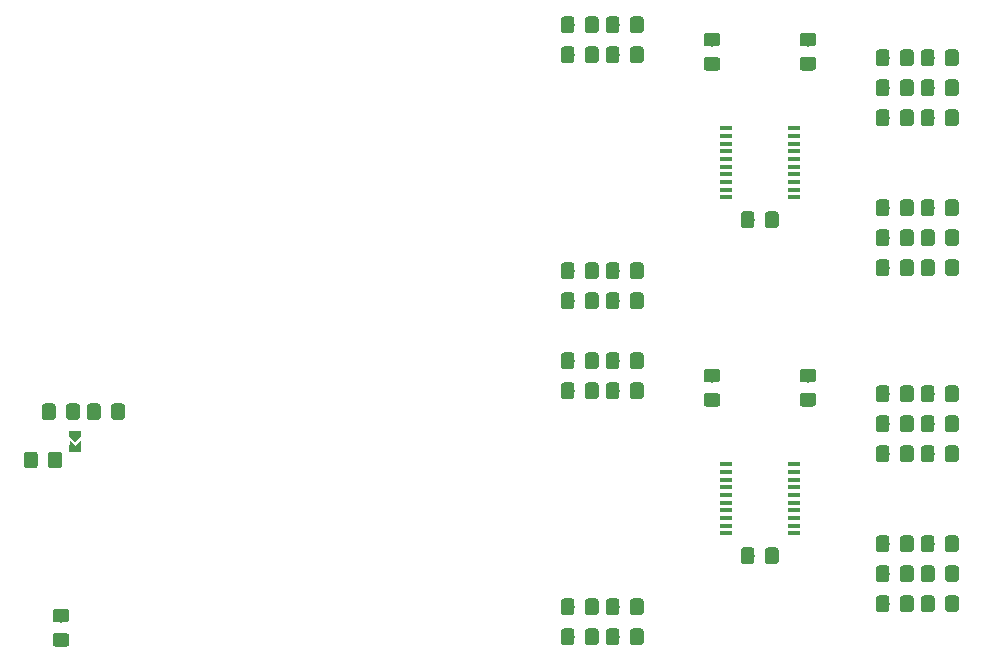
<source format=gbr>
G04 #@! TF.GenerationSoftware,KiCad,Pcbnew,5.1.4*
G04 #@! TF.CreationDate,2019-11-25T00:39:36+01:00*
G04 #@! TF.ProjectId,control_board_prototype,636f6e74-726f-46c5-9f62-6f6172645f70,rev?*
G04 #@! TF.SameCoordinates,Original*
G04 #@! TF.FileFunction,Paste,Top*
G04 #@! TF.FilePolarity,Positive*
%FSLAX46Y46*%
G04 Gerber Fmt 4.6, Leading zero omitted, Abs format (unit mm)*
G04 Created by KiCad (PCBNEW 5.1.4) date 2019-11-25 00:39:36*
%MOMM*%
%LPD*%
G04 APERTURE LIST*
%ADD10R,1.000000X0.500000*%
%ADD11C,0.353906*%
%ADD12C,0.100000*%
%ADD13C,0.424616*%
%ADD14C,1.150000*%
%ADD15R,1.000000X0.400000*%
G04 APERTURE END LIST*
D10*
X179291000Y-67410000D03*
D11*
X179291000Y-66610000D03*
D12*
G36*
X179790500Y-66360000D02*
G01*
X179291500Y-66860000D01*
X179290500Y-66860000D01*
X178791500Y-66360000D01*
X179790500Y-66360000D01*
X179790500Y-66360000D01*
G37*
D13*
X179578000Y-67310000D03*
D12*
G36*
X179789778Y-66673957D02*
G01*
X179790486Y-67521778D01*
X179789778Y-67522486D01*
X178941957Y-67521778D01*
X179789778Y-66673957D01*
X179789778Y-66673957D01*
G37*
D13*
X179004000Y-67310000D03*
D12*
G36*
X179640043Y-67521778D02*
G01*
X178792222Y-67522486D01*
X178791514Y-67521778D01*
X178792222Y-66673957D01*
X179640043Y-67521778D01*
X179640043Y-67521778D01*
G37*
D10*
X179291000Y-66110000D03*
D12*
G36*
X183247505Y-63563204D02*
G01*
X183271773Y-63566804D01*
X183295572Y-63572765D01*
X183318671Y-63581030D01*
X183340850Y-63591520D01*
X183361893Y-63604132D01*
X183381599Y-63618747D01*
X183399777Y-63635223D01*
X183416253Y-63653401D01*
X183430868Y-63673107D01*
X183443480Y-63694150D01*
X183453970Y-63716329D01*
X183462235Y-63739428D01*
X183468196Y-63763227D01*
X183471796Y-63787495D01*
X183473000Y-63811999D01*
X183473000Y-64712001D01*
X183471796Y-64736505D01*
X183468196Y-64760773D01*
X183462235Y-64784572D01*
X183453970Y-64807671D01*
X183443480Y-64829850D01*
X183430868Y-64850893D01*
X183416253Y-64870599D01*
X183399777Y-64888777D01*
X183381599Y-64905253D01*
X183361893Y-64919868D01*
X183340850Y-64932480D01*
X183318671Y-64942970D01*
X183295572Y-64951235D01*
X183271773Y-64957196D01*
X183247505Y-64960796D01*
X183223001Y-64962000D01*
X182572999Y-64962000D01*
X182548495Y-64960796D01*
X182524227Y-64957196D01*
X182500428Y-64951235D01*
X182477329Y-64942970D01*
X182455150Y-64932480D01*
X182434107Y-64919868D01*
X182414401Y-64905253D01*
X182396223Y-64888777D01*
X182379747Y-64870599D01*
X182365132Y-64850893D01*
X182352520Y-64829850D01*
X182342030Y-64807671D01*
X182333765Y-64784572D01*
X182327804Y-64760773D01*
X182324204Y-64736505D01*
X182323000Y-64712001D01*
X182323000Y-63811999D01*
X182324204Y-63787495D01*
X182327804Y-63763227D01*
X182333765Y-63739428D01*
X182342030Y-63716329D01*
X182352520Y-63694150D01*
X182365132Y-63673107D01*
X182379747Y-63653401D01*
X182396223Y-63635223D01*
X182414401Y-63618747D01*
X182434107Y-63604132D01*
X182455150Y-63591520D01*
X182477329Y-63581030D01*
X182500428Y-63572765D01*
X182524227Y-63566804D01*
X182548495Y-63563204D01*
X182572999Y-63562000D01*
X183223001Y-63562000D01*
X183247505Y-63563204D01*
X183247505Y-63563204D01*
G37*
D14*
X182898000Y-64262000D03*
D12*
G36*
X181197505Y-63563204D02*
G01*
X181221773Y-63566804D01*
X181245572Y-63572765D01*
X181268671Y-63581030D01*
X181290850Y-63591520D01*
X181311893Y-63604132D01*
X181331599Y-63618747D01*
X181349777Y-63635223D01*
X181366253Y-63653401D01*
X181380868Y-63673107D01*
X181393480Y-63694150D01*
X181403970Y-63716329D01*
X181412235Y-63739428D01*
X181418196Y-63763227D01*
X181421796Y-63787495D01*
X181423000Y-63811999D01*
X181423000Y-64712001D01*
X181421796Y-64736505D01*
X181418196Y-64760773D01*
X181412235Y-64784572D01*
X181403970Y-64807671D01*
X181393480Y-64829850D01*
X181380868Y-64850893D01*
X181366253Y-64870599D01*
X181349777Y-64888777D01*
X181331599Y-64905253D01*
X181311893Y-64919868D01*
X181290850Y-64932480D01*
X181268671Y-64942970D01*
X181245572Y-64951235D01*
X181221773Y-64957196D01*
X181197505Y-64960796D01*
X181173001Y-64962000D01*
X180522999Y-64962000D01*
X180498495Y-64960796D01*
X180474227Y-64957196D01*
X180450428Y-64951235D01*
X180427329Y-64942970D01*
X180405150Y-64932480D01*
X180384107Y-64919868D01*
X180364401Y-64905253D01*
X180346223Y-64888777D01*
X180329747Y-64870599D01*
X180315132Y-64850893D01*
X180302520Y-64829850D01*
X180292030Y-64807671D01*
X180283765Y-64784572D01*
X180277804Y-64760773D01*
X180274204Y-64736505D01*
X180273000Y-64712001D01*
X180273000Y-63811999D01*
X180274204Y-63787495D01*
X180277804Y-63763227D01*
X180283765Y-63739428D01*
X180292030Y-63716329D01*
X180302520Y-63694150D01*
X180315132Y-63673107D01*
X180329747Y-63653401D01*
X180346223Y-63635223D01*
X180364401Y-63618747D01*
X180384107Y-63604132D01*
X180405150Y-63591520D01*
X180427329Y-63581030D01*
X180450428Y-63572765D01*
X180474227Y-63566804D01*
X180498495Y-63563204D01*
X180522999Y-63562000D01*
X181173001Y-63562000D01*
X181197505Y-63563204D01*
X181197505Y-63563204D01*
G37*
D14*
X180848000Y-64262000D03*
D12*
G36*
X179437505Y-63563204D02*
G01*
X179461773Y-63566804D01*
X179485572Y-63572765D01*
X179508671Y-63581030D01*
X179530850Y-63591520D01*
X179551893Y-63604132D01*
X179571599Y-63618747D01*
X179589777Y-63635223D01*
X179606253Y-63653401D01*
X179620868Y-63673107D01*
X179633480Y-63694150D01*
X179643970Y-63716329D01*
X179652235Y-63739428D01*
X179658196Y-63763227D01*
X179661796Y-63787495D01*
X179663000Y-63811999D01*
X179663000Y-64712001D01*
X179661796Y-64736505D01*
X179658196Y-64760773D01*
X179652235Y-64784572D01*
X179643970Y-64807671D01*
X179633480Y-64829850D01*
X179620868Y-64850893D01*
X179606253Y-64870599D01*
X179589777Y-64888777D01*
X179571599Y-64905253D01*
X179551893Y-64919868D01*
X179530850Y-64932480D01*
X179508671Y-64942970D01*
X179485572Y-64951235D01*
X179461773Y-64957196D01*
X179437505Y-64960796D01*
X179413001Y-64962000D01*
X178762999Y-64962000D01*
X178738495Y-64960796D01*
X178714227Y-64957196D01*
X178690428Y-64951235D01*
X178667329Y-64942970D01*
X178645150Y-64932480D01*
X178624107Y-64919868D01*
X178604401Y-64905253D01*
X178586223Y-64888777D01*
X178569747Y-64870599D01*
X178555132Y-64850893D01*
X178542520Y-64829850D01*
X178532030Y-64807671D01*
X178523765Y-64784572D01*
X178517804Y-64760773D01*
X178514204Y-64736505D01*
X178513000Y-64712001D01*
X178513000Y-63811999D01*
X178514204Y-63787495D01*
X178517804Y-63763227D01*
X178523765Y-63739428D01*
X178532030Y-63716329D01*
X178542520Y-63694150D01*
X178555132Y-63673107D01*
X178569747Y-63653401D01*
X178586223Y-63635223D01*
X178604401Y-63618747D01*
X178624107Y-63604132D01*
X178645150Y-63591520D01*
X178667329Y-63581030D01*
X178690428Y-63572765D01*
X178714227Y-63566804D01*
X178738495Y-63563204D01*
X178762999Y-63562000D01*
X179413001Y-63562000D01*
X179437505Y-63563204D01*
X179437505Y-63563204D01*
G37*
D14*
X179088000Y-64262000D03*
D12*
G36*
X177387505Y-63563204D02*
G01*
X177411773Y-63566804D01*
X177435572Y-63572765D01*
X177458671Y-63581030D01*
X177480850Y-63591520D01*
X177501893Y-63604132D01*
X177521599Y-63618747D01*
X177539777Y-63635223D01*
X177556253Y-63653401D01*
X177570868Y-63673107D01*
X177583480Y-63694150D01*
X177593970Y-63716329D01*
X177602235Y-63739428D01*
X177608196Y-63763227D01*
X177611796Y-63787495D01*
X177613000Y-63811999D01*
X177613000Y-64712001D01*
X177611796Y-64736505D01*
X177608196Y-64760773D01*
X177602235Y-64784572D01*
X177593970Y-64807671D01*
X177583480Y-64829850D01*
X177570868Y-64850893D01*
X177556253Y-64870599D01*
X177539777Y-64888777D01*
X177521599Y-64905253D01*
X177501893Y-64919868D01*
X177480850Y-64932480D01*
X177458671Y-64942970D01*
X177435572Y-64951235D01*
X177411773Y-64957196D01*
X177387505Y-64960796D01*
X177363001Y-64962000D01*
X176712999Y-64962000D01*
X176688495Y-64960796D01*
X176664227Y-64957196D01*
X176640428Y-64951235D01*
X176617329Y-64942970D01*
X176595150Y-64932480D01*
X176574107Y-64919868D01*
X176554401Y-64905253D01*
X176536223Y-64888777D01*
X176519747Y-64870599D01*
X176505132Y-64850893D01*
X176492520Y-64829850D01*
X176482030Y-64807671D01*
X176473765Y-64784572D01*
X176467804Y-64760773D01*
X176464204Y-64736505D01*
X176463000Y-64712001D01*
X176463000Y-63811999D01*
X176464204Y-63787495D01*
X176467804Y-63763227D01*
X176473765Y-63739428D01*
X176482030Y-63716329D01*
X176492520Y-63694150D01*
X176505132Y-63673107D01*
X176519747Y-63653401D01*
X176536223Y-63635223D01*
X176554401Y-63618747D01*
X176574107Y-63604132D01*
X176595150Y-63591520D01*
X176617329Y-63581030D01*
X176640428Y-63572765D01*
X176664227Y-63566804D01*
X176688495Y-63563204D01*
X176712999Y-63562000D01*
X177363001Y-63562000D01*
X177387505Y-63563204D01*
X177387505Y-63563204D01*
G37*
D14*
X177038000Y-64262000D03*
D12*
G36*
X178528505Y-83001204D02*
G01*
X178552773Y-83004804D01*
X178576572Y-83010765D01*
X178599671Y-83019030D01*
X178621850Y-83029520D01*
X178642893Y-83042132D01*
X178662599Y-83056747D01*
X178680777Y-83073223D01*
X178697253Y-83091401D01*
X178711868Y-83111107D01*
X178724480Y-83132150D01*
X178734970Y-83154329D01*
X178743235Y-83177428D01*
X178749196Y-83201227D01*
X178752796Y-83225495D01*
X178754000Y-83249999D01*
X178754000Y-83900001D01*
X178752796Y-83924505D01*
X178749196Y-83948773D01*
X178743235Y-83972572D01*
X178734970Y-83995671D01*
X178724480Y-84017850D01*
X178711868Y-84038893D01*
X178697253Y-84058599D01*
X178680777Y-84076777D01*
X178662599Y-84093253D01*
X178642893Y-84107868D01*
X178621850Y-84120480D01*
X178599671Y-84130970D01*
X178576572Y-84139235D01*
X178552773Y-84145196D01*
X178528505Y-84148796D01*
X178504001Y-84150000D01*
X177603999Y-84150000D01*
X177579495Y-84148796D01*
X177555227Y-84145196D01*
X177531428Y-84139235D01*
X177508329Y-84130970D01*
X177486150Y-84120480D01*
X177465107Y-84107868D01*
X177445401Y-84093253D01*
X177427223Y-84076777D01*
X177410747Y-84058599D01*
X177396132Y-84038893D01*
X177383520Y-84017850D01*
X177373030Y-83995671D01*
X177364765Y-83972572D01*
X177358804Y-83948773D01*
X177355204Y-83924505D01*
X177354000Y-83900001D01*
X177354000Y-83249999D01*
X177355204Y-83225495D01*
X177358804Y-83201227D01*
X177364765Y-83177428D01*
X177373030Y-83154329D01*
X177383520Y-83132150D01*
X177396132Y-83111107D01*
X177410747Y-83091401D01*
X177427223Y-83073223D01*
X177445401Y-83056747D01*
X177465107Y-83042132D01*
X177486150Y-83029520D01*
X177508329Y-83019030D01*
X177531428Y-83010765D01*
X177555227Y-83004804D01*
X177579495Y-83001204D01*
X177603999Y-83000000D01*
X178504001Y-83000000D01*
X178528505Y-83001204D01*
X178528505Y-83001204D01*
G37*
D14*
X178054000Y-83575000D03*
D12*
G36*
X178528505Y-80951204D02*
G01*
X178552773Y-80954804D01*
X178576572Y-80960765D01*
X178599671Y-80969030D01*
X178621850Y-80979520D01*
X178642893Y-80992132D01*
X178662599Y-81006747D01*
X178680777Y-81023223D01*
X178697253Y-81041401D01*
X178711868Y-81061107D01*
X178724480Y-81082150D01*
X178734970Y-81104329D01*
X178743235Y-81127428D01*
X178749196Y-81151227D01*
X178752796Y-81175495D01*
X178754000Y-81199999D01*
X178754000Y-81850001D01*
X178752796Y-81874505D01*
X178749196Y-81898773D01*
X178743235Y-81922572D01*
X178734970Y-81945671D01*
X178724480Y-81967850D01*
X178711868Y-81988893D01*
X178697253Y-82008599D01*
X178680777Y-82026777D01*
X178662599Y-82043253D01*
X178642893Y-82057868D01*
X178621850Y-82070480D01*
X178599671Y-82080970D01*
X178576572Y-82089235D01*
X178552773Y-82095196D01*
X178528505Y-82098796D01*
X178504001Y-82100000D01*
X177603999Y-82100000D01*
X177579495Y-82098796D01*
X177555227Y-82095196D01*
X177531428Y-82089235D01*
X177508329Y-82080970D01*
X177486150Y-82070480D01*
X177465107Y-82057868D01*
X177445401Y-82043253D01*
X177427223Y-82026777D01*
X177410747Y-82008599D01*
X177396132Y-81988893D01*
X177383520Y-81967850D01*
X177373030Y-81945671D01*
X177364765Y-81922572D01*
X177358804Y-81898773D01*
X177355204Y-81874505D01*
X177354000Y-81850001D01*
X177354000Y-81199999D01*
X177355204Y-81175495D01*
X177358804Y-81151227D01*
X177364765Y-81127428D01*
X177373030Y-81104329D01*
X177383520Y-81082150D01*
X177396132Y-81061107D01*
X177410747Y-81041401D01*
X177427223Y-81023223D01*
X177445401Y-81006747D01*
X177465107Y-80992132D01*
X177486150Y-80979520D01*
X177508329Y-80969030D01*
X177531428Y-80960765D01*
X177555227Y-80954804D01*
X177579495Y-80951204D01*
X177603999Y-80950000D01*
X178504001Y-80950000D01*
X178528505Y-80951204D01*
X178528505Y-80951204D01*
G37*
D14*
X178054000Y-81525000D03*
D12*
G36*
X177913505Y-67636204D02*
G01*
X177937773Y-67639804D01*
X177961572Y-67645765D01*
X177984671Y-67654030D01*
X178006850Y-67664520D01*
X178027893Y-67677132D01*
X178047599Y-67691747D01*
X178065777Y-67708223D01*
X178082253Y-67726401D01*
X178096868Y-67746107D01*
X178109480Y-67767150D01*
X178119970Y-67789329D01*
X178128235Y-67812428D01*
X178134196Y-67836227D01*
X178137796Y-67860495D01*
X178139000Y-67884999D01*
X178139000Y-68785001D01*
X178137796Y-68809505D01*
X178134196Y-68833773D01*
X178128235Y-68857572D01*
X178119970Y-68880671D01*
X178109480Y-68902850D01*
X178096868Y-68923893D01*
X178082253Y-68943599D01*
X178065777Y-68961777D01*
X178047599Y-68978253D01*
X178027893Y-68992868D01*
X178006850Y-69005480D01*
X177984671Y-69015970D01*
X177961572Y-69024235D01*
X177937773Y-69030196D01*
X177913505Y-69033796D01*
X177889001Y-69035000D01*
X177238999Y-69035000D01*
X177214495Y-69033796D01*
X177190227Y-69030196D01*
X177166428Y-69024235D01*
X177143329Y-69015970D01*
X177121150Y-69005480D01*
X177100107Y-68992868D01*
X177080401Y-68978253D01*
X177062223Y-68961777D01*
X177045747Y-68943599D01*
X177031132Y-68923893D01*
X177018520Y-68902850D01*
X177008030Y-68880671D01*
X176999765Y-68857572D01*
X176993804Y-68833773D01*
X176990204Y-68809505D01*
X176989000Y-68785001D01*
X176989000Y-67884999D01*
X176990204Y-67860495D01*
X176993804Y-67836227D01*
X176999765Y-67812428D01*
X177008030Y-67789329D01*
X177018520Y-67767150D01*
X177031132Y-67746107D01*
X177045747Y-67726401D01*
X177062223Y-67708223D01*
X177080401Y-67691747D01*
X177100107Y-67677132D01*
X177121150Y-67664520D01*
X177143329Y-67654030D01*
X177166428Y-67645765D01*
X177190227Y-67639804D01*
X177214495Y-67636204D01*
X177238999Y-67635000D01*
X177889001Y-67635000D01*
X177913505Y-67636204D01*
X177913505Y-67636204D01*
G37*
D14*
X177564000Y-68335000D03*
D12*
G36*
X175863505Y-67636204D02*
G01*
X175887773Y-67639804D01*
X175911572Y-67645765D01*
X175934671Y-67654030D01*
X175956850Y-67664520D01*
X175977893Y-67677132D01*
X175997599Y-67691747D01*
X176015777Y-67708223D01*
X176032253Y-67726401D01*
X176046868Y-67746107D01*
X176059480Y-67767150D01*
X176069970Y-67789329D01*
X176078235Y-67812428D01*
X176084196Y-67836227D01*
X176087796Y-67860495D01*
X176089000Y-67884999D01*
X176089000Y-68785001D01*
X176087796Y-68809505D01*
X176084196Y-68833773D01*
X176078235Y-68857572D01*
X176069970Y-68880671D01*
X176059480Y-68902850D01*
X176046868Y-68923893D01*
X176032253Y-68943599D01*
X176015777Y-68961777D01*
X175997599Y-68978253D01*
X175977893Y-68992868D01*
X175956850Y-69005480D01*
X175934671Y-69015970D01*
X175911572Y-69024235D01*
X175887773Y-69030196D01*
X175863505Y-69033796D01*
X175839001Y-69035000D01*
X175188999Y-69035000D01*
X175164495Y-69033796D01*
X175140227Y-69030196D01*
X175116428Y-69024235D01*
X175093329Y-69015970D01*
X175071150Y-69005480D01*
X175050107Y-68992868D01*
X175030401Y-68978253D01*
X175012223Y-68961777D01*
X174995747Y-68943599D01*
X174981132Y-68923893D01*
X174968520Y-68902850D01*
X174958030Y-68880671D01*
X174949765Y-68857572D01*
X174943804Y-68833773D01*
X174940204Y-68809505D01*
X174939000Y-68785001D01*
X174939000Y-67884999D01*
X174940204Y-67860495D01*
X174943804Y-67836227D01*
X174949765Y-67812428D01*
X174958030Y-67789329D01*
X174968520Y-67767150D01*
X174981132Y-67746107D01*
X174995747Y-67726401D01*
X175012223Y-67708223D01*
X175030401Y-67691747D01*
X175050107Y-67677132D01*
X175071150Y-67664520D01*
X175093329Y-67654030D01*
X175116428Y-67645765D01*
X175140227Y-67639804D01*
X175164495Y-67636204D01*
X175188999Y-67635000D01*
X175839001Y-67635000D01*
X175863505Y-67636204D01*
X175863505Y-67636204D01*
G37*
D14*
X175514000Y-68335000D03*
D12*
G36*
X223370505Y-54165204D02*
G01*
X223394773Y-54168804D01*
X223418572Y-54174765D01*
X223441671Y-54183030D01*
X223463850Y-54193520D01*
X223484893Y-54206132D01*
X223504599Y-54220747D01*
X223522777Y-54237223D01*
X223539253Y-54255401D01*
X223553868Y-54275107D01*
X223566480Y-54296150D01*
X223576970Y-54318329D01*
X223585235Y-54341428D01*
X223591196Y-54365227D01*
X223594796Y-54389495D01*
X223596000Y-54413999D01*
X223596000Y-55314001D01*
X223594796Y-55338505D01*
X223591196Y-55362773D01*
X223585235Y-55386572D01*
X223576970Y-55409671D01*
X223566480Y-55431850D01*
X223553868Y-55452893D01*
X223539253Y-55472599D01*
X223522777Y-55490777D01*
X223504599Y-55507253D01*
X223484893Y-55521868D01*
X223463850Y-55534480D01*
X223441671Y-55544970D01*
X223418572Y-55553235D01*
X223394773Y-55559196D01*
X223370505Y-55562796D01*
X223346001Y-55564000D01*
X222695999Y-55564000D01*
X222671495Y-55562796D01*
X222647227Y-55559196D01*
X222623428Y-55553235D01*
X222600329Y-55544970D01*
X222578150Y-55534480D01*
X222557107Y-55521868D01*
X222537401Y-55507253D01*
X222519223Y-55490777D01*
X222502747Y-55472599D01*
X222488132Y-55452893D01*
X222475520Y-55431850D01*
X222465030Y-55409671D01*
X222456765Y-55386572D01*
X222450804Y-55362773D01*
X222447204Y-55338505D01*
X222446000Y-55314001D01*
X222446000Y-54413999D01*
X222447204Y-54389495D01*
X222450804Y-54365227D01*
X222456765Y-54341428D01*
X222465030Y-54318329D01*
X222475520Y-54296150D01*
X222488132Y-54275107D01*
X222502747Y-54255401D01*
X222519223Y-54237223D01*
X222537401Y-54220747D01*
X222557107Y-54206132D01*
X222578150Y-54193520D01*
X222600329Y-54183030D01*
X222623428Y-54174765D01*
X222647227Y-54168804D01*
X222671495Y-54165204D01*
X222695999Y-54164000D01*
X223346001Y-54164000D01*
X223370505Y-54165204D01*
X223370505Y-54165204D01*
G37*
D14*
X223021000Y-54864000D03*
D12*
G36*
X221320505Y-54165204D02*
G01*
X221344773Y-54168804D01*
X221368572Y-54174765D01*
X221391671Y-54183030D01*
X221413850Y-54193520D01*
X221434893Y-54206132D01*
X221454599Y-54220747D01*
X221472777Y-54237223D01*
X221489253Y-54255401D01*
X221503868Y-54275107D01*
X221516480Y-54296150D01*
X221526970Y-54318329D01*
X221535235Y-54341428D01*
X221541196Y-54365227D01*
X221544796Y-54389495D01*
X221546000Y-54413999D01*
X221546000Y-55314001D01*
X221544796Y-55338505D01*
X221541196Y-55362773D01*
X221535235Y-55386572D01*
X221526970Y-55409671D01*
X221516480Y-55431850D01*
X221503868Y-55452893D01*
X221489253Y-55472599D01*
X221472777Y-55490777D01*
X221454599Y-55507253D01*
X221434893Y-55521868D01*
X221413850Y-55534480D01*
X221391671Y-55544970D01*
X221368572Y-55553235D01*
X221344773Y-55559196D01*
X221320505Y-55562796D01*
X221296001Y-55564000D01*
X220645999Y-55564000D01*
X220621495Y-55562796D01*
X220597227Y-55559196D01*
X220573428Y-55553235D01*
X220550329Y-55544970D01*
X220528150Y-55534480D01*
X220507107Y-55521868D01*
X220487401Y-55507253D01*
X220469223Y-55490777D01*
X220452747Y-55472599D01*
X220438132Y-55452893D01*
X220425520Y-55431850D01*
X220415030Y-55409671D01*
X220406765Y-55386572D01*
X220400804Y-55362773D01*
X220397204Y-55338505D01*
X220396000Y-55314001D01*
X220396000Y-54413999D01*
X220397204Y-54389495D01*
X220400804Y-54365227D01*
X220406765Y-54341428D01*
X220415030Y-54318329D01*
X220425520Y-54296150D01*
X220438132Y-54275107D01*
X220452747Y-54255401D01*
X220469223Y-54237223D01*
X220487401Y-54220747D01*
X220507107Y-54206132D01*
X220528150Y-54193520D01*
X220550329Y-54183030D01*
X220573428Y-54174765D01*
X220597227Y-54168804D01*
X220621495Y-54165204D01*
X220645999Y-54164000D01*
X221296001Y-54164000D01*
X221320505Y-54165204D01*
X221320505Y-54165204D01*
G37*
D14*
X220971000Y-54864000D03*
D12*
G36*
X223370505Y-33337204D02*
G01*
X223394773Y-33340804D01*
X223418572Y-33346765D01*
X223441671Y-33355030D01*
X223463850Y-33365520D01*
X223484893Y-33378132D01*
X223504599Y-33392747D01*
X223522777Y-33409223D01*
X223539253Y-33427401D01*
X223553868Y-33447107D01*
X223566480Y-33468150D01*
X223576970Y-33490329D01*
X223585235Y-33513428D01*
X223591196Y-33537227D01*
X223594796Y-33561495D01*
X223596000Y-33585999D01*
X223596000Y-34486001D01*
X223594796Y-34510505D01*
X223591196Y-34534773D01*
X223585235Y-34558572D01*
X223576970Y-34581671D01*
X223566480Y-34603850D01*
X223553868Y-34624893D01*
X223539253Y-34644599D01*
X223522777Y-34662777D01*
X223504599Y-34679253D01*
X223484893Y-34693868D01*
X223463850Y-34706480D01*
X223441671Y-34716970D01*
X223418572Y-34725235D01*
X223394773Y-34731196D01*
X223370505Y-34734796D01*
X223346001Y-34736000D01*
X222695999Y-34736000D01*
X222671495Y-34734796D01*
X222647227Y-34731196D01*
X222623428Y-34725235D01*
X222600329Y-34716970D01*
X222578150Y-34706480D01*
X222557107Y-34693868D01*
X222537401Y-34679253D01*
X222519223Y-34662777D01*
X222502747Y-34644599D01*
X222488132Y-34624893D01*
X222475520Y-34603850D01*
X222465030Y-34581671D01*
X222456765Y-34558572D01*
X222450804Y-34534773D01*
X222447204Y-34510505D01*
X222446000Y-34486001D01*
X222446000Y-33585999D01*
X222447204Y-33561495D01*
X222450804Y-33537227D01*
X222456765Y-33513428D01*
X222465030Y-33490329D01*
X222475520Y-33468150D01*
X222488132Y-33447107D01*
X222502747Y-33427401D01*
X222519223Y-33409223D01*
X222537401Y-33392747D01*
X222557107Y-33378132D01*
X222578150Y-33365520D01*
X222600329Y-33355030D01*
X222623428Y-33346765D01*
X222647227Y-33340804D01*
X222671495Y-33337204D01*
X222695999Y-33336000D01*
X223346001Y-33336000D01*
X223370505Y-33337204D01*
X223370505Y-33337204D01*
G37*
D14*
X223021000Y-34036000D03*
D12*
G36*
X221320505Y-33337204D02*
G01*
X221344773Y-33340804D01*
X221368572Y-33346765D01*
X221391671Y-33355030D01*
X221413850Y-33365520D01*
X221434893Y-33378132D01*
X221454599Y-33392747D01*
X221472777Y-33409223D01*
X221489253Y-33427401D01*
X221503868Y-33447107D01*
X221516480Y-33468150D01*
X221526970Y-33490329D01*
X221535235Y-33513428D01*
X221541196Y-33537227D01*
X221544796Y-33561495D01*
X221546000Y-33585999D01*
X221546000Y-34486001D01*
X221544796Y-34510505D01*
X221541196Y-34534773D01*
X221535235Y-34558572D01*
X221526970Y-34581671D01*
X221516480Y-34603850D01*
X221503868Y-34624893D01*
X221489253Y-34644599D01*
X221472777Y-34662777D01*
X221454599Y-34679253D01*
X221434893Y-34693868D01*
X221413850Y-34706480D01*
X221391671Y-34716970D01*
X221368572Y-34725235D01*
X221344773Y-34731196D01*
X221320505Y-34734796D01*
X221296001Y-34736000D01*
X220645999Y-34736000D01*
X220621495Y-34734796D01*
X220597227Y-34731196D01*
X220573428Y-34725235D01*
X220550329Y-34716970D01*
X220528150Y-34706480D01*
X220507107Y-34693868D01*
X220487401Y-34679253D01*
X220469223Y-34662777D01*
X220452747Y-34644599D01*
X220438132Y-34624893D01*
X220425520Y-34603850D01*
X220415030Y-34581671D01*
X220406765Y-34558572D01*
X220400804Y-34534773D01*
X220397204Y-34510505D01*
X220396000Y-34486001D01*
X220396000Y-33585999D01*
X220397204Y-33561495D01*
X220400804Y-33537227D01*
X220406765Y-33513428D01*
X220415030Y-33490329D01*
X220425520Y-33468150D01*
X220438132Y-33447107D01*
X220452747Y-33427401D01*
X220469223Y-33409223D01*
X220487401Y-33392747D01*
X220507107Y-33378132D01*
X220528150Y-33365520D01*
X220550329Y-33355030D01*
X220573428Y-33346765D01*
X220597227Y-33340804D01*
X220621495Y-33337204D01*
X220645999Y-33336000D01*
X221296001Y-33336000D01*
X221320505Y-33337204D01*
X221320505Y-33337204D01*
G37*
D14*
X220971000Y-34036000D03*
D12*
G36*
X251800505Y-33591204D02*
G01*
X251824773Y-33594804D01*
X251848572Y-33600765D01*
X251871671Y-33609030D01*
X251893850Y-33619520D01*
X251914893Y-33632132D01*
X251934599Y-33646747D01*
X251952777Y-33663223D01*
X251969253Y-33681401D01*
X251983868Y-33701107D01*
X251996480Y-33722150D01*
X252006970Y-33744329D01*
X252015235Y-33767428D01*
X252021196Y-33791227D01*
X252024796Y-33815495D01*
X252026000Y-33839999D01*
X252026000Y-34740001D01*
X252024796Y-34764505D01*
X252021196Y-34788773D01*
X252015235Y-34812572D01*
X252006970Y-34835671D01*
X251996480Y-34857850D01*
X251983868Y-34878893D01*
X251969253Y-34898599D01*
X251952777Y-34916777D01*
X251934599Y-34933253D01*
X251914893Y-34947868D01*
X251893850Y-34960480D01*
X251871671Y-34970970D01*
X251848572Y-34979235D01*
X251824773Y-34985196D01*
X251800505Y-34988796D01*
X251776001Y-34990000D01*
X251125999Y-34990000D01*
X251101495Y-34988796D01*
X251077227Y-34985196D01*
X251053428Y-34979235D01*
X251030329Y-34970970D01*
X251008150Y-34960480D01*
X250987107Y-34947868D01*
X250967401Y-34933253D01*
X250949223Y-34916777D01*
X250932747Y-34898599D01*
X250918132Y-34878893D01*
X250905520Y-34857850D01*
X250895030Y-34835671D01*
X250886765Y-34812572D01*
X250880804Y-34788773D01*
X250877204Y-34764505D01*
X250876000Y-34740001D01*
X250876000Y-33839999D01*
X250877204Y-33815495D01*
X250880804Y-33791227D01*
X250886765Y-33767428D01*
X250895030Y-33744329D01*
X250905520Y-33722150D01*
X250918132Y-33701107D01*
X250932747Y-33681401D01*
X250949223Y-33663223D01*
X250967401Y-33646747D01*
X250987107Y-33632132D01*
X251008150Y-33619520D01*
X251030329Y-33609030D01*
X251053428Y-33600765D01*
X251077227Y-33594804D01*
X251101495Y-33591204D01*
X251125999Y-33590000D01*
X251776001Y-33590000D01*
X251800505Y-33591204D01*
X251800505Y-33591204D01*
G37*
D14*
X251451000Y-34290000D03*
D12*
G36*
X253850505Y-33591204D02*
G01*
X253874773Y-33594804D01*
X253898572Y-33600765D01*
X253921671Y-33609030D01*
X253943850Y-33619520D01*
X253964893Y-33632132D01*
X253984599Y-33646747D01*
X254002777Y-33663223D01*
X254019253Y-33681401D01*
X254033868Y-33701107D01*
X254046480Y-33722150D01*
X254056970Y-33744329D01*
X254065235Y-33767428D01*
X254071196Y-33791227D01*
X254074796Y-33815495D01*
X254076000Y-33839999D01*
X254076000Y-34740001D01*
X254074796Y-34764505D01*
X254071196Y-34788773D01*
X254065235Y-34812572D01*
X254056970Y-34835671D01*
X254046480Y-34857850D01*
X254033868Y-34878893D01*
X254019253Y-34898599D01*
X254002777Y-34916777D01*
X253984599Y-34933253D01*
X253964893Y-34947868D01*
X253943850Y-34960480D01*
X253921671Y-34970970D01*
X253898572Y-34979235D01*
X253874773Y-34985196D01*
X253850505Y-34988796D01*
X253826001Y-34990000D01*
X253175999Y-34990000D01*
X253151495Y-34988796D01*
X253127227Y-34985196D01*
X253103428Y-34979235D01*
X253080329Y-34970970D01*
X253058150Y-34960480D01*
X253037107Y-34947868D01*
X253017401Y-34933253D01*
X252999223Y-34916777D01*
X252982747Y-34898599D01*
X252968132Y-34878893D01*
X252955520Y-34857850D01*
X252945030Y-34835671D01*
X252936765Y-34812572D01*
X252930804Y-34788773D01*
X252927204Y-34764505D01*
X252926000Y-34740001D01*
X252926000Y-33839999D01*
X252927204Y-33815495D01*
X252930804Y-33791227D01*
X252936765Y-33767428D01*
X252945030Y-33744329D01*
X252955520Y-33722150D01*
X252968132Y-33701107D01*
X252982747Y-33681401D01*
X252999223Y-33663223D01*
X253017401Y-33646747D01*
X253037107Y-33632132D01*
X253058150Y-33619520D01*
X253080329Y-33609030D01*
X253103428Y-33600765D01*
X253127227Y-33594804D01*
X253151495Y-33591204D01*
X253175999Y-33590000D01*
X253826001Y-33590000D01*
X253850505Y-33591204D01*
X253850505Y-33591204D01*
G37*
D14*
X253501000Y-34290000D03*
D12*
G36*
X238601505Y-47307204D02*
G01*
X238625773Y-47310804D01*
X238649572Y-47316765D01*
X238672671Y-47325030D01*
X238694850Y-47335520D01*
X238715893Y-47348132D01*
X238735599Y-47362747D01*
X238753777Y-47379223D01*
X238770253Y-47397401D01*
X238784868Y-47417107D01*
X238797480Y-47438150D01*
X238807970Y-47460329D01*
X238816235Y-47483428D01*
X238822196Y-47507227D01*
X238825796Y-47531495D01*
X238827000Y-47555999D01*
X238827000Y-48456001D01*
X238825796Y-48480505D01*
X238822196Y-48504773D01*
X238816235Y-48528572D01*
X238807970Y-48551671D01*
X238797480Y-48573850D01*
X238784868Y-48594893D01*
X238770253Y-48614599D01*
X238753777Y-48632777D01*
X238735599Y-48649253D01*
X238715893Y-48663868D01*
X238694850Y-48676480D01*
X238672671Y-48686970D01*
X238649572Y-48695235D01*
X238625773Y-48701196D01*
X238601505Y-48704796D01*
X238577001Y-48706000D01*
X237926999Y-48706000D01*
X237902495Y-48704796D01*
X237878227Y-48701196D01*
X237854428Y-48695235D01*
X237831329Y-48686970D01*
X237809150Y-48676480D01*
X237788107Y-48663868D01*
X237768401Y-48649253D01*
X237750223Y-48632777D01*
X237733747Y-48614599D01*
X237719132Y-48594893D01*
X237706520Y-48573850D01*
X237696030Y-48551671D01*
X237687765Y-48528572D01*
X237681804Y-48504773D01*
X237678204Y-48480505D01*
X237677000Y-48456001D01*
X237677000Y-47555999D01*
X237678204Y-47531495D01*
X237681804Y-47507227D01*
X237687765Y-47483428D01*
X237696030Y-47460329D01*
X237706520Y-47438150D01*
X237719132Y-47417107D01*
X237733747Y-47397401D01*
X237750223Y-47379223D01*
X237768401Y-47362747D01*
X237788107Y-47348132D01*
X237809150Y-47335520D01*
X237831329Y-47325030D01*
X237854428Y-47316765D01*
X237878227Y-47310804D01*
X237902495Y-47307204D01*
X237926999Y-47306000D01*
X238577001Y-47306000D01*
X238601505Y-47307204D01*
X238601505Y-47307204D01*
G37*
D14*
X238252000Y-48006000D03*
D12*
G36*
X236551505Y-47307204D02*
G01*
X236575773Y-47310804D01*
X236599572Y-47316765D01*
X236622671Y-47325030D01*
X236644850Y-47335520D01*
X236665893Y-47348132D01*
X236685599Y-47362747D01*
X236703777Y-47379223D01*
X236720253Y-47397401D01*
X236734868Y-47417107D01*
X236747480Y-47438150D01*
X236757970Y-47460329D01*
X236766235Y-47483428D01*
X236772196Y-47507227D01*
X236775796Y-47531495D01*
X236777000Y-47555999D01*
X236777000Y-48456001D01*
X236775796Y-48480505D01*
X236772196Y-48504773D01*
X236766235Y-48528572D01*
X236757970Y-48551671D01*
X236747480Y-48573850D01*
X236734868Y-48594893D01*
X236720253Y-48614599D01*
X236703777Y-48632777D01*
X236685599Y-48649253D01*
X236665893Y-48663868D01*
X236644850Y-48676480D01*
X236622671Y-48686970D01*
X236599572Y-48695235D01*
X236575773Y-48701196D01*
X236551505Y-48704796D01*
X236527001Y-48706000D01*
X235876999Y-48706000D01*
X235852495Y-48704796D01*
X235828227Y-48701196D01*
X235804428Y-48695235D01*
X235781329Y-48686970D01*
X235759150Y-48676480D01*
X235738107Y-48663868D01*
X235718401Y-48649253D01*
X235700223Y-48632777D01*
X235683747Y-48614599D01*
X235669132Y-48594893D01*
X235656520Y-48573850D01*
X235646030Y-48551671D01*
X235637765Y-48528572D01*
X235631804Y-48504773D01*
X235628204Y-48480505D01*
X235627000Y-48456001D01*
X235627000Y-47555999D01*
X235628204Y-47531495D01*
X235631804Y-47507227D01*
X235637765Y-47483428D01*
X235646030Y-47460329D01*
X235656520Y-47438150D01*
X235669132Y-47417107D01*
X235683747Y-47397401D01*
X235700223Y-47379223D01*
X235718401Y-47362747D01*
X235738107Y-47348132D01*
X235759150Y-47335520D01*
X235781329Y-47325030D01*
X235804428Y-47316765D01*
X235828227Y-47310804D01*
X235852495Y-47307204D01*
X235876999Y-47306000D01*
X236527001Y-47306000D01*
X236551505Y-47307204D01*
X236551505Y-47307204D01*
G37*
D14*
X236202000Y-48006000D03*
D12*
G36*
X233646505Y-34233204D02*
G01*
X233670773Y-34236804D01*
X233694572Y-34242765D01*
X233717671Y-34251030D01*
X233739850Y-34261520D01*
X233760893Y-34274132D01*
X233780599Y-34288747D01*
X233798777Y-34305223D01*
X233815253Y-34323401D01*
X233829868Y-34343107D01*
X233842480Y-34364150D01*
X233852970Y-34386329D01*
X233861235Y-34409428D01*
X233867196Y-34433227D01*
X233870796Y-34457495D01*
X233872000Y-34481999D01*
X233872000Y-35132001D01*
X233870796Y-35156505D01*
X233867196Y-35180773D01*
X233861235Y-35204572D01*
X233852970Y-35227671D01*
X233842480Y-35249850D01*
X233829868Y-35270893D01*
X233815253Y-35290599D01*
X233798777Y-35308777D01*
X233780599Y-35325253D01*
X233760893Y-35339868D01*
X233739850Y-35352480D01*
X233717671Y-35362970D01*
X233694572Y-35371235D01*
X233670773Y-35377196D01*
X233646505Y-35380796D01*
X233622001Y-35382000D01*
X232721999Y-35382000D01*
X232697495Y-35380796D01*
X232673227Y-35377196D01*
X232649428Y-35371235D01*
X232626329Y-35362970D01*
X232604150Y-35352480D01*
X232583107Y-35339868D01*
X232563401Y-35325253D01*
X232545223Y-35308777D01*
X232528747Y-35290599D01*
X232514132Y-35270893D01*
X232501520Y-35249850D01*
X232491030Y-35227671D01*
X232482765Y-35204572D01*
X232476804Y-35180773D01*
X232473204Y-35156505D01*
X232472000Y-35132001D01*
X232472000Y-34481999D01*
X232473204Y-34457495D01*
X232476804Y-34433227D01*
X232482765Y-34409428D01*
X232491030Y-34386329D01*
X232501520Y-34364150D01*
X232514132Y-34343107D01*
X232528747Y-34323401D01*
X232545223Y-34305223D01*
X232563401Y-34288747D01*
X232583107Y-34274132D01*
X232604150Y-34261520D01*
X232626329Y-34251030D01*
X232649428Y-34242765D01*
X232673227Y-34236804D01*
X232697495Y-34233204D01*
X232721999Y-34232000D01*
X233622001Y-34232000D01*
X233646505Y-34233204D01*
X233646505Y-34233204D01*
G37*
D14*
X233172000Y-34807000D03*
D12*
G36*
X233646505Y-32183204D02*
G01*
X233670773Y-32186804D01*
X233694572Y-32192765D01*
X233717671Y-32201030D01*
X233739850Y-32211520D01*
X233760893Y-32224132D01*
X233780599Y-32238747D01*
X233798777Y-32255223D01*
X233815253Y-32273401D01*
X233829868Y-32293107D01*
X233842480Y-32314150D01*
X233852970Y-32336329D01*
X233861235Y-32359428D01*
X233867196Y-32383227D01*
X233870796Y-32407495D01*
X233872000Y-32431999D01*
X233872000Y-33082001D01*
X233870796Y-33106505D01*
X233867196Y-33130773D01*
X233861235Y-33154572D01*
X233852970Y-33177671D01*
X233842480Y-33199850D01*
X233829868Y-33220893D01*
X233815253Y-33240599D01*
X233798777Y-33258777D01*
X233780599Y-33275253D01*
X233760893Y-33289868D01*
X233739850Y-33302480D01*
X233717671Y-33312970D01*
X233694572Y-33321235D01*
X233670773Y-33327196D01*
X233646505Y-33330796D01*
X233622001Y-33332000D01*
X232721999Y-33332000D01*
X232697495Y-33330796D01*
X232673227Y-33327196D01*
X232649428Y-33321235D01*
X232626329Y-33312970D01*
X232604150Y-33302480D01*
X232583107Y-33289868D01*
X232563401Y-33275253D01*
X232545223Y-33258777D01*
X232528747Y-33240599D01*
X232514132Y-33220893D01*
X232501520Y-33199850D01*
X232491030Y-33177671D01*
X232482765Y-33154572D01*
X232476804Y-33130773D01*
X232473204Y-33106505D01*
X232472000Y-33082001D01*
X232472000Y-32431999D01*
X232473204Y-32407495D01*
X232476804Y-32383227D01*
X232482765Y-32359428D01*
X232491030Y-32336329D01*
X232501520Y-32314150D01*
X232514132Y-32293107D01*
X232528747Y-32273401D01*
X232545223Y-32255223D01*
X232563401Y-32238747D01*
X232583107Y-32224132D01*
X232604150Y-32211520D01*
X232626329Y-32201030D01*
X232649428Y-32192765D01*
X232673227Y-32186804D01*
X232697495Y-32183204D01*
X232721999Y-32182000D01*
X233622001Y-32182000D01*
X233646505Y-32183204D01*
X233646505Y-32183204D01*
G37*
D14*
X233172000Y-32757000D03*
D12*
G36*
X251800505Y-38671204D02*
G01*
X251824773Y-38674804D01*
X251848572Y-38680765D01*
X251871671Y-38689030D01*
X251893850Y-38699520D01*
X251914893Y-38712132D01*
X251934599Y-38726747D01*
X251952777Y-38743223D01*
X251969253Y-38761401D01*
X251983868Y-38781107D01*
X251996480Y-38802150D01*
X252006970Y-38824329D01*
X252015235Y-38847428D01*
X252021196Y-38871227D01*
X252024796Y-38895495D01*
X252026000Y-38919999D01*
X252026000Y-39820001D01*
X252024796Y-39844505D01*
X252021196Y-39868773D01*
X252015235Y-39892572D01*
X252006970Y-39915671D01*
X251996480Y-39937850D01*
X251983868Y-39958893D01*
X251969253Y-39978599D01*
X251952777Y-39996777D01*
X251934599Y-40013253D01*
X251914893Y-40027868D01*
X251893850Y-40040480D01*
X251871671Y-40050970D01*
X251848572Y-40059235D01*
X251824773Y-40065196D01*
X251800505Y-40068796D01*
X251776001Y-40070000D01*
X251125999Y-40070000D01*
X251101495Y-40068796D01*
X251077227Y-40065196D01*
X251053428Y-40059235D01*
X251030329Y-40050970D01*
X251008150Y-40040480D01*
X250987107Y-40027868D01*
X250967401Y-40013253D01*
X250949223Y-39996777D01*
X250932747Y-39978599D01*
X250918132Y-39958893D01*
X250905520Y-39937850D01*
X250895030Y-39915671D01*
X250886765Y-39892572D01*
X250880804Y-39868773D01*
X250877204Y-39844505D01*
X250876000Y-39820001D01*
X250876000Y-38919999D01*
X250877204Y-38895495D01*
X250880804Y-38871227D01*
X250886765Y-38847428D01*
X250895030Y-38824329D01*
X250905520Y-38802150D01*
X250918132Y-38781107D01*
X250932747Y-38761401D01*
X250949223Y-38743223D01*
X250967401Y-38726747D01*
X250987107Y-38712132D01*
X251008150Y-38699520D01*
X251030329Y-38689030D01*
X251053428Y-38680765D01*
X251077227Y-38674804D01*
X251101495Y-38671204D01*
X251125999Y-38670000D01*
X251776001Y-38670000D01*
X251800505Y-38671204D01*
X251800505Y-38671204D01*
G37*
D14*
X251451000Y-39370000D03*
D12*
G36*
X253850505Y-38671204D02*
G01*
X253874773Y-38674804D01*
X253898572Y-38680765D01*
X253921671Y-38689030D01*
X253943850Y-38699520D01*
X253964893Y-38712132D01*
X253984599Y-38726747D01*
X254002777Y-38743223D01*
X254019253Y-38761401D01*
X254033868Y-38781107D01*
X254046480Y-38802150D01*
X254056970Y-38824329D01*
X254065235Y-38847428D01*
X254071196Y-38871227D01*
X254074796Y-38895495D01*
X254076000Y-38919999D01*
X254076000Y-39820001D01*
X254074796Y-39844505D01*
X254071196Y-39868773D01*
X254065235Y-39892572D01*
X254056970Y-39915671D01*
X254046480Y-39937850D01*
X254033868Y-39958893D01*
X254019253Y-39978599D01*
X254002777Y-39996777D01*
X253984599Y-40013253D01*
X253964893Y-40027868D01*
X253943850Y-40040480D01*
X253921671Y-40050970D01*
X253898572Y-40059235D01*
X253874773Y-40065196D01*
X253850505Y-40068796D01*
X253826001Y-40070000D01*
X253175999Y-40070000D01*
X253151495Y-40068796D01*
X253127227Y-40065196D01*
X253103428Y-40059235D01*
X253080329Y-40050970D01*
X253058150Y-40040480D01*
X253037107Y-40027868D01*
X253017401Y-40013253D01*
X252999223Y-39996777D01*
X252982747Y-39978599D01*
X252968132Y-39958893D01*
X252955520Y-39937850D01*
X252945030Y-39915671D01*
X252936765Y-39892572D01*
X252930804Y-39868773D01*
X252927204Y-39844505D01*
X252926000Y-39820001D01*
X252926000Y-38919999D01*
X252927204Y-38895495D01*
X252930804Y-38871227D01*
X252936765Y-38847428D01*
X252945030Y-38824329D01*
X252955520Y-38802150D01*
X252968132Y-38781107D01*
X252982747Y-38761401D01*
X252999223Y-38743223D01*
X253017401Y-38726747D01*
X253037107Y-38712132D01*
X253058150Y-38699520D01*
X253080329Y-38689030D01*
X253103428Y-38680765D01*
X253127227Y-38674804D01*
X253151495Y-38671204D01*
X253175999Y-38670000D01*
X253826001Y-38670000D01*
X253850505Y-38671204D01*
X253850505Y-38671204D01*
G37*
D14*
X253501000Y-39370000D03*
D12*
G36*
X250040505Y-33591204D02*
G01*
X250064773Y-33594804D01*
X250088572Y-33600765D01*
X250111671Y-33609030D01*
X250133850Y-33619520D01*
X250154893Y-33632132D01*
X250174599Y-33646747D01*
X250192777Y-33663223D01*
X250209253Y-33681401D01*
X250223868Y-33701107D01*
X250236480Y-33722150D01*
X250246970Y-33744329D01*
X250255235Y-33767428D01*
X250261196Y-33791227D01*
X250264796Y-33815495D01*
X250266000Y-33839999D01*
X250266000Y-34740001D01*
X250264796Y-34764505D01*
X250261196Y-34788773D01*
X250255235Y-34812572D01*
X250246970Y-34835671D01*
X250236480Y-34857850D01*
X250223868Y-34878893D01*
X250209253Y-34898599D01*
X250192777Y-34916777D01*
X250174599Y-34933253D01*
X250154893Y-34947868D01*
X250133850Y-34960480D01*
X250111671Y-34970970D01*
X250088572Y-34979235D01*
X250064773Y-34985196D01*
X250040505Y-34988796D01*
X250016001Y-34990000D01*
X249365999Y-34990000D01*
X249341495Y-34988796D01*
X249317227Y-34985196D01*
X249293428Y-34979235D01*
X249270329Y-34970970D01*
X249248150Y-34960480D01*
X249227107Y-34947868D01*
X249207401Y-34933253D01*
X249189223Y-34916777D01*
X249172747Y-34898599D01*
X249158132Y-34878893D01*
X249145520Y-34857850D01*
X249135030Y-34835671D01*
X249126765Y-34812572D01*
X249120804Y-34788773D01*
X249117204Y-34764505D01*
X249116000Y-34740001D01*
X249116000Y-33839999D01*
X249117204Y-33815495D01*
X249120804Y-33791227D01*
X249126765Y-33767428D01*
X249135030Y-33744329D01*
X249145520Y-33722150D01*
X249158132Y-33701107D01*
X249172747Y-33681401D01*
X249189223Y-33663223D01*
X249207401Y-33646747D01*
X249227107Y-33632132D01*
X249248150Y-33619520D01*
X249270329Y-33609030D01*
X249293428Y-33600765D01*
X249317227Y-33594804D01*
X249341495Y-33591204D01*
X249365999Y-33590000D01*
X250016001Y-33590000D01*
X250040505Y-33591204D01*
X250040505Y-33591204D01*
G37*
D14*
X249691000Y-34290000D03*
D12*
G36*
X247990505Y-33591204D02*
G01*
X248014773Y-33594804D01*
X248038572Y-33600765D01*
X248061671Y-33609030D01*
X248083850Y-33619520D01*
X248104893Y-33632132D01*
X248124599Y-33646747D01*
X248142777Y-33663223D01*
X248159253Y-33681401D01*
X248173868Y-33701107D01*
X248186480Y-33722150D01*
X248196970Y-33744329D01*
X248205235Y-33767428D01*
X248211196Y-33791227D01*
X248214796Y-33815495D01*
X248216000Y-33839999D01*
X248216000Y-34740001D01*
X248214796Y-34764505D01*
X248211196Y-34788773D01*
X248205235Y-34812572D01*
X248196970Y-34835671D01*
X248186480Y-34857850D01*
X248173868Y-34878893D01*
X248159253Y-34898599D01*
X248142777Y-34916777D01*
X248124599Y-34933253D01*
X248104893Y-34947868D01*
X248083850Y-34960480D01*
X248061671Y-34970970D01*
X248038572Y-34979235D01*
X248014773Y-34985196D01*
X247990505Y-34988796D01*
X247966001Y-34990000D01*
X247315999Y-34990000D01*
X247291495Y-34988796D01*
X247267227Y-34985196D01*
X247243428Y-34979235D01*
X247220329Y-34970970D01*
X247198150Y-34960480D01*
X247177107Y-34947868D01*
X247157401Y-34933253D01*
X247139223Y-34916777D01*
X247122747Y-34898599D01*
X247108132Y-34878893D01*
X247095520Y-34857850D01*
X247085030Y-34835671D01*
X247076765Y-34812572D01*
X247070804Y-34788773D01*
X247067204Y-34764505D01*
X247066000Y-34740001D01*
X247066000Y-33839999D01*
X247067204Y-33815495D01*
X247070804Y-33791227D01*
X247076765Y-33767428D01*
X247085030Y-33744329D01*
X247095520Y-33722150D01*
X247108132Y-33701107D01*
X247122747Y-33681401D01*
X247139223Y-33663223D01*
X247157401Y-33646747D01*
X247177107Y-33632132D01*
X247198150Y-33619520D01*
X247220329Y-33609030D01*
X247243428Y-33600765D01*
X247267227Y-33594804D01*
X247291495Y-33591204D01*
X247315999Y-33590000D01*
X247966001Y-33590000D01*
X247990505Y-33591204D01*
X247990505Y-33591204D01*
G37*
D14*
X247641000Y-34290000D03*
D12*
G36*
X225130505Y-30797204D02*
G01*
X225154773Y-30800804D01*
X225178572Y-30806765D01*
X225201671Y-30815030D01*
X225223850Y-30825520D01*
X225244893Y-30838132D01*
X225264599Y-30852747D01*
X225282777Y-30869223D01*
X225299253Y-30887401D01*
X225313868Y-30907107D01*
X225326480Y-30928150D01*
X225336970Y-30950329D01*
X225345235Y-30973428D01*
X225351196Y-30997227D01*
X225354796Y-31021495D01*
X225356000Y-31045999D01*
X225356000Y-31946001D01*
X225354796Y-31970505D01*
X225351196Y-31994773D01*
X225345235Y-32018572D01*
X225336970Y-32041671D01*
X225326480Y-32063850D01*
X225313868Y-32084893D01*
X225299253Y-32104599D01*
X225282777Y-32122777D01*
X225264599Y-32139253D01*
X225244893Y-32153868D01*
X225223850Y-32166480D01*
X225201671Y-32176970D01*
X225178572Y-32185235D01*
X225154773Y-32191196D01*
X225130505Y-32194796D01*
X225106001Y-32196000D01*
X224455999Y-32196000D01*
X224431495Y-32194796D01*
X224407227Y-32191196D01*
X224383428Y-32185235D01*
X224360329Y-32176970D01*
X224338150Y-32166480D01*
X224317107Y-32153868D01*
X224297401Y-32139253D01*
X224279223Y-32122777D01*
X224262747Y-32104599D01*
X224248132Y-32084893D01*
X224235520Y-32063850D01*
X224225030Y-32041671D01*
X224216765Y-32018572D01*
X224210804Y-31994773D01*
X224207204Y-31970505D01*
X224206000Y-31946001D01*
X224206000Y-31045999D01*
X224207204Y-31021495D01*
X224210804Y-30997227D01*
X224216765Y-30973428D01*
X224225030Y-30950329D01*
X224235520Y-30928150D01*
X224248132Y-30907107D01*
X224262747Y-30887401D01*
X224279223Y-30869223D01*
X224297401Y-30852747D01*
X224317107Y-30838132D01*
X224338150Y-30825520D01*
X224360329Y-30815030D01*
X224383428Y-30806765D01*
X224407227Y-30800804D01*
X224431495Y-30797204D01*
X224455999Y-30796000D01*
X225106001Y-30796000D01*
X225130505Y-30797204D01*
X225130505Y-30797204D01*
G37*
D14*
X224781000Y-31496000D03*
D12*
G36*
X227180505Y-30797204D02*
G01*
X227204773Y-30800804D01*
X227228572Y-30806765D01*
X227251671Y-30815030D01*
X227273850Y-30825520D01*
X227294893Y-30838132D01*
X227314599Y-30852747D01*
X227332777Y-30869223D01*
X227349253Y-30887401D01*
X227363868Y-30907107D01*
X227376480Y-30928150D01*
X227386970Y-30950329D01*
X227395235Y-30973428D01*
X227401196Y-30997227D01*
X227404796Y-31021495D01*
X227406000Y-31045999D01*
X227406000Y-31946001D01*
X227404796Y-31970505D01*
X227401196Y-31994773D01*
X227395235Y-32018572D01*
X227386970Y-32041671D01*
X227376480Y-32063850D01*
X227363868Y-32084893D01*
X227349253Y-32104599D01*
X227332777Y-32122777D01*
X227314599Y-32139253D01*
X227294893Y-32153868D01*
X227273850Y-32166480D01*
X227251671Y-32176970D01*
X227228572Y-32185235D01*
X227204773Y-32191196D01*
X227180505Y-32194796D01*
X227156001Y-32196000D01*
X226505999Y-32196000D01*
X226481495Y-32194796D01*
X226457227Y-32191196D01*
X226433428Y-32185235D01*
X226410329Y-32176970D01*
X226388150Y-32166480D01*
X226367107Y-32153868D01*
X226347401Y-32139253D01*
X226329223Y-32122777D01*
X226312747Y-32104599D01*
X226298132Y-32084893D01*
X226285520Y-32063850D01*
X226275030Y-32041671D01*
X226266765Y-32018572D01*
X226260804Y-31994773D01*
X226257204Y-31970505D01*
X226256000Y-31946001D01*
X226256000Y-31045999D01*
X226257204Y-31021495D01*
X226260804Y-30997227D01*
X226266765Y-30973428D01*
X226275030Y-30950329D01*
X226285520Y-30928150D01*
X226298132Y-30907107D01*
X226312747Y-30887401D01*
X226329223Y-30869223D01*
X226347401Y-30852747D01*
X226367107Y-30838132D01*
X226388150Y-30825520D01*
X226410329Y-30815030D01*
X226433428Y-30806765D01*
X226457227Y-30800804D01*
X226481495Y-30797204D01*
X226505999Y-30796000D01*
X227156001Y-30796000D01*
X227180505Y-30797204D01*
X227180505Y-30797204D01*
G37*
D14*
X226831000Y-31496000D03*
D12*
G36*
X250040505Y-36131204D02*
G01*
X250064773Y-36134804D01*
X250088572Y-36140765D01*
X250111671Y-36149030D01*
X250133850Y-36159520D01*
X250154893Y-36172132D01*
X250174599Y-36186747D01*
X250192777Y-36203223D01*
X250209253Y-36221401D01*
X250223868Y-36241107D01*
X250236480Y-36262150D01*
X250246970Y-36284329D01*
X250255235Y-36307428D01*
X250261196Y-36331227D01*
X250264796Y-36355495D01*
X250266000Y-36379999D01*
X250266000Y-37280001D01*
X250264796Y-37304505D01*
X250261196Y-37328773D01*
X250255235Y-37352572D01*
X250246970Y-37375671D01*
X250236480Y-37397850D01*
X250223868Y-37418893D01*
X250209253Y-37438599D01*
X250192777Y-37456777D01*
X250174599Y-37473253D01*
X250154893Y-37487868D01*
X250133850Y-37500480D01*
X250111671Y-37510970D01*
X250088572Y-37519235D01*
X250064773Y-37525196D01*
X250040505Y-37528796D01*
X250016001Y-37530000D01*
X249365999Y-37530000D01*
X249341495Y-37528796D01*
X249317227Y-37525196D01*
X249293428Y-37519235D01*
X249270329Y-37510970D01*
X249248150Y-37500480D01*
X249227107Y-37487868D01*
X249207401Y-37473253D01*
X249189223Y-37456777D01*
X249172747Y-37438599D01*
X249158132Y-37418893D01*
X249145520Y-37397850D01*
X249135030Y-37375671D01*
X249126765Y-37352572D01*
X249120804Y-37328773D01*
X249117204Y-37304505D01*
X249116000Y-37280001D01*
X249116000Y-36379999D01*
X249117204Y-36355495D01*
X249120804Y-36331227D01*
X249126765Y-36307428D01*
X249135030Y-36284329D01*
X249145520Y-36262150D01*
X249158132Y-36241107D01*
X249172747Y-36221401D01*
X249189223Y-36203223D01*
X249207401Y-36186747D01*
X249227107Y-36172132D01*
X249248150Y-36159520D01*
X249270329Y-36149030D01*
X249293428Y-36140765D01*
X249317227Y-36134804D01*
X249341495Y-36131204D01*
X249365999Y-36130000D01*
X250016001Y-36130000D01*
X250040505Y-36131204D01*
X250040505Y-36131204D01*
G37*
D14*
X249691000Y-36830000D03*
D12*
G36*
X247990505Y-36131204D02*
G01*
X248014773Y-36134804D01*
X248038572Y-36140765D01*
X248061671Y-36149030D01*
X248083850Y-36159520D01*
X248104893Y-36172132D01*
X248124599Y-36186747D01*
X248142777Y-36203223D01*
X248159253Y-36221401D01*
X248173868Y-36241107D01*
X248186480Y-36262150D01*
X248196970Y-36284329D01*
X248205235Y-36307428D01*
X248211196Y-36331227D01*
X248214796Y-36355495D01*
X248216000Y-36379999D01*
X248216000Y-37280001D01*
X248214796Y-37304505D01*
X248211196Y-37328773D01*
X248205235Y-37352572D01*
X248196970Y-37375671D01*
X248186480Y-37397850D01*
X248173868Y-37418893D01*
X248159253Y-37438599D01*
X248142777Y-37456777D01*
X248124599Y-37473253D01*
X248104893Y-37487868D01*
X248083850Y-37500480D01*
X248061671Y-37510970D01*
X248038572Y-37519235D01*
X248014773Y-37525196D01*
X247990505Y-37528796D01*
X247966001Y-37530000D01*
X247315999Y-37530000D01*
X247291495Y-37528796D01*
X247267227Y-37525196D01*
X247243428Y-37519235D01*
X247220329Y-37510970D01*
X247198150Y-37500480D01*
X247177107Y-37487868D01*
X247157401Y-37473253D01*
X247139223Y-37456777D01*
X247122747Y-37438599D01*
X247108132Y-37418893D01*
X247095520Y-37397850D01*
X247085030Y-37375671D01*
X247076765Y-37352572D01*
X247070804Y-37328773D01*
X247067204Y-37304505D01*
X247066000Y-37280001D01*
X247066000Y-36379999D01*
X247067204Y-36355495D01*
X247070804Y-36331227D01*
X247076765Y-36307428D01*
X247085030Y-36284329D01*
X247095520Y-36262150D01*
X247108132Y-36241107D01*
X247122747Y-36221401D01*
X247139223Y-36203223D01*
X247157401Y-36186747D01*
X247177107Y-36172132D01*
X247198150Y-36159520D01*
X247220329Y-36149030D01*
X247243428Y-36140765D01*
X247267227Y-36134804D01*
X247291495Y-36131204D01*
X247315999Y-36130000D01*
X247966001Y-36130000D01*
X247990505Y-36131204D01*
X247990505Y-36131204D01*
G37*
D14*
X247641000Y-36830000D03*
D12*
G36*
X225130505Y-33337204D02*
G01*
X225154773Y-33340804D01*
X225178572Y-33346765D01*
X225201671Y-33355030D01*
X225223850Y-33365520D01*
X225244893Y-33378132D01*
X225264599Y-33392747D01*
X225282777Y-33409223D01*
X225299253Y-33427401D01*
X225313868Y-33447107D01*
X225326480Y-33468150D01*
X225336970Y-33490329D01*
X225345235Y-33513428D01*
X225351196Y-33537227D01*
X225354796Y-33561495D01*
X225356000Y-33585999D01*
X225356000Y-34486001D01*
X225354796Y-34510505D01*
X225351196Y-34534773D01*
X225345235Y-34558572D01*
X225336970Y-34581671D01*
X225326480Y-34603850D01*
X225313868Y-34624893D01*
X225299253Y-34644599D01*
X225282777Y-34662777D01*
X225264599Y-34679253D01*
X225244893Y-34693868D01*
X225223850Y-34706480D01*
X225201671Y-34716970D01*
X225178572Y-34725235D01*
X225154773Y-34731196D01*
X225130505Y-34734796D01*
X225106001Y-34736000D01*
X224455999Y-34736000D01*
X224431495Y-34734796D01*
X224407227Y-34731196D01*
X224383428Y-34725235D01*
X224360329Y-34716970D01*
X224338150Y-34706480D01*
X224317107Y-34693868D01*
X224297401Y-34679253D01*
X224279223Y-34662777D01*
X224262747Y-34644599D01*
X224248132Y-34624893D01*
X224235520Y-34603850D01*
X224225030Y-34581671D01*
X224216765Y-34558572D01*
X224210804Y-34534773D01*
X224207204Y-34510505D01*
X224206000Y-34486001D01*
X224206000Y-33585999D01*
X224207204Y-33561495D01*
X224210804Y-33537227D01*
X224216765Y-33513428D01*
X224225030Y-33490329D01*
X224235520Y-33468150D01*
X224248132Y-33447107D01*
X224262747Y-33427401D01*
X224279223Y-33409223D01*
X224297401Y-33392747D01*
X224317107Y-33378132D01*
X224338150Y-33365520D01*
X224360329Y-33355030D01*
X224383428Y-33346765D01*
X224407227Y-33340804D01*
X224431495Y-33337204D01*
X224455999Y-33336000D01*
X225106001Y-33336000D01*
X225130505Y-33337204D01*
X225130505Y-33337204D01*
G37*
D14*
X224781000Y-34036000D03*
D12*
G36*
X227180505Y-33337204D02*
G01*
X227204773Y-33340804D01*
X227228572Y-33346765D01*
X227251671Y-33355030D01*
X227273850Y-33365520D01*
X227294893Y-33378132D01*
X227314599Y-33392747D01*
X227332777Y-33409223D01*
X227349253Y-33427401D01*
X227363868Y-33447107D01*
X227376480Y-33468150D01*
X227386970Y-33490329D01*
X227395235Y-33513428D01*
X227401196Y-33537227D01*
X227404796Y-33561495D01*
X227406000Y-33585999D01*
X227406000Y-34486001D01*
X227404796Y-34510505D01*
X227401196Y-34534773D01*
X227395235Y-34558572D01*
X227386970Y-34581671D01*
X227376480Y-34603850D01*
X227363868Y-34624893D01*
X227349253Y-34644599D01*
X227332777Y-34662777D01*
X227314599Y-34679253D01*
X227294893Y-34693868D01*
X227273850Y-34706480D01*
X227251671Y-34716970D01*
X227228572Y-34725235D01*
X227204773Y-34731196D01*
X227180505Y-34734796D01*
X227156001Y-34736000D01*
X226505999Y-34736000D01*
X226481495Y-34734796D01*
X226457227Y-34731196D01*
X226433428Y-34725235D01*
X226410329Y-34716970D01*
X226388150Y-34706480D01*
X226367107Y-34693868D01*
X226347401Y-34679253D01*
X226329223Y-34662777D01*
X226312747Y-34644599D01*
X226298132Y-34624893D01*
X226285520Y-34603850D01*
X226275030Y-34581671D01*
X226266765Y-34558572D01*
X226260804Y-34534773D01*
X226257204Y-34510505D01*
X226256000Y-34486001D01*
X226256000Y-33585999D01*
X226257204Y-33561495D01*
X226260804Y-33537227D01*
X226266765Y-33513428D01*
X226275030Y-33490329D01*
X226285520Y-33468150D01*
X226298132Y-33447107D01*
X226312747Y-33427401D01*
X226329223Y-33409223D01*
X226347401Y-33392747D01*
X226367107Y-33378132D01*
X226388150Y-33365520D01*
X226410329Y-33355030D01*
X226433428Y-33346765D01*
X226457227Y-33340804D01*
X226481495Y-33337204D01*
X226505999Y-33336000D01*
X227156001Y-33336000D01*
X227180505Y-33337204D01*
X227180505Y-33337204D01*
G37*
D14*
X226831000Y-34036000D03*
D12*
G36*
X250040505Y-38671204D02*
G01*
X250064773Y-38674804D01*
X250088572Y-38680765D01*
X250111671Y-38689030D01*
X250133850Y-38699520D01*
X250154893Y-38712132D01*
X250174599Y-38726747D01*
X250192777Y-38743223D01*
X250209253Y-38761401D01*
X250223868Y-38781107D01*
X250236480Y-38802150D01*
X250246970Y-38824329D01*
X250255235Y-38847428D01*
X250261196Y-38871227D01*
X250264796Y-38895495D01*
X250266000Y-38919999D01*
X250266000Y-39820001D01*
X250264796Y-39844505D01*
X250261196Y-39868773D01*
X250255235Y-39892572D01*
X250246970Y-39915671D01*
X250236480Y-39937850D01*
X250223868Y-39958893D01*
X250209253Y-39978599D01*
X250192777Y-39996777D01*
X250174599Y-40013253D01*
X250154893Y-40027868D01*
X250133850Y-40040480D01*
X250111671Y-40050970D01*
X250088572Y-40059235D01*
X250064773Y-40065196D01*
X250040505Y-40068796D01*
X250016001Y-40070000D01*
X249365999Y-40070000D01*
X249341495Y-40068796D01*
X249317227Y-40065196D01*
X249293428Y-40059235D01*
X249270329Y-40050970D01*
X249248150Y-40040480D01*
X249227107Y-40027868D01*
X249207401Y-40013253D01*
X249189223Y-39996777D01*
X249172747Y-39978599D01*
X249158132Y-39958893D01*
X249145520Y-39937850D01*
X249135030Y-39915671D01*
X249126765Y-39892572D01*
X249120804Y-39868773D01*
X249117204Y-39844505D01*
X249116000Y-39820001D01*
X249116000Y-38919999D01*
X249117204Y-38895495D01*
X249120804Y-38871227D01*
X249126765Y-38847428D01*
X249135030Y-38824329D01*
X249145520Y-38802150D01*
X249158132Y-38781107D01*
X249172747Y-38761401D01*
X249189223Y-38743223D01*
X249207401Y-38726747D01*
X249227107Y-38712132D01*
X249248150Y-38699520D01*
X249270329Y-38689030D01*
X249293428Y-38680765D01*
X249317227Y-38674804D01*
X249341495Y-38671204D01*
X249365999Y-38670000D01*
X250016001Y-38670000D01*
X250040505Y-38671204D01*
X250040505Y-38671204D01*
G37*
D14*
X249691000Y-39370000D03*
D12*
G36*
X247990505Y-38671204D02*
G01*
X248014773Y-38674804D01*
X248038572Y-38680765D01*
X248061671Y-38689030D01*
X248083850Y-38699520D01*
X248104893Y-38712132D01*
X248124599Y-38726747D01*
X248142777Y-38743223D01*
X248159253Y-38761401D01*
X248173868Y-38781107D01*
X248186480Y-38802150D01*
X248196970Y-38824329D01*
X248205235Y-38847428D01*
X248211196Y-38871227D01*
X248214796Y-38895495D01*
X248216000Y-38919999D01*
X248216000Y-39820001D01*
X248214796Y-39844505D01*
X248211196Y-39868773D01*
X248205235Y-39892572D01*
X248196970Y-39915671D01*
X248186480Y-39937850D01*
X248173868Y-39958893D01*
X248159253Y-39978599D01*
X248142777Y-39996777D01*
X248124599Y-40013253D01*
X248104893Y-40027868D01*
X248083850Y-40040480D01*
X248061671Y-40050970D01*
X248038572Y-40059235D01*
X248014773Y-40065196D01*
X247990505Y-40068796D01*
X247966001Y-40070000D01*
X247315999Y-40070000D01*
X247291495Y-40068796D01*
X247267227Y-40065196D01*
X247243428Y-40059235D01*
X247220329Y-40050970D01*
X247198150Y-40040480D01*
X247177107Y-40027868D01*
X247157401Y-40013253D01*
X247139223Y-39996777D01*
X247122747Y-39978599D01*
X247108132Y-39958893D01*
X247095520Y-39937850D01*
X247085030Y-39915671D01*
X247076765Y-39892572D01*
X247070804Y-39868773D01*
X247067204Y-39844505D01*
X247066000Y-39820001D01*
X247066000Y-38919999D01*
X247067204Y-38895495D01*
X247070804Y-38871227D01*
X247076765Y-38847428D01*
X247085030Y-38824329D01*
X247095520Y-38802150D01*
X247108132Y-38781107D01*
X247122747Y-38761401D01*
X247139223Y-38743223D01*
X247157401Y-38726747D01*
X247177107Y-38712132D01*
X247198150Y-38699520D01*
X247220329Y-38689030D01*
X247243428Y-38680765D01*
X247267227Y-38674804D01*
X247291495Y-38671204D01*
X247315999Y-38670000D01*
X247966001Y-38670000D01*
X247990505Y-38671204D01*
X247990505Y-38671204D01*
G37*
D14*
X247641000Y-39370000D03*
D12*
G36*
X250040505Y-46291204D02*
G01*
X250064773Y-46294804D01*
X250088572Y-46300765D01*
X250111671Y-46309030D01*
X250133850Y-46319520D01*
X250154893Y-46332132D01*
X250174599Y-46346747D01*
X250192777Y-46363223D01*
X250209253Y-46381401D01*
X250223868Y-46401107D01*
X250236480Y-46422150D01*
X250246970Y-46444329D01*
X250255235Y-46467428D01*
X250261196Y-46491227D01*
X250264796Y-46515495D01*
X250266000Y-46539999D01*
X250266000Y-47440001D01*
X250264796Y-47464505D01*
X250261196Y-47488773D01*
X250255235Y-47512572D01*
X250246970Y-47535671D01*
X250236480Y-47557850D01*
X250223868Y-47578893D01*
X250209253Y-47598599D01*
X250192777Y-47616777D01*
X250174599Y-47633253D01*
X250154893Y-47647868D01*
X250133850Y-47660480D01*
X250111671Y-47670970D01*
X250088572Y-47679235D01*
X250064773Y-47685196D01*
X250040505Y-47688796D01*
X250016001Y-47690000D01*
X249365999Y-47690000D01*
X249341495Y-47688796D01*
X249317227Y-47685196D01*
X249293428Y-47679235D01*
X249270329Y-47670970D01*
X249248150Y-47660480D01*
X249227107Y-47647868D01*
X249207401Y-47633253D01*
X249189223Y-47616777D01*
X249172747Y-47598599D01*
X249158132Y-47578893D01*
X249145520Y-47557850D01*
X249135030Y-47535671D01*
X249126765Y-47512572D01*
X249120804Y-47488773D01*
X249117204Y-47464505D01*
X249116000Y-47440001D01*
X249116000Y-46539999D01*
X249117204Y-46515495D01*
X249120804Y-46491227D01*
X249126765Y-46467428D01*
X249135030Y-46444329D01*
X249145520Y-46422150D01*
X249158132Y-46401107D01*
X249172747Y-46381401D01*
X249189223Y-46363223D01*
X249207401Y-46346747D01*
X249227107Y-46332132D01*
X249248150Y-46319520D01*
X249270329Y-46309030D01*
X249293428Y-46300765D01*
X249317227Y-46294804D01*
X249341495Y-46291204D01*
X249365999Y-46290000D01*
X250016001Y-46290000D01*
X250040505Y-46291204D01*
X250040505Y-46291204D01*
G37*
D14*
X249691000Y-46990000D03*
D12*
G36*
X247990505Y-46291204D02*
G01*
X248014773Y-46294804D01*
X248038572Y-46300765D01*
X248061671Y-46309030D01*
X248083850Y-46319520D01*
X248104893Y-46332132D01*
X248124599Y-46346747D01*
X248142777Y-46363223D01*
X248159253Y-46381401D01*
X248173868Y-46401107D01*
X248186480Y-46422150D01*
X248196970Y-46444329D01*
X248205235Y-46467428D01*
X248211196Y-46491227D01*
X248214796Y-46515495D01*
X248216000Y-46539999D01*
X248216000Y-47440001D01*
X248214796Y-47464505D01*
X248211196Y-47488773D01*
X248205235Y-47512572D01*
X248196970Y-47535671D01*
X248186480Y-47557850D01*
X248173868Y-47578893D01*
X248159253Y-47598599D01*
X248142777Y-47616777D01*
X248124599Y-47633253D01*
X248104893Y-47647868D01*
X248083850Y-47660480D01*
X248061671Y-47670970D01*
X248038572Y-47679235D01*
X248014773Y-47685196D01*
X247990505Y-47688796D01*
X247966001Y-47690000D01*
X247315999Y-47690000D01*
X247291495Y-47688796D01*
X247267227Y-47685196D01*
X247243428Y-47679235D01*
X247220329Y-47670970D01*
X247198150Y-47660480D01*
X247177107Y-47647868D01*
X247157401Y-47633253D01*
X247139223Y-47616777D01*
X247122747Y-47598599D01*
X247108132Y-47578893D01*
X247095520Y-47557850D01*
X247085030Y-47535671D01*
X247076765Y-47512572D01*
X247070804Y-47488773D01*
X247067204Y-47464505D01*
X247066000Y-47440001D01*
X247066000Y-46539999D01*
X247067204Y-46515495D01*
X247070804Y-46491227D01*
X247076765Y-46467428D01*
X247085030Y-46444329D01*
X247095520Y-46422150D01*
X247108132Y-46401107D01*
X247122747Y-46381401D01*
X247139223Y-46363223D01*
X247157401Y-46346747D01*
X247177107Y-46332132D01*
X247198150Y-46319520D01*
X247220329Y-46309030D01*
X247243428Y-46300765D01*
X247267227Y-46294804D01*
X247291495Y-46291204D01*
X247315999Y-46290000D01*
X247966001Y-46290000D01*
X247990505Y-46291204D01*
X247990505Y-46291204D01*
G37*
D14*
X247641000Y-46990000D03*
D12*
G36*
X223370505Y-30797204D02*
G01*
X223394773Y-30800804D01*
X223418572Y-30806765D01*
X223441671Y-30815030D01*
X223463850Y-30825520D01*
X223484893Y-30838132D01*
X223504599Y-30852747D01*
X223522777Y-30869223D01*
X223539253Y-30887401D01*
X223553868Y-30907107D01*
X223566480Y-30928150D01*
X223576970Y-30950329D01*
X223585235Y-30973428D01*
X223591196Y-30997227D01*
X223594796Y-31021495D01*
X223596000Y-31045999D01*
X223596000Y-31946001D01*
X223594796Y-31970505D01*
X223591196Y-31994773D01*
X223585235Y-32018572D01*
X223576970Y-32041671D01*
X223566480Y-32063850D01*
X223553868Y-32084893D01*
X223539253Y-32104599D01*
X223522777Y-32122777D01*
X223504599Y-32139253D01*
X223484893Y-32153868D01*
X223463850Y-32166480D01*
X223441671Y-32176970D01*
X223418572Y-32185235D01*
X223394773Y-32191196D01*
X223370505Y-32194796D01*
X223346001Y-32196000D01*
X222695999Y-32196000D01*
X222671495Y-32194796D01*
X222647227Y-32191196D01*
X222623428Y-32185235D01*
X222600329Y-32176970D01*
X222578150Y-32166480D01*
X222557107Y-32153868D01*
X222537401Y-32139253D01*
X222519223Y-32122777D01*
X222502747Y-32104599D01*
X222488132Y-32084893D01*
X222475520Y-32063850D01*
X222465030Y-32041671D01*
X222456765Y-32018572D01*
X222450804Y-31994773D01*
X222447204Y-31970505D01*
X222446000Y-31946001D01*
X222446000Y-31045999D01*
X222447204Y-31021495D01*
X222450804Y-30997227D01*
X222456765Y-30973428D01*
X222465030Y-30950329D01*
X222475520Y-30928150D01*
X222488132Y-30907107D01*
X222502747Y-30887401D01*
X222519223Y-30869223D01*
X222537401Y-30852747D01*
X222557107Y-30838132D01*
X222578150Y-30825520D01*
X222600329Y-30815030D01*
X222623428Y-30806765D01*
X222647227Y-30800804D01*
X222671495Y-30797204D01*
X222695999Y-30796000D01*
X223346001Y-30796000D01*
X223370505Y-30797204D01*
X223370505Y-30797204D01*
G37*
D14*
X223021000Y-31496000D03*
D12*
G36*
X221320505Y-30797204D02*
G01*
X221344773Y-30800804D01*
X221368572Y-30806765D01*
X221391671Y-30815030D01*
X221413850Y-30825520D01*
X221434893Y-30838132D01*
X221454599Y-30852747D01*
X221472777Y-30869223D01*
X221489253Y-30887401D01*
X221503868Y-30907107D01*
X221516480Y-30928150D01*
X221526970Y-30950329D01*
X221535235Y-30973428D01*
X221541196Y-30997227D01*
X221544796Y-31021495D01*
X221546000Y-31045999D01*
X221546000Y-31946001D01*
X221544796Y-31970505D01*
X221541196Y-31994773D01*
X221535235Y-32018572D01*
X221526970Y-32041671D01*
X221516480Y-32063850D01*
X221503868Y-32084893D01*
X221489253Y-32104599D01*
X221472777Y-32122777D01*
X221454599Y-32139253D01*
X221434893Y-32153868D01*
X221413850Y-32166480D01*
X221391671Y-32176970D01*
X221368572Y-32185235D01*
X221344773Y-32191196D01*
X221320505Y-32194796D01*
X221296001Y-32196000D01*
X220645999Y-32196000D01*
X220621495Y-32194796D01*
X220597227Y-32191196D01*
X220573428Y-32185235D01*
X220550329Y-32176970D01*
X220528150Y-32166480D01*
X220507107Y-32153868D01*
X220487401Y-32139253D01*
X220469223Y-32122777D01*
X220452747Y-32104599D01*
X220438132Y-32084893D01*
X220425520Y-32063850D01*
X220415030Y-32041671D01*
X220406765Y-32018572D01*
X220400804Y-31994773D01*
X220397204Y-31970505D01*
X220396000Y-31946001D01*
X220396000Y-31045999D01*
X220397204Y-31021495D01*
X220400804Y-30997227D01*
X220406765Y-30973428D01*
X220415030Y-30950329D01*
X220425520Y-30928150D01*
X220438132Y-30907107D01*
X220452747Y-30887401D01*
X220469223Y-30869223D01*
X220487401Y-30852747D01*
X220507107Y-30838132D01*
X220528150Y-30825520D01*
X220550329Y-30815030D01*
X220573428Y-30806765D01*
X220597227Y-30800804D01*
X220621495Y-30797204D01*
X220645999Y-30796000D01*
X221296001Y-30796000D01*
X221320505Y-30797204D01*
X221320505Y-30797204D01*
G37*
D14*
X220971000Y-31496000D03*
D12*
G36*
X223370505Y-51625204D02*
G01*
X223394773Y-51628804D01*
X223418572Y-51634765D01*
X223441671Y-51643030D01*
X223463850Y-51653520D01*
X223484893Y-51666132D01*
X223504599Y-51680747D01*
X223522777Y-51697223D01*
X223539253Y-51715401D01*
X223553868Y-51735107D01*
X223566480Y-51756150D01*
X223576970Y-51778329D01*
X223585235Y-51801428D01*
X223591196Y-51825227D01*
X223594796Y-51849495D01*
X223596000Y-51873999D01*
X223596000Y-52774001D01*
X223594796Y-52798505D01*
X223591196Y-52822773D01*
X223585235Y-52846572D01*
X223576970Y-52869671D01*
X223566480Y-52891850D01*
X223553868Y-52912893D01*
X223539253Y-52932599D01*
X223522777Y-52950777D01*
X223504599Y-52967253D01*
X223484893Y-52981868D01*
X223463850Y-52994480D01*
X223441671Y-53004970D01*
X223418572Y-53013235D01*
X223394773Y-53019196D01*
X223370505Y-53022796D01*
X223346001Y-53024000D01*
X222695999Y-53024000D01*
X222671495Y-53022796D01*
X222647227Y-53019196D01*
X222623428Y-53013235D01*
X222600329Y-53004970D01*
X222578150Y-52994480D01*
X222557107Y-52981868D01*
X222537401Y-52967253D01*
X222519223Y-52950777D01*
X222502747Y-52932599D01*
X222488132Y-52912893D01*
X222475520Y-52891850D01*
X222465030Y-52869671D01*
X222456765Y-52846572D01*
X222450804Y-52822773D01*
X222447204Y-52798505D01*
X222446000Y-52774001D01*
X222446000Y-51873999D01*
X222447204Y-51849495D01*
X222450804Y-51825227D01*
X222456765Y-51801428D01*
X222465030Y-51778329D01*
X222475520Y-51756150D01*
X222488132Y-51735107D01*
X222502747Y-51715401D01*
X222519223Y-51697223D01*
X222537401Y-51680747D01*
X222557107Y-51666132D01*
X222578150Y-51653520D01*
X222600329Y-51643030D01*
X222623428Y-51634765D01*
X222647227Y-51628804D01*
X222671495Y-51625204D01*
X222695999Y-51624000D01*
X223346001Y-51624000D01*
X223370505Y-51625204D01*
X223370505Y-51625204D01*
G37*
D14*
X223021000Y-52324000D03*
D12*
G36*
X221320505Y-51625204D02*
G01*
X221344773Y-51628804D01*
X221368572Y-51634765D01*
X221391671Y-51643030D01*
X221413850Y-51653520D01*
X221434893Y-51666132D01*
X221454599Y-51680747D01*
X221472777Y-51697223D01*
X221489253Y-51715401D01*
X221503868Y-51735107D01*
X221516480Y-51756150D01*
X221526970Y-51778329D01*
X221535235Y-51801428D01*
X221541196Y-51825227D01*
X221544796Y-51849495D01*
X221546000Y-51873999D01*
X221546000Y-52774001D01*
X221544796Y-52798505D01*
X221541196Y-52822773D01*
X221535235Y-52846572D01*
X221526970Y-52869671D01*
X221516480Y-52891850D01*
X221503868Y-52912893D01*
X221489253Y-52932599D01*
X221472777Y-52950777D01*
X221454599Y-52967253D01*
X221434893Y-52981868D01*
X221413850Y-52994480D01*
X221391671Y-53004970D01*
X221368572Y-53013235D01*
X221344773Y-53019196D01*
X221320505Y-53022796D01*
X221296001Y-53024000D01*
X220645999Y-53024000D01*
X220621495Y-53022796D01*
X220597227Y-53019196D01*
X220573428Y-53013235D01*
X220550329Y-53004970D01*
X220528150Y-52994480D01*
X220507107Y-52981868D01*
X220487401Y-52967253D01*
X220469223Y-52950777D01*
X220452747Y-52932599D01*
X220438132Y-52912893D01*
X220425520Y-52891850D01*
X220415030Y-52869671D01*
X220406765Y-52846572D01*
X220400804Y-52822773D01*
X220397204Y-52798505D01*
X220396000Y-52774001D01*
X220396000Y-51873999D01*
X220397204Y-51849495D01*
X220400804Y-51825227D01*
X220406765Y-51801428D01*
X220415030Y-51778329D01*
X220425520Y-51756150D01*
X220438132Y-51735107D01*
X220452747Y-51715401D01*
X220469223Y-51697223D01*
X220487401Y-51680747D01*
X220507107Y-51666132D01*
X220528150Y-51653520D01*
X220550329Y-51643030D01*
X220573428Y-51634765D01*
X220597227Y-51628804D01*
X220621495Y-51625204D01*
X220645999Y-51624000D01*
X221296001Y-51624000D01*
X221320505Y-51625204D01*
X221320505Y-51625204D01*
G37*
D14*
X220971000Y-52324000D03*
D15*
X240136000Y-42855000D03*
X240136000Y-45455000D03*
X240136000Y-46105000D03*
X240136000Y-44805000D03*
X240136000Y-44155000D03*
X240136000Y-43505000D03*
X240136000Y-42205000D03*
X240136000Y-40905000D03*
X240136000Y-40255000D03*
X234336000Y-41555000D03*
X234336000Y-43505000D03*
X234336000Y-46105000D03*
X234336000Y-42205000D03*
X234336000Y-45455000D03*
X234336000Y-44155000D03*
X234336000Y-40905000D03*
X234336000Y-42855000D03*
X240136000Y-41555000D03*
X234336000Y-44805000D03*
X234336000Y-40255000D03*
D12*
G36*
X251809505Y-51371204D02*
G01*
X251833773Y-51374804D01*
X251857572Y-51380765D01*
X251880671Y-51389030D01*
X251902850Y-51399520D01*
X251923893Y-51412132D01*
X251943599Y-51426747D01*
X251961777Y-51443223D01*
X251978253Y-51461401D01*
X251992868Y-51481107D01*
X252005480Y-51502150D01*
X252015970Y-51524329D01*
X252024235Y-51547428D01*
X252030196Y-51571227D01*
X252033796Y-51595495D01*
X252035000Y-51619999D01*
X252035000Y-52520001D01*
X252033796Y-52544505D01*
X252030196Y-52568773D01*
X252024235Y-52592572D01*
X252015970Y-52615671D01*
X252005480Y-52637850D01*
X251992868Y-52658893D01*
X251978253Y-52678599D01*
X251961777Y-52696777D01*
X251943599Y-52713253D01*
X251923893Y-52727868D01*
X251902850Y-52740480D01*
X251880671Y-52750970D01*
X251857572Y-52759235D01*
X251833773Y-52765196D01*
X251809505Y-52768796D01*
X251785001Y-52770000D01*
X251134999Y-52770000D01*
X251110495Y-52768796D01*
X251086227Y-52765196D01*
X251062428Y-52759235D01*
X251039329Y-52750970D01*
X251017150Y-52740480D01*
X250996107Y-52727868D01*
X250976401Y-52713253D01*
X250958223Y-52696777D01*
X250941747Y-52678599D01*
X250927132Y-52658893D01*
X250914520Y-52637850D01*
X250904030Y-52615671D01*
X250895765Y-52592572D01*
X250889804Y-52568773D01*
X250886204Y-52544505D01*
X250885000Y-52520001D01*
X250885000Y-51619999D01*
X250886204Y-51595495D01*
X250889804Y-51571227D01*
X250895765Y-51547428D01*
X250904030Y-51524329D01*
X250914520Y-51502150D01*
X250927132Y-51481107D01*
X250941747Y-51461401D01*
X250958223Y-51443223D01*
X250976401Y-51426747D01*
X250996107Y-51412132D01*
X251017150Y-51399520D01*
X251039329Y-51389030D01*
X251062428Y-51380765D01*
X251086227Y-51374804D01*
X251110495Y-51371204D01*
X251134999Y-51370000D01*
X251785001Y-51370000D01*
X251809505Y-51371204D01*
X251809505Y-51371204D01*
G37*
D14*
X251460000Y-52070000D03*
D12*
G36*
X253859505Y-51371204D02*
G01*
X253883773Y-51374804D01*
X253907572Y-51380765D01*
X253930671Y-51389030D01*
X253952850Y-51399520D01*
X253973893Y-51412132D01*
X253993599Y-51426747D01*
X254011777Y-51443223D01*
X254028253Y-51461401D01*
X254042868Y-51481107D01*
X254055480Y-51502150D01*
X254065970Y-51524329D01*
X254074235Y-51547428D01*
X254080196Y-51571227D01*
X254083796Y-51595495D01*
X254085000Y-51619999D01*
X254085000Y-52520001D01*
X254083796Y-52544505D01*
X254080196Y-52568773D01*
X254074235Y-52592572D01*
X254065970Y-52615671D01*
X254055480Y-52637850D01*
X254042868Y-52658893D01*
X254028253Y-52678599D01*
X254011777Y-52696777D01*
X253993599Y-52713253D01*
X253973893Y-52727868D01*
X253952850Y-52740480D01*
X253930671Y-52750970D01*
X253907572Y-52759235D01*
X253883773Y-52765196D01*
X253859505Y-52768796D01*
X253835001Y-52770000D01*
X253184999Y-52770000D01*
X253160495Y-52768796D01*
X253136227Y-52765196D01*
X253112428Y-52759235D01*
X253089329Y-52750970D01*
X253067150Y-52740480D01*
X253046107Y-52727868D01*
X253026401Y-52713253D01*
X253008223Y-52696777D01*
X252991747Y-52678599D01*
X252977132Y-52658893D01*
X252964520Y-52637850D01*
X252954030Y-52615671D01*
X252945765Y-52592572D01*
X252939804Y-52568773D01*
X252936204Y-52544505D01*
X252935000Y-52520001D01*
X252935000Y-51619999D01*
X252936204Y-51595495D01*
X252939804Y-51571227D01*
X252945765Y-51547428D01*
X252954030Y-51524329D01*
X252964520Y-51502150D01*
X252977132Y-51481107D01*
X252991747Y-51461401D01*
X253008223Y-51443223D01*
X253026401Y-51426747D01*
X253046107Y-51412132D01*
X253067150Y-51399520D01*
X253089329Y-51389030D01*
X253112428Y-51380765D01*
X253136227Y-51374804D01*
X253160495Y-51371204D01*
X253184999Y-51370000D01*
X253835001Y-51370000D01*
X253859505Y-51371204D01*
X253859505Y-51371204D01*
G37*
D14*
X253510000Y-52070000D03*
D12*
G36*
X251800505Y-36131204D02*
G01*
X251824773Y-36134804D01*
X251848572Y-36140765D01*
X251871671Y-36149030D01*
X251893850Y-36159520D01*
X251914893Y-36172132D01*
X251934599Y-36186747D01*
X251952777Y-36203223D01*
X251969253Y-36221401D01*
X251983868Y-36241107D01*
X251996480Y-36262150D01*
X252006970Y-36284329D01*
X252015235Y-36307428D01*
X252021196Y-36331227D01*
X252024796Y-36355495D01*
X252026000Y-36379999D01*
X252026000Y-37280001D01*
X252024796Y-37304505D01*
X252021196Y-37328773D01*
X252015235Y-37352572D01*
X252006970Y-37375671D01*
X251996480Y-37397850D01*
X251983868Y-37418893D01*
X251969253Y-37438599D01*
X251952777Y-37456777D01*
X251934599Y-37473253D01*
X251914893Y-37487868D01*
X251893850Y-37500480D01*
X251871671Y-37510970D01*
X251848572Y-37519235D01*
X251824773Y-37525196D01*
X251800505Y-37528796D01*
X251776001Y-37530000D01*
X251125999Y-37530000D01*
X251101495Y-37528796D01*
X251077227Y-37525196D01*
X251053428Y-37519235D01*
X251030329Y-37510970D01*
X251008150Y-37500480D01*
X250987107Y-37487868D01*
X250967401Y-37473253D01*
X250949223Y-37456777D01*
X250932747Y-37438599D01*
X250918132Y-37418893D01*
X250905520Y-37397850D01*
X250895030Y-37375671D01*
X250886765Y-37352572D01*
X250880804Y-37328773D01*
X250877204Y-37304505D01*
X250876000Y-37280001D01*
X250876000Y-36379999D01*
X250877204Y-36355495D01*
X250880804Y-36331227D01*
X250886765Y-36307428D01*
X250895030Y-36284329D01*
X250905520Y-36262150D01*
X250918132Y-36241107D01*
X250932747Y-36221401D01*
X250949223Y-36203223D01*
X250967401Y-36186747D01*
X250987107Y-36172132D01*
X251008150Y-36159520D01*
X251030329Y-36149030D01*
X251053428Y-36140765D01*
X251077227Y-36134804D01*
X251101495Y-36131204D01*
X251125999Y-36130000D01*
X251776001Y-36130000D01*
X251800505Y-36131204D01*
X251800505Y-36131204D01*
G37*
D14*
X251451000Y-36830000D03*
D12*
G36*
X253850505Y-36131204D02*
G01*
X253874773Y-36134804D01*
X253898572Y-36140765D01*
X253921671Y-36149030D01*
X253943850Y-36159520D01*
X253964893Y-36172132D01*
X253984599Y-36186747D01*
X254002777Y-36203223D01*
X254019253Y-36221401D01*
X254033868Y-36241107D01*
X254046480Y-36262150D01*
X254056970Y-36284329D01*
X254065235Y-36307428D01*
X254071196Y-36331227D01*
X254074796Y-36355495D01*
X254076000Y-36379999D01*
X254076000Y-37280001D01*
X254074796Y-37304505D01*
X254071196Y-37328773D01*
X254065235Y-37352572D01*
X254056970Y-37375671D01*
X254046480Y-37397850D01*
X254033868Y-37418893D01*
X254019253Y-37438599D01*
X254002777Y-37456777D01*
X253984599Y-37473253D01*
X253964893Y-37487868D01*
X253943850Y-37500480D01*
X253921671Y-37510970D01*
X253898572Y-37519235D01*
X253874773Y-37525196D01*
X253850505Y-37528796D01*
X253826001Y-37530000D01*
X253175999Y-37530000D01*
X253151495Y-37528796D01*
X253127227Y-37525196D01*
X253103428Y-37519235D01*
X253080329Y-37510970D01*
X253058150Y-37500480D01*
X253037107Y-37487868D01*
X253017401Y-37473253D01*
X252999223Y-37456777D01*
X252982747Y-37438599D01*
X252968132Y-37418893D01*
X252955520Y-37397850D01*
X252945030Y-37375671D01*
X252936765Y-37352572D01*
X252930804Y-37328773D01*
X252927204Y-37304505D01*
X252926000Y-37280001D01*
X252926000Y-36379999D01*
X252927204Y-36355495D01*
X252930804Y-36331227D01*
X252936765Y-36307428D01*
X252945030Y-36284329D01*
X252955520Y-36262150D01*
X252968132Y-36241107D01*
X252982747Y-36221401D01*
X252999223Y-36203223D01*
X253017401Y-36186747D01*
X253037107Y-36172132D01*
X253058150Y-36159520D01*
X253080329Y-36149030D01*
X253103428Y-36140765D01*
X253127227Y-36134804D01*
X253151495Y-36131204D01*
X253175999Y-36130000D01*
X253826001Y-36130000D01*
X253850505Y-36131204D01*
X253850505Y-36131204D01*
G37*
D14*
X253501000Y-36830000D03*
D12*
G36*
X225130505Y-54165204D02*
G01*
X225154773Y-54168804D01*
X225178572Y-54174765D01*
X225201671Y-54183030D01*
X225223850Y-54193520D01*
X225244893Y-54206132D01*
X225264599Y-54220747D01*
X225282777Y-54237223D01*
X225299253Y-54255401D01*
X225313868Y-54275107D01*
X225326480Y-54296150D01*
X225336970Y-54318329D01*
X225345235Y-54341428D01*
X225351196Y-54365227D01*
X225354796Y-54389495D01*
X225356000Y-54413999D01*
X225356000Y-55314001D01*
X225354796Y-55338505D01*
X225351196Y-55362773D01*
X225345235Y-55386572D01*
X225336970Y-55409671D01*
X225326480Y-55431850D01*
X225313868Y-55452893D01*
X225299253Y-55472599D01*
X225282777Y-55490777D01*
X225264599Y-55507253D01*
X225244893Y-55521868D01*
X225223850Y-55534480D01*
X225201671Y-55544970D01*
X225178572Y-55553235D01*
X225154773Y-55559196D01*
X225130505Y-55562796D01*
X225106001Y-55564000D01*
X224455999Y-55564000D01*
X224431495Y-55562796D01*
X224407227Y-55559196D01*
X224383428Y-55553235D01*
X224360329Y-55544970D01*
X224338150Y-55534480D01*
X224317107Y-55521868D01*
X224297401Y-55507253D01*
X224279223Y-55490777D01*
X224262747Y-55472599D01*
X224248132Y-55452893D01*
X224235520Y-55431850D01*
X224225030Y-55409671D01*
X224216765Y-55386572D01*
X224210804Y-55362773D01*
X224207204Y-55338505D01*
X224206000Y-55314001D01*
X224206000Y-54413999D01*
X224207204Y-54389495D01*
X224210804Y-54365227D01*
X224216765Y-54341428D01*
X224225030Y-54318329D01*
X224235520Y-54296150D01*
X224248132Y-54275107D01*
X224262747Y-54255401D01*
X224279223Y-54237223D01*
X224297401Y-54220747D01*
X224317107Y-54206132D01*
X224338150Y-54193520D01*
X224360329Y-54183030D01*
X224383428Y-54174765D01*
X224407227Y-54168804D01*
X224431495Y-54165204D01*
X224455999Y-54164000D01*
X225106001Y-54164000D01*
X225130505Y-54165204D01*
X225130505Y-54165204D01*
G37*
D14*
X224781000Y-54864000D03*
D12*
G36*
X227180505Y-54165204D02*
G01*
X227204773Y-54168804D01*
X227228572Y-54174765D01*
X227251671Y-54183030D01*
X227273850Y-54193520D01*
X227294893Y-54206132D01*
X227314599Y-54220747D01*
X227332777Y-54237223D01*
X227349253Y-54255401D01*
X227363868Y-54275107D01*
X227376480Y-54296150D01*
X227386970Y-54318329D01*
X227395235Y-54341428D01*
X227401196Y-54365227D01*
X227404796Y-54389495D01*
X227406000Y-54413999D01*
X227406000Y-55314001D01*
X227404796Y-55338505D01*
X227401196Y-55362773D01*
X227395235Y-55386572D01*
X227386970Y-55409671D01*
X227376480Y-55431850D01*
X227363868Y-55452893D01*
X227349253Y-55472599D01*
X227332777Y-55490777D01*
X227314599Y-55507253D01*
X227294893Y-55521868D01*
X227273850Y-55534480D01*
X227251671Y-55544970D01*
X227228572Y-55553235D01*
X227204773Y-55559196D01*
X227180505Y-55562796D01*
X227156001Y-55564000D01*
X226505999Y-55564000D01*
X226481495Y-55562796D01*
X226457227Y-55559196D01*
X226433428Y-55553235D01*
X226410329Y-55544970D01*
X226388150Y-55534480D01*
X226367107Y-55521868D01*
X226347401Y-55507253D01*
X226329223Y-55490777D01*
X226312747Y-55472599D01*
X226298132Y-55452893D01*
X226285520Y-55431850D01*
X226275030Y-55409671D01*
X226266765Y-55386572D01*
X226260804Y-55362773D01*
X226257204Y-55338505D01*
X226256000Y-55314001D01*
X226256000Y-54413999D01*
X226257204Y-54389495D01*
X226260804Y-54365227D01*
X226266765Y-54341428D01*
X226275030Y-54318329D01*
X226285520Y-54296150D01*
X226298132Y-54275107D01*
X226312747Y-54255401D01*
X226329223Y-54237223D01*
X226347401Y-54220747D01*
X226367107Y-54206132D01*
X226388150Y-54193520D01*
X226410329Y-54183030D01*
X226433428Y-54174765D01*
X226457227Y-54168804D01*
X226481495Y-54165204D01*
X226505999Y-54164000D01*
X227156001Y-54164000D01*
X227180505Y-54165204D01*
X227180505Y-54165204D01*
G37*
D14*
X226831000Y-54864000D03*
D12*
G36*
X241774505Y-34224204D02*
G01*
X241798773Y-34227804D01*
X241822572Y-34233765D01*
X241845671Y-34242030D01*
X241867850Y-34252520D01*
X241888893Y-34265132D01*
X241908599Y-34279747D01*
X241926777Y-34296223D01*
X241943253Y-34314401D01*
X241957868Y-34334107D01*
X241970480Y-34355150D01*
X241980970Y-34377329D01*
X241989235Y-34400428D01*
X241995196Y-34424227D01*
X241998796Y-34448495D01*
X242000000Y-34472999D01*
X242000000Y-35123001D01*
X241998796Y-35147505D01*
X241995196Y-35171773D01*
X241989235Y-35195572D01*
X241980970Y-35218671D01*
X241970480Y-35240850D01*
X241957868Y-35261893D01*
X241943253Y-35281599D01*
X241926777Y-35299777D01*
X241908599Y-35316253D01*
X241888893Y-35330868D01*
X241867850Y-35343480D01*
X241845671Y-35353970D01*
X241822572Y-35362235D01*
X241798773Y-35368196D01*
X241774505Y-35371796D01*
X241750001Y-35373000D01*
X240849999Y-35373000D01*
X240825495Y-35371796D01*
X240801227Y-35368196D01*
X240777428Y-35362235D01*
X240754329Y-35353970D01*
X240732150Y-35343480D01*
X240711107Y-35330868D01*
X240691401Y-35316253D01*
X240673223Y-35299777D01*
X240656747Y-35281599D01*
X240642132Y-35261893D01*
X240629520Y-35240850D01*
X240619030Y-35218671D01*
X240610765Y-35195572D01*
X240604804Y-35171773D01*
X240601204Y-35147505D01*
X240600000Y-35123001D01*
X240600000Y-34472999D01*
X240601204Y-34448495D01*
X240604804Y-34424227D01*
X240610765Y-34400428D01*
X240619030Y-34377329D01*
X240629520Y-34355150D01*
X240642132Y-34334107D01*
X240656747Y-34314401D01*
X240673223Y-34296223D01*
X240691401Y-34279747D01*
X240711107Y-34265132D01*
X240732150Y-34252520D01*
X240754329Y-34242030D01*
X240777428Y-34233765D01*
X240801227Y-34227804D01*
X240825495Y-34224204D01*
X240849999Y-34223000D01*
X241750001Y-34223000D01*
X241774505Y-34224204D01*
X241774505Y-34224204D01*
G37*
D14*
X241300000Y-34798000D03*
D12*
G36*
X241774505Y-32174204D02*
G01*
X241798773Y-32177804D01*
X241822572Y-32183765D01*
X241845671Y-32192030D01*
X241867850Y-32202520D01*
X241888893Y-32215132D01*
X241908599Y-32229747D01*
X241926777Y-32246223D01*
X241943253Y-32264401D01*
X241957868Y-32284107D01*
X241970480Y-32305150D01*
X241980970Y-32327329D01*
X241989235Y-32350428D01*
X241995196Y-32374227D01*
X241998796Y-32398495D01*
X242000000Y-32422999D01*
X242000000Y-33073001D01*
X241998796Y-33097505D01*
X241995196Y-33121773D01*
X241989235Y-33145572D01*
X241980970Y-33168671D01*
X241970480Y-33190850D01*
X241957868Y-33211893D01*
X241943253Y-33231599D01*
X241926777Y-33249777D01*
X241908599Y-33266253D01*
X241888893Y-33280868D01*
X241867850Y-33293480D01*
X241845671Y-33303970D01*
X241822572Y-33312235D01*
X241798773Y-33318196D01*
X241774505Y-33321796D01*
X241750001Y-33323000D01*
X240849999Y-33323000D01*
X240825495Y-33321796D01*
X240801227Y-33318196D01*
X240777428Y-33312235D01*
X240754329Y-33303970D01*
X240732150Y-33293480D01*
X240711107Y-33280868D01*
X240691401Y-33266253D01*
X240673223Y-33249777D01*
X240656747Y-33231599D01*
X240642132Y-33211893D01*
X240629520Y-33190850D01*
X240619030Y-33168671D01*
X240610765Y-33145572D01*
X240604804Y-33121773D01*
X240601204Y-33097505D01*
X240600000Y-33073001D01*
X240600000Y-32422999D01*
X240601204Y-32398495D01*
X240604804Y-32374227D01*
X240610765Y-32350428D01*
X240619030Y-32327329D01*
X240629520Y-32305150D01*
X240642132Y-32284107D01*
X240656747Y-32264401D01*
X240673223Y-32246223D01*
X240691401Y-32229747D01*
X240711107Y-32215132D01*
X240732150Y-32202520D01*
X240754329Y-32192030D01*
X240777428Y-32183765D01*
X240801227Y-32177804D01*
X240825495Y-32174204D01*
X240849999Y-32173000D01*
X241750001Y-32173000D01*
X241774505Y-32174204D01*
X241774505Y-32174204D01*
G37*
D14*
X241300000Y-32748000D03*
D12*
G36*
X225130505Y-51625204D02*
G01*
X225154773Y-51628804D01*
X225178572Y-51634765D01*
X225201671Y-51643030D01*
X225223850Y-51653520D01*
X225244893Y-51666132D01*
X225264599Y-51680747D01*
X225282777Y-51697223D01*
X225299253Y-51715401D01*
X225313868Y-51735107D01*
X225326480Y-51756150D01*
X225336970Y-51778329D01*
X225345235Y-51801428D01*
X225351196Y-51825227D01*
X225354796Y-51849495D01*
X225356000Y-51873999D01*
X225356000Y-52774001D01*
X225354796Y-52798505D01*
X225351196Y-52822773D01*
X225345235Y-52846572D01*
X225336970Y-52869671D01*
X225326480Y-52891850D01*
X225313868Y-52912893D01*
X225299253Y-52932599D01*
X225282777Y-52950777D01*
X225264599Y-52967253D01*
X225244893Y-52981868D01*
X225223850Y-52994480D01*
X225201671Y-53004970D01*
X225178572Y-53013235D01*
X225154773Y-53019196D01*
X225130505Y-53022796D01*
X225106001Y-53024000D01*
X224455999Y-53024000D01*
X224431495Y-53022796D01*
X224407227Y-53019196D01*
X224383428Y-53013235D01*
X224360329Y-53004970D01*
X224338150Y-52994480D01*
X224317107Y-52981868D01*
X224297401Y-52967253D01*
X224279223Y-52950777D01*
X224262747Y-52932599D01*
X224248132Y-52912893D01*
X224235520Y-52891850D01*
X224225030Y-52869671D01*
X224216765Y-52846572D01*
X224210804Y-52822773D01*
X224207204Y-52798505D01*
X224206000Y-52774001D01*
X224206000Y-51873999D01*
X224207204Y-51849495D01*
X224210804Y-51825227D01*
X224216765Y-51801428D01*
X224225030Y-51778329D01*
X224235520Y-51756150D01*
X224248132Y-51735107D01*
X224262747Y-51715401D01*
X224279223Y-51697223D01*
X224297401Y-51680747D01*
X224317107Y-51666132D01*
X224338150Y-51653520D01*
X224360329Y-51643030D01*
X224383428Y-51634765D01*
X224407227Y-51628804D01*
X224431495Y-51625204D01*
X224455999Y-51624000D01*
X225106001Y-51624000D01*
X225130505Y-51625204D01*
X225130505Y-51625204D01*
G37*
D14*
X224781000Y-52324000D03*
D12*
G36*
X227180505Y-51625204D02*
G01*
X227204773Y-51628804D01*
X227228572Y-51634765D01*
X227251671Y-51643030D01*
X227273850Y-51653520D01*
X227294893Y-51666132D01*
X227314599Y-51680747D01*
X227332777Y-51697223D01*
X227349253Y-51715401D01*
X227363868Y-51735107D01*
X227376480Y-51756150D01*
X227386970Y-51778329D01*
X227395235Y-51801428D01*
X227401196Y-51825227D01*
X227404796Y-51849495D01*
X227406000Y-51873999D01*
X227406000Y-52774001D01*
X227404796Y-52798505D01*
X227401196Y-52822773D01*
X227395235Y-52846572D01*
X227386970Y-52869671D01*
X227376480Y-52891850D01*
X227363868Y-52912893D01*
X227349253Y-52932599D01*
X227332777Y-52950777D01*
X227314599Y-52967253D01*
X227294893Y-52981868D01*
X227273850Y-52994480D01*
X227251671Y-53004970D01*
X227228572Y-53013235D01*
X227204773Y-53019196D01*
X227180505Y-53022796D01*
X227156001Y-53024000D01*
X226505999Y-53024000D01*
X226481495Y-53022796D01*
X226457227Y-53019196D01*
X226433428Y-53013235D01*
X226410329Y-53004970D01*
X226388150Y-52994480D01*
X226367107Y-52981868D01*
X226347401Y-52967253D01*
X226329223Y-52950777D01*
X226312747Y-52932599D01*
X226298132Y-52912893D01*
X226285520Y-52891850D01*
X226275030Y-52869671D01*
X226266765Y-52846572D01*
X226260804Y-52822773D01*
X226257204Y-52798505D01*
X226256000Y-52774001D01*
X226256000Y-51873999D01*
X226257204Y-51849495D01*
X226260804Y-51825227D01*
X226266765Y-51801428D01*
X226275030Y-51778329D01*
X226285520Y-51756150D01*
X226298132Y-51735107D01*
X226312747Y-51715401D01*
X226329223Y-51697223D01*
X226347401Y-51680747D01*
X226367107Y-51666132D01*
X226388150Y-51653520D01*
X226410329Y-51643030D01*
X226433428Y-51634765D01*
X226457227Y-51628804D01*
X226481495Y-51625204D01*
X226505999Y-51624000D01*
X227156001Y-51624000D01*
X227180505Y-51625204D01*
X227180505Y-51625204D01*
G37*
D14*
X226831000Y-52324000D03*
D12*
G36*
X251800505Y-46291204D02*
G01*
X251824773Y-46294804D01*
X251848572Y-46300765D01*
X251871671Y-46309030D01*
X251893850Y-46319520D01*
X251914893Y-46332132D01*
X251934599Y-46346747D01*
X251952777Y-46363223D01*
X251969253Y-46381401D01*
X251983868Y-46401107D01*
X251996480Y-46422150D01*
X252006970Y-46444329D01*
X252015235Y-46467428D01*
X252021196Y-46491227D01*
X252024796Y-46515495D01*
X252026000Y-46539999D01*
X252026000Y-47440001D01*
X252024796Y-47464505D01*
X252021196Y-47488773D01*
X252015235Y-47512572D01*
X252006970Y-47535671D01*
X251996480Y-47557850D01*
X251983868Y-47578893D01*
X251969253Y-47598599D01*
X251952777Y-47616777D01*
X251934599Y-47633253D01*
X251914893Y-47647868D01*
X251893850Y-47660480D01*
X251871671Y-47670970D01*
X251848572Y-47679235D01*
X251824773Y-47685196D01*
X251800505Y-47688796D01*
X251776001Y-47690000D01*
X251125999Y-47690000D01*
X251101495Y-47688796D01*
X251077227Y-47685196D01*
X251053428Y-47679235D01*
X251030329Y-47670970D01*
X251008150Y-47660480D01*
X250987107Y-47647868D01*
X250967401Y-47633253D01*
X250949223Y-47616777D01*
X250932747Y-47598599D01*
X250918132Y-47578893D01*
X250905520Y-47557850D01*
X250895030Y-47535671D01*
X250886765Y-47512572D01*
X250880804Y-47488773D01*
X250877204Y-47464505D01*
X250876000Y-47440001D01*
X250876000Y-46539999D01*
X250877204Y-46515495D01*
X250880804Y-46491227D01*
X250886765Y-46467428D01*
X250895030Y-46444329D01*
X250905520Y-46422150D01*
X250918132Y-46401107D01*
X250932747Y-46381401D01*
X250949223Y-46363223D01*
X250967401Y-46346747D01*
X250987107Y-46332132D01*
X251008150Y-46319520D01*
X251030329Y-46309030D01*
X251053428Y-46300765D01*
X251077227Y-46294804D01*
X251101495Y-46291204D01*
X251125999Y-46290000D01*
X251776001Y-46290000D01*
X251800505Y-46291204D01*
X251800505Y-46291204D01*
G37*
D14*
X251451000Y-46990000D03*
D12*
G36*
X253850505Y-46291204D02*
G01*
X253874773Y-46294804D01*
X253898572Y-46300765D01*
X253921671Y-46309030D01*
X253943850Y-46319520D01*
X253964893Y-46332132D01*
X253984599Y-46346747D01*
X254002777Y-46363223D01*
X254019253Y-46381401D01*
X254033868Y-46401107D01*
X254046480Y-46422150D01*
X254056970Y-46444329D01*
X254065235Y-46467428D01*
X254071196Y-46491227D01*
X254074796Y-46515495D01*
X254076000Y-46539999D01*
X254076000Y-47440001D01*
X254074796Y-47464505D01*
X254071196Y-47488773D01*
X254065235Y-47512572D01*
X254056970Y-47535671D01*
X254046480Y-47557850D01*
X254033868Y-47578893D01*
X254019253Y-47598599D01*
X254002777Y-47616777D01*
X253984599Y-47633253D01*
X253964893Y-47647868D01*
X253943850Y-47660480D01*
X253921671Y-47670970D01*
X253898572Y-47679235D01*
X253874773Y-47685196D01*
X253850505Y-47688796D01*
X253826001Y-47690000D01*
X253175999Y-47690000D01*
X253151495Y-47688796D01*
X253127227Y-47685196D01*
X253103428Y-47679235D01*
X253080329Y-47670970D01*
X253058150Y-47660480D01*
X253037107Y-47647868D01*
X253017401Y-47633253D01*
X252999223Y-47616777D01*
X252982747Y-47598599D01*
X252968132Y-47578893D01*
X252955520Y-47557850D01*
X252945030Y-47535671D01*
X252936765Y-47512572D01*
X252930804Y-47488773D01*
X252927204Y-47464505D01*
X252926000Y-47440001D01*
X252926000Y-46539999D01*
X252927204Y-46515495D01*
X252930804Y-46491227D01*
X252936765Y-46467428D01*
X252945030Y-46444329D01*
X252955520Y-46422150D01*
X252968132Y-46401107D01*
X252982747Y-46381401D01*
X252999223Y-46363223D01*
X253017401Y-46346747D01*
X253037107Y-46332132D01*
X253058150Y-46319520D01*
X253080329Y-46309030D01*
X253103428Y-46300765D01*
X253127227Y-46294804D01*
X253151495Y-46291204D01*
X253175999Y-46290000D01*
X253826001Y-46290000D01*
X253850505Y-46291204D01*
X253850505Y-46291204D01*
G37*
D14*
X253501000Y-46990000D03*
D12*
G36*
X250040505Y-48831204D02*
G01*
X250064773Y-48834804D01*
X250088572Y-48840765D01*
X250111671Y-48849030D01*
X250133850Y-48859520D01*
X250154893Y-48872132D01*
X250174599Y-48886747D01*
X250192777Y-48903223D01*
X250209253Y-48921401D01*
X250223868Y-48941107D01*
X250236480Y-48962150D01*
X250246970Y-48984329D01*
X250255235Y-49007428D01*
X250261196Y-49031227D01*
X250264796Y-49055495D01*
X250266000Y-49079999D01*
X250266000Y-49980001D01*
X250264796Y-50004505D01*
X250261196Y-50028773D01*
X250255235Y-50052572D01*
X250246970Y-50075671D01*
X250236480Y-50097850D01*
X250223868Y-50118893D01*
X250209253Y-50138599D01*
X250192777Y-50156777D01*
X250174599Y-50173253D01*
X250154893Y-50187868D01*
X250133850Y-50200480D01*
X250111671Y-50210970D01*
X250088572Y-50219235D01*
X250064773Y-50225196D01*
X250040505Y-50228796D01*
X250016001Y-50230000D01*
X249365999Y-50230000D01*
X249341495Y-50228796D01*
X249317227Y-50225196D01*
X249293428Y-50219235D01*
X249270329Y-50210970D01*
X249248150Y-50200480D01*
X249227107Y-50187868D01*
X249207401Y-50173253D01*
X249189223Y-50156777D01*
X249172747Y-50138599D01*
X249158132Y-50118893D01*
X249145520Y-50097850D01*
X249135030Y-50075671D01*
X249126765Y-50052572D01*
X249120804Y-50028773D01*
X249117204Y-50004505D01*
X249116000Y-49980001D01*
X249116000Y-49079999D01*
X249117204Y-49055495D01*
X249120804Y-49031227D01*
X249126765Y-49007428D01*
X249135030Y-48984329D01*
X249145520Y-48962150D01*
X249158132Y-48941107D01*
X249172747Y-48921401D01*
X249189223Y-48903223D01*
X249207401Y-48886747D01*
X249227107Y-48872132D01*
X249248150Y-48859520D01*
X249270329Y-48849030D01*
X249293428Y-48840765D01*
X249317227Y-48834804D01*
X249341495Y-48831204D01*
X249365999Y-48830000D01*
X250016001Y-48830000D01*
X250040505Y-48831204D01*
X250040505Y-48831204D01*
G37*
D14*
X249691000Y-49530000D03*
D12*
G36*
X247990505Y-48831204D02*
G01*
X248014773Y-48834804D01*
X248038572Y-48840765D01*
X248061671Y-48849030D01*
X248083850Y-48859520D01*
X248104893Y-48872132D01*
X248124599Y-48886747D01*
X248142777Y-48903223D01*
X248159253Y-48921401D01*
X248173868Y-48941107D01*
X248186480Y-48962150D01*
X248196970Y-48984329D01*
X248205235Y-49007428D01*
X248211196Y-49031227D01*
X248214796Y-49055495D01*
X248216000Y-49079999D01*
X248216000Y-49980001D01*
X248214796Y-50004505D01*
X248211196Y-50028773D01*
X248205235Y-50052572D01*
X248196970Y-50075671D01*
X248186480Y-50097850D01*
X248173868Y-50118893D01*
X248159253Y-50138599D01*
X248142777Y-50156777D01*
X248124599Y-50173253D01*
X248104893Y-50187868D01*
X248083850Y-50200480D01*
X248061671Y-50210970D01*
X248038572Y-50219235D01*
X248014773Y-50225196D01*
X247990505Y-50228796D01*
X247966001Y-50230000D01*
X247315999Y-50230000D01*
X247291495Y-50228796D01*
X247267227Y-50225196D01*
X247243428Y-50219235D01*
X247220329Y-50210970D01*
X247198150Y-50200480D01*
X247177107Y-50187868D01*
X247157401Y-50173253D01*
X247139223Y-50156777D01*
X247122747Y-50138599D01*
X247108132Y-50118893D01*
X247095520Y-50097850D01*
X247085030Y-50075671D01*
X247076765Y-50052572D01*
X247070804Y-50028773D01*
X247067204Y-50004505D01*
X247066000Y-49980001D01*
X247066000Y-49079999D01*
X247067204Y-49055495D01*
X247070804Y-49031227D01*
X247076765Y-49007428D01*
X247085030Y-48984329D01*
X247095520Y-48962150D01*
X247108132Y-48941107D01*
X247122747Y-48921401D01*
X247139223Y-48903223D01*
X247157401Y-48886747D01*
X247177107Y-48872132D01*
X247198150Y-48859520D01*
X247220329Y-48849030D01*
X247243428Y-48840765D01*
X247267227Y-48834804D01*
X247291495Y-48831204D01*
X247315999Y-48830000D01*
X247966001Y-48830000D01*
X247990505Y-48831204D01*
X247990505Y-48831204D01*
G37*
D14*
X247641000Y-49530000D03*
D12*
G36*
X251809505Y-48831204D02*
G01*
X251833773Y-48834804D01*
X251857572Y-48840765D01*
X251880671Y-48849030D01*
X251902850Y-48859520D01*
X251923893Y-48872132D01*
X251943599Y-48886747D01*
X251961777Y-48903223D01*
X251978253Y-48921401D01*
X251992868Y-48941107D01*
X252005480Y-48962150D01*
X252015970Y-48984329D01*
X252024235Y-49007428D01*
X252030196Y-49031227D01*
X252033796Y-49055495D01*
X252035000Y-49079999D01*
X252035000Y-49980001D01*
X252033796Y-50004505D01*
X252030196Y-50028773D01*
X252024235Y-50052572D01*
X252015970Y-50075671D01*
X252005480Y-50097850D01*
X251992868Y-50118893D01*
X251978253Y-50138599D01*
X251961777Y-50156777D01*
X251943599Y-50173253D01*
X251923893Y-50187868D01*
X251902850Y-50200480D01*
X251880671Y-50210970D01*
X251857572Y-50219235D01*
X251833773Y-50225196D01*
X251809505Y-50228796D01*
X251785001Y-50230000D01*
X251134999Y-50230000D01*
X251110495Y-50228796D01*
X251086227Y-50225196D01*
X251062428Y-50219235D01*
X251039329Y-50210970D01*
X251017150Y-50200480D01*
X250996107Y-50187868D01*
X250976401Y-50173253D01*
X250958223Y-50156777D01*
X250941747Y-50138599D01*
X250927132Y-50118893D01*
X250914520Y-50097850D01*
X250904030Y-50075671D01*
X250895765Y-50052572D01*
X250889804Y-50028773D01*
X250886204Y-50004505D01*
X250885000Y-49980001D01*
X250885000Y-49079999D01*
X250886204Y-49055495D01*
X250889804Y-49031227D01*
X250895765Y-49007428D01*
X250904030Y-48984329D01*
X250914520Y-48962150D01*
X250927132Y-48941107D01*
X250941747Y-48921401D01*
X250958223Y-48903223D01*
X250976401Y-48886747D01*
X250996107Y-48872132D01*
X251017150Y-48859520D01*
X251039329Y-48849030D01*
X251062428Y-48840765D01*
X251086227Y-48834804D01*
X251110495Y-48831204D01*
X251134999Y-48830000D01*
X251785001Y-48830000D01*
X251809505Y-48831204D01*
X251809505Y-48831204D01*
G37*
D14*
X251460000Y-49530000D03*
D12*
G36*
X253859505Y-48831204D02*
G01*
X253883773Y-48834804D01*
X253907572Y-48840765D01*
X253930671Y-48849030D01*
X253952850Y-48859520D01*
X253973893Y-48872132D01*
X253993599Y-48886747D01*
X254011777Y-48903223D01*
X254028253Y-48921401D01*
X254042868Y-48941107D01*
X254055480Y-48962150D01*
X254065970Y-48984329D01*
X254074235Y-49007428D01*
X254080196Y-49031227D01*
X254083796Y-49055495D01*
X254085000Y-49079999D01*
X254085000Y-49980001D01*
X254083796Y-50004505D01*
X254080196Y-50028773D01*
X254074235Y-50052572D01*
X254065970Y-50075671D01*
X254055480Y-50097850D01*
X254042868Y-50118893D01*
X254028253Y-50138599D01*
X254011777Y-50156777D01*
X253993599Y-50173253D01*
X253973893Y-50187868D01*
X253952850Y-50200480D01*
X253930671Y-50210970D01*
X253907572Y-50219235D01*
X253883773Y-50225196D01*
X253859505Y-50228796D01*
X253835001Y-50230000D01*
X253184999Y-50230000D01*
X253160495Y-50228796D01*
X253136227Y-50225196D01*
X253112428Y-50219235D01*
X253089329Y-50210970D01*
X253067150Y-50200480D01*
X253046107Y-50187868D01*
X253026401Y-50173253D01*
X253008223Y-50156777D01*
X252991747Y-50138599D01*
X252977132Y-50118893D01*
X252964520Y-50097850D01*
X252954030Y-50075671D01*
X252945765Y-50052572D01*
X252939804Y-50028773D01*
X252936204Y-50004505D01*
X252935000Y-49980001D01*
X252935000Y-49079999D01*
X252936204Y-49055495D01*
X252939804Y-49031227D01*
X252945765Y-49007428D01*
X252954030Y-48984329D01*
X252964520Y-48962150D01*
X252977132Y-48941107D01*
X252991747Y-48921401D01*
X253008223Y-48903223D01*
X253026401Y-48886747D01*
X253046107Y-48872132D01*
X253067150Y-48859520D01*
X253089329Y-48849030D01*
X253112428Y-48840765D01*
X253136227Y-48834804D01*
X253160495Y-48831204D01*
X253184999Y-48830000D01*
X253835001Y-48830000D01*
X253859505Y-48831204D01*
X253859505Y-48831204D01*
G37*
D14*
X253510000Y-49530000D03*
D12*
G36*
X250040505Y-51371204D02*
G01*
X250064773Y-51374804D01*
X250088572Y-51380765D01*
X250111671Y-51389030D01*
X250133850Y-51399520D01*
X250154893Y-51412132D01*
X250174599Y-51426747D01*
X250192777Y-51443223D01*
X250209253Y-51461401D01*
X250223868Y-51481107D01*
X250236480Y-51502150D01*
X250246970Y-51524329D01*
X250255235Y-51547428D01*
X250261196Y-51571227D01*
X250264796Y-51595495D01*
X250266000Y-51619999D01*
X250266000Y-52520001D01*
X250264796Y-52544505D01*
X250261196Y-52568773D01*
X250255235Y-52592572D01*
X250246970Y-52615671D01*
X250236480Y-52637850D01*
X250223868Y-52658893D01*
X250209253Y-52678599D01*
X250192777Y-52696777D01*
X250174599Y-52713253D01*
X250154893Y-52727868D01*
X250133850Y-52740480D01*
X250111671Y-52750970D01*
X250088572Y-52759235D01*
X250064773Y-52765196D01*
X250040505Y-52768796D01*
X250016001Y-52770000D01*
X249365999Y-52770000D01*
X249341495Y-52768796D01*
X249317227Y-52765196D01*
X249293428Y-52759235D01*
X249270329Y-52750970D01*
X249248150Y-52740480D01*
X249227107Y-52727868D01*
X249207401Y-52713253D01*
X249189223Y-52696777D01*
X249172747Y-52678599D01*
X249158132Y-52658893D01*
X249145520Y-52637850D01*
X249135030Y-52615671D01*
X249126765Y-52592572D01*
X249120804Y-52568773D01*
X249117204Y-52544505D01*
X249116000Y-52520001D01*
X249116000Y-51619999D01*
X249117204Y-51595495D01*
X249120804Y-51571227D01*
X249126765Y-51547428D01*
X249135030Y-51524329D01*
X249145520Y-51502150D01*
X249158132Y-51481107D01*
X249172747Y-51461401D01*
X249189223Y-51443223D01*
X249207401Y-51426747D01*
X249227107Y-51412132D01*
X249248150Y-51399520D01*
X249270329Y-51389030D01*
X249293428Y-51380765D01*
X249317227Y-51374804D01*
X249341495Y-51371204D01*
X249365999Y-51370000D01*
X250016001Y-51370000D01*
X250040505Y-51371204D01*
X250040505Y-51371204D01*
G37*
D14*
X249691000Y-52070000D03*
D12*
G36*
X247990505Y-51371204D02*
G01*
X248014773Y-51374804D01*
X248038572Y-51380765D01*
X248061671Y-51389030D01*
X248083850Y-51399520D01*
X248104893Y-51412132D01*
X248124599Y-51426747D01*
X248142777Y-51443223D01*
X248159253Y-51461401D01*
X248173868Y-51481107D01*
X248186480Y-51502150D01*
X248196970Y-51524329D01*
X248205235Y-51547428D01*
X248211196Y-51571227D01*
X248214796Y-51595495D01*
X248216000Y-51619999D01*
X248216000Y-52520001D01*
X248214796Y-52544505D01*
X248211196Y-52568773D01*
X248205235Y-52592572D01*
X248196970Y-52615671D01*
X248186480Y-52637850D01*
X248173868Y-52658893D01*
X248159253Y-52678599D01*
X248142777Y-52696777D01*
X248124599Y-52713253D01*
X248104893Y-52727868D01*
X248083850Y-52740480D01*
X248061671Y-52750970D01*
X248038572Y-52759235D01*
X248014773Y-52765196D01*
X247990505Y-52768796D01*
X247966001Y-52770000D01*
X247315999Y-52770000D01*
X247291495Y-52768796D01*
X247267227Y-52765196D01*
X247243428Y-52759235D01*
X247220329Y-52750970D01*
X247198150Y-52740480D01*
X247177107Y-52727868D01*
X247157401Y-52713253D01*
X247139223Y-52696777D01*
X247122747Y-52678599D01*
X247108132Y-52658893D01*
X247095520Y-52637850D01*
X247085030Y-52615671D01*
X247076765Y-52592572D01*
X247070804Y-52568773D01*
X247067204Y-52544505D01*
X247066000Y-52520001D01*
X247066000Y-51619999D01*
X247067204Y-51595495D01*
X247070804Y-51571227D01*
X247076765Y-51547428D01*
X247085030Y-51524329D01*
X247095520Y-51502150D01*
X247108132Y-51481107D01*
X247122747Y-51461401D01*
X247139223Y-51443223D01*
X247157401Y-51426747D01*
X247177107Y-51412132D01*
X247198150Y-51399520D01*
X247220329Y-51389030D01*
X247243428Y-51380765D01*
X247267227Y-51374804D01*
X247291495Y-51371204D01*
X247315999Y-51370000D01*
X247966001Y-51370000D01*
X247990505Y-51371204D01*
X247990505Y-51371204D01*
G37*
D14*
X247641000Y-52070000D03*
D15*
X234336000Y-68703000D03*
X234336000Y-73253000D03*
X240136000Y-70003000D03*
X234336000Y-71303000D03*
X234336000Y-69353000D03*
X234336000Y-72603000D03*
X234336000Y-73903000D03*
X234336000Y-70653000D03*
X234336000Y-74553000D03*
X234336000Y-71953000D03*
X234336000Y-70003000D03*
X240136000Y-68703000D03*
X240136000Y-69353000D03*
X240136000Y-70653000D03*
X240136000Y-71953000D03*
X240136000Y-72603000D03*
X240136000Y-73253000D03*
X240136000Y-74553000D03*
X240136000Y-73903000D03*
X240136000Y-71303000D03*
D12*
G36*
X247990505Y-62039204D02*
G01*
X248014773Y-62042804D01*
X248038572Y-62048765D01*
X248061671Y-62057030D01*
X248083850Y-62067520D01*
X248104893Y-62080132D01*
X248124599Y-62094747D01*
X248142777Y-62111223D01*
X248159253Y-62129401D01*
X248173868Y-62149107D01*
X248186480Y-62170150D01*
X248196970Y-62192329D01*
X248205235Y-62215428D01*
X248211196Y-62239227D01*
X248214796Y-62263495D01*
X248216000Y-62287999D01*
X248216000Y-63188001D01*
X248214796Y-63212505D01*
X248211196Y-63236773D01*
X248205235Y-63260572D01*
X248196970Y-63283671D01*
X248186480Y-63305850D01*
X248173868Y-63326893D01*
X248159253Y-63346599D01*
X248142777Y-63364777D01*
X248124599Y-63381253D01*
X248104893Y-63395868D01*
X248083850Y-63408480D01*
X248061671Y-63418970D01*
X248038572Y-63427235D01*
X248014773Y-63433196D01*
X247990505Y-63436796D01*
X247966001Y-63438000D01*
X247315999Y-63438000D01*
X247291495Y-63436796D01*
X247267227Y-63433196D01*
X247243428Y-63427235D01*
X247220329Y-63418970D01*
X247198150Y-63408480D01*
X247177107Y-63395868D01*
X247157401Y-63381253D01*
X247139223Y-63364777D01*
X247122747Y-63346599D01*
X247108132Y-63326893D01*
X247095520Y-63305850D01*
X247085030Y-63283671D01*
X247076765Y-63260572D01*
X247070804Y-63236773D01*
X247067204Y-63212505D01*
X247066000Y-63188001D01*
X247066000Y-62287999D01*
X247067204Y-62263495D01*
X247070804Y-62239227D01*
X247076765Y-62215428D01*
X247085030Y-62192329D01*
X247095520Y-62170150D01*
X247108132Y-62149107D01*
X247122747Y-62129401D01*
X247139223Y-62111223D01*
X247157401Y-62094747D01*
X247177107Y-62080132D01*
X247198150Y-62067520D01*
X247220329Y-62057030D01*
X247243428Y-62048765D01*
X247267227Y-62042804D01*
X247291495Y-62039204D01*
X247315999Y-62038000D01*
X247966001Y-62038000D01*
X247990505Y-62039204D01*
X247990505Y-62039204D01*
G37*
D14*
X247641000Y-62738000D03*
D12*
G36*
X250040505Y-62039204D02*
G01*
X250064773Y-62042804D01*
X250088572Y-62048765D01*
X250111671Y-62057030D01*
X250133850Y-62067520D01*
X250154893Y-62080132D01*
X250174599Y-62094747D01*
X250192777Y-62111223D01*
X250209253Y-62129401D01*
X250223868Y-62149107D01*
X250236480Y-62170150D01*
X250246970Y-62192329D01*
X250255235Y-62215428D01*
X250261196Y-62239227D01*
X250264796Y-62263495D01*
X250266000Y-62287999D01*
X250266000Y-63188001D01*
X250264796Y-63212505D01*
X250261196Y-63236773D01*
X250255235Y-63260572D01*
X250246970Y-63283671D01*
X250236480Y-63305850D01*
X250223868Y-63326893D01*
X250209253Y-63346599D01*
X250192777Y-63364777D01*
X250174599Y-63381253D01*
X250154893Y-63395868D01*
X250133850Y-63408480D01*
X250111671Y-63418970D01*
X250088572Y-63427235D01*
X250064773Y-63433196D01*
X250040505Y-63436796D01*
X250016001Y-63438000D01*
X249365999Y-63438000D01*
X249341495Y-63436796D01*
X249317227Y-63433196D01*
X249293428Y-63427235D01*
X249270329Y-63418970D01*
X249248150Y-63408480D01*
X249227107Y-63395868D01*
X249207401Y-63381253D01*
X249189223Y-63364777D01*
X249172747Y-63346599D01*
X249158132Y-63326893D01*
X249145520Y-63305850D01*
X249135030Y-63283671D01*
X249126765Y-63260572D01*
X249120804Y-63236773D01*
X249117204Y-63212505D01*
X249116000Y-63188001D01*
X249116000Y-62287999D01*
X249117204Y-62263495D01*
X249120804Y-62239227D01*
X249126765Y-62215428D01*
X249135030Y-62192329D01*
X249145520Y-62170150D01*
X249158132Y-62149107D01*
X249172747Y-62129401D01*
X249189223Y-62111223D01*
X249207401Y-62094747D01*
X249227107Y-62080132D01*
X249248150Y-62067520D01*
X249270329Y-62057030D01*
X249293428Y-62048765D01*
X249317227Y-62042804D01*
X249341495Y-62039204D01*
X249365999Y-62038000D01*
X250016001Y-62038000D01*
X250040505Y-62039204D01*
X250040505Y-62039204D01*
G37*
D14*
X249691000Y-62738000D03*
D12*
G36*
X227180505Y-59245204D02*
G01*
X227204773Y-59248804D01*
X227228572Y-59254765D01*
X227251671Y-59263030D01*
X227273850Y-59273520D01*
X227294893Y-59286132D01*
X227314599Y-59300747D01*
X227332777Y-59317223D01*
X227349253Y-59335401D01*
X227363868Y-59355107D01*
X227376480Y-59376150D01*
X227386970Y-59398329D01*
X227395235Y-59421428D01*
X227401196Y-59445227D01*
X227404796Y-59469495D01*
X227406000Y-59493999D01*
X227406000Y-60394001D01*
X227404796Y-60418505D01*
X227401196Y-60442773D01*
X227395235Y-60466572D01*
X227386970Y-60489671D01*
X227376480Y-60511850D01*
X227363868Y-60532893D01*
X227349253Y-60552599D01*
X227332777Y-60570777D01*
X227314599Y-60587253D01*
X227294893Y-60601868D01*
X227273850Y-60614480D01*
X227251671Y-60624970D01*
X227228572Y-60633235D01*
X227204773Y-60639196D01*
X227180505Y-60642796D01*
X227156001Y-60644000D01*
X226505999Y-60644000D01*
X226481495Y-60642796D01*
X226457227Y-60639196D01*
X226433428Y-60633235D01*
X226410329Y-60624970D01*
X226388150Y-60614480D01*
X226367107Y-60601868D01*
X226347401Y-60587253D01*
X226329223Y-60570777D01*
X226312747Y-60552599D01*
X226298132Y-60532893D01*
X226285520Y-60511850D01*
X226275030Y-60489671D01*
X226266765Y-60466572D01*
X226260804Y-60442773D01*
X226257204Y-60418505D01*
X226256000Y-60394001D01*
X226256000Y-59493999D01*
X226257204Y-59469495D01*
X226260804Y-59445227D01*
X226266765Y-59421428D01*
X226275030Y-59398329D01*
X226285520Y-59376150D01*
X226298132Y-59355107D01*
X226312747Y-59335401D01*
X226329223Y-59317223D01*
X226347401Y-59300747D01*
X226367107Y-59286132D01*
X226388150Y-59273520D01*
X226410329Y-59263030D01*
X226433428Y-59254765D01*
X226457227Y-59248804D01*
X226481495Y-59245204D01*
X226505999Y-59244000D01*
X227156001Y-59244000D01*
X227180505Y-59245204D01*
X227180505Y-59245204D01*
G37*
D14*
X226831000Y-59944000D03*
D12*
G36*
X225130505Y-59245204D02*
G01*
X225154773Y-59248804D01*
X225178572Y-59254765D01*
X225201671Y-59263030D01*
X225223850Y-59273520D01*
X225244893Y-59286132D01*
X225264599Y-59300747D01*
X225282777Y-59317223D01*
X225299253Y-59335401D01*
X225313868Y-59355107D01*
X225326480Y-59376150D01*
X225336970Y-59398329D01*
X225345235Y-59421428D01*
X225351196Y-59445227D01*
X225354796Y-59469495D01*
X225356000Y-59493999D01*
X225356000Y-60394001D01*
X225354796Y-60418505D01*
X225351196Y-60442773D01*
X225345235Y-60466572D01*
X225336970Y-60489671D01*
X225326480Y-60511850D01*
X225313868Y-60532893D01*
X225299253Y-60552599D01*
X225282777Y-60570777D01*
X225264599Y-60587253D01*
X225244893Y-60601868D01*
X225223850Y-60614480D01*
X225201671Y-60624970D01*
X225178572Y-60633235D01*
X225154773Y-60639196D01*
X225130505Y-60642796D01*
X225106001Y-60644000D01*
X224455999Y-60644000D01*
X224431495Y-60642796D01*
X224407227Y-60639196D01*
X224383428Y-60633235D01*
X224360329Y-60624970D01*
X224338150Y-60614480D01*
X224317107Y-60601868D01*
X224297401Y-60587253D01*
X224279223Y-60570777D01*
X224262747Y-60552599D01*
X224248132Y-60532893D01*
X224235520Y-60511850D01*
X224225030Y-60489671D01*
X224216765Y-60466572D01*
X224210804Y-60442773D01*
X224207204Y-60418505D01*
X224206000Y-60394001D01*
X224206000Y-59493999D01*
X224207204Y-59469495D01*
X224210804Y-59445227D01*
X224216765Y-59421428D01*
X224225030Y-59398329D01*
X224235520Y-59376150D01*
X224248132Y-59355107D01*
X224262747Y-59335401D01*
X224279223Y-59317223D01*
X224297401Y-59300747D01*
X224317107Y-59286132D01*
X224338150Y-59273520D01*
X224360329Y-59263030D01*
X224383428Y-59254765D01*
X224407227Y-59248804D01*
X224431495Y-59245204D01*
X224455999Y-59244000D01*
X225106001Y-59244000D01*
X225130505Y-59245204D01*
X225130505Y-59245204D01*
G37*
D14*
X224781000Y-59944000D03*
D12*
G36*
X247990505Y-64579204D02*
G01*
X248014773Y-64582804D01*
X248038572Y-64588765D01*
X248061671Y-64597030D01*
X248083850Y-64607520D01*
X248104893Y-64620132D01*
X248124599Y-64634747D01*
X248142777Y-64651223D01*
X248159253Y-64669401D01*
X248173868Y-64689107D01*
X248186480Y-64710150D01*
X248196970Y-64732329D01*
X248205235Y-64755428D01*
X248211196Y-64779227D01*
X248214796Y-64803495D01*
X248216000Y-64827999D01*
X248216000Y-65728001D01*
X248214796Y-65752505D01*
X248211196Y-65776773D01*
X248205235Y-65800572D01*
X248196970Y-65823671D01*
X248186480Y-65845850D01*
X248173868Y-65866893D01*
X248159253Y-65886599D01*
X248142777Y-65904777D01*
X248124599Y-65921253D01*
X248104893Y-65935868D01*
X248083850Y-65948480D01*
X248061671Y-65958970D01*
X248038572Y-65967235D01*
X248014773Y-65973196D01*
X247990505Y-65976796D01*
X247966001Y-65978000D01*
X247315999Y-65978000D01*
X247291495Y-65976796D01*
X247267227Y-65973196D01*
X247243428Y-65967235D01*
X247220329Y-65958970D01*
X247198150Y-65948480D01*
X247177107Y-65935868D01*
X247157401Y-65921253D01*
X247139223Y-65904777D01*
X247122747Y-65886599D01*
X247108132Y-65866893D01*
X247095520Y-65845850D01*
X247085030Y-65823671D01*
X247076765Y-65800572D01*
X247070804Y-65776773D01*
X247067204Y-65752505D01*
X247066000Y-65728001D01*
X247066000Y-64827999D01*
X247067204Y-64803495D01*
X247070804Y-64779227D01*
X247076765Y-64755428D01*
X247085030Y-64732329D01*
X247095520Y-64710150D01*
X247108132Y-64689107D01*
X247122747Y-64669401D01*
X247139223Y-64651223D01*
X247157401Y-64634747D01*
X247177107Y-64620132D01*
X247198150Y-64607520D01*
X247220329Y-64597030D01*
X247243428Y-64588765D01*
X247267227Y-64582804D01*
X247291495Y-64579204D01*
X247315999Y-64578000D01*
X247966001Y-64578000D01*
X247990505Y-64579204D01*
X247990505Y-64579204D01*
G37*
D14*
X247641000Y-65278000D03*
D12*
G36*
X250040505Y-64579204D02*
G01*
X250064773Y-64582804D01*
X250088572Y-64588765D01*
X250111671Y-64597030D01*
X250133850Y-64607520D01*
X250154893Y-64620132D01*
X250174599Y-64634747D01*
X250192777Y-64651223D01*
X250209253Y-64669401D01*
X250223868Y-64689107D01*
X250236480Y-64710150D01*
X250246970Y-64732329D01*
X250255235Y-64755428D01*
X250261196Y-64779227D01*
X250264796Y-64803495D01*
X250266000Y-64827999D01*
X250266000Y-65728001D01*
X250264796Y-65752505D01*
X250261196Y-65776773D01*
X250255235Y-65800572D01*
X250246970Y-65823671D01*
X250236480Y-65845850D01*
X250223868Y-65866893D01*
X250209253Y-65886599D01*
X250192777Y-65904777D01*
X250174599Y-65921253D01*
X250154893Y-65935868D01*
X250133850Y-65948480D01*
X250111671Y-65958970D01*
X250088572Y-65967235D01*
X250064773Y-65973196D01*
X250040505Y-65976796D01*
X250016001Y-65978000D01*
X249365999Y-65978000D01*
X249341495Y-65976796D01*
X249317227Y-65973196D01*
X249293428Y-65967235D01*
X249270329Y-65958970D01*
X249248150Y-65948480D01*
X249227107Y-65935868D01*
X249207401Y-65921253D01*
X249189223Y-65904777D01*
X249172747Y-65886599D01*
X249158132Y-65866893D01*
X249145520Y-65845850D01*
X249135030Y-65823671D01*
X249126765Y-65800572D01*
X249120804Y-65776773D01*
X249117204Y-65752505D01*
X249116000Y-65728001D01*
X249116000Y-64827999D01*
X249117204Y-64803495D01*
X249120804Y-64779227D01*
X249126765Y-64755428D01*
X249135030Y-64732329D01*
X249145520Y-64710150D01*
X249158132Y-64689107D01*
X249172747Y-64669401D01*
X249189223Y-64651223D01*
X249207401Y-64634747D01*
X249227107Y-64620132D01*
X249248150Y-64607520D01*
X249270329Y-64597030D01*
X249293428Y-64588765D01*
X249317227Y-64582804D01*
X249341495Y-64579204D01*
X249365999Y-64578000D01*
X250016001Y-64578000D01*
X250040505Y-64579204D01*
X250040505Y-64579204D01*
G37*
D14*
X249691000Y-65278000D03*
D12*
G36*
X227180505Y-61785204D02*
G01*
X227204773Y-61788804D01*
X227228572Y-61794765D01*
X227251671Y-61803030D01*
X227273850Y-61813520D01*
X227294893Y-61826132D01*
X227314599Y-61840747D01*
X227332777Y-61857223D01*
X227349253Y-61875401D01*
X227363868Y-61895107D01*
X227376480Y-61916150D01*
X227386970Y-61938329D01*
X227395235Y-61961428D01*
X227401196Y-61985227D01*
X227404796Y-62009495D01*
X227406000Y-62033999D01*
X227406000Y-62934001D01*
X227404796Y-62958505D01*
X227401196Y-62982773D01*
X227395235Y-63006572D01*
X227386970Y-63029671D01*
X227376480Y-63051850D01*
X227363868Y-63072893D01*
X227349253Y-63092599D01*
X227332777Y-63110777D01*
X227314599Y-63127253D01*
X227294893Y-63141868D01*
X227273850Y-63154480D01*
X227251671Y-63164970D01*
X227228572Y-63173235D01*
X227204773Y-63179196D01*
X227180505Y-63182796D01*
X227156001Y-63184000D01*
X226505999Y-63184000D01*
X226481495Y-63182796D01*
X226457227Y-63179196D01*
X226433428Y-63173235D01*
X226410329Y-63164970D01*
X226388150Y-63154480D01*
X226367107Y-63141868D01*
X226347401Y-63127253D01*
X226329223Y-63110777D01*
X226312747Y-63092599D01*
X226298132Y-63072893D01*
X226285520Y-63051850D01*
X226275030Y-63029671D01*
X226266765Y-63006572D01*
X226260804Y-62982773D01*
X226257204Y-62958505D01*
X226256000Y-62934001D01*
X226256000Y-62033999D01*
X226257204Y-62009495D01*
X226260804Y-61985227D01*
X226266765Y-61961428D01*
X226275030Y-61938329D01*
X226285520Y-61916150D01*
X226298132Y-61895107D01*
X226312747Y-61875401D01*
X226329223Y-61857223D01*
X226347401Y-61840747D01*
X226367107Y-61826132D01*
X226388150Y-61813520D01*
X226410329Y-61803030D01*
X226433428Y-61794765D01*
X226457227Y-61788804D01*
X226481495Y-61785204D01*
X226505999Y-61784000D01*
X227156001Y-61784000D01*
X227180505Y-61785204D01*
X227180505Y-61785204D01*
G37*
D14*
X226831000Y-62484000D03*
D12*
G36*
X225130505Y-61785204D02*
G01*
X225154773Y-61788804D01*
X225178572Y-61794765D01*
X225201671Y-61803030D01*
X225223850Y-61813520D01*
X225244893Y-61826132D01*
X225264599Y-61840747D01*
X225282777Y-61857223D01*
X225299253Y-61875401D01*
X225313868Y-61895107D01*
X225326480Y-61916150D01*
X225336970Y-61938329D01*
X225345235Y-61961428D01*
X225351196Y-61985227D01*
X225354796Y-62009495D01*
X225356000Y-62033999D01*
X225356000Y-62934001D01*
X225354796Y-62958505D01*
X225351196Y-62982773D01*
X225345235Y-63006572D01*
X225336970Y-63029671D01*
X225326480Y-63051850D01*
X225313868Y-63072893D01*
X225299253Y-63092599D01*
X225282777Y-63110777D01*
X225264599Y-63127253D01*
X225244893Y-63141868D01*
X225223850Y-63154480D01*
X225201671Y-63164970D01*
X225178572Y-63173235D01*
X225154773Y-63179196D01*
X225130505Y-63182796D01*
X225106001Y-63184000D01*
X224455999Y-63184000D01*
X224431495Y-63182796D01*
X224407227Y-63179196D01*
X224383428Y-63173235D01*
X224360329Y-63164970D01*
X224338150Y-63154480D01*
X224317107Y-63141868D01*
X224297401Y-63127253D01*
X224279223Y-63110777D01*
X224262747Y-63092599D01*
X224248132Y-63072893D01*
X224235520Y-63051850D01*
X224225030Y-63029671D01*
X224216765Y-63006572D01*
X224210804Y-62982773D01*
X224207204Y-62958505D01*
X224206000Y-62934001D01*
X224206000Y-62033999D01*
X224207204Y-62009495D01*
X224210804Y-61985227D01*
X224216765Y-61961428D01*
X224225030Y-61938329D01*
X224235520Y-61916150D01*
X224248132Y-61895107D01*
X224262747Y-61875401D01*
X224279223Y-61857223D01*
X224297401Y-61840747D01*
X224317107Y-61826132D01*
X224338150Y-61813520D01*
X224360329Y-61803030D01*
X224383428Y-61794765D01*
X224407227Y-61788804D01*
X224431495Y-61785204D01*
X224455999Y-61784000D01*
X225106001Y-61784000D01*
X225130505Y-61785204D01*
X225130505Y-61785204D01*
G37*
D14*
X224781000Y-62484000D03*
D12*
G36*
X247990505Y-67119204D02*
G01*
X248014773Y-67122804D01*
X248038572Y-67128765D01*
X248061671Y-67137030D01*
X248083850Y-67147520D01*
X248104893Y-67160132D01*
X248124599Y-67174747D01*
X248142777Y-67191223D01*
X248159253Y-67209401D01*
X248173868Y-67229107D01*
X248186480Y-67250150D01*
X248196970Y-67272329D01*
X248205235Y-67295428D01*
X248211196Y-67319227D01*
X248214796Y-67343495D01*
X248216000Y-67367999D01*
X248216000Y-68268001D01*
X248214796Y-68292505D01*
X248211196Y-68316773D01*
X248205235Y-68340572D01*
X248196970Y-68363671D01*
X248186480Y-68385850D01*
X248173868Y-68406893D01*
X248159253Y-68426599D01*
X248142777Y-68444777D01*
X248124599Y-68461253D01*
X248104893Y-68475868D01*
X248083850Y-68488480D01*
X248061671Y-68498970D01*
X248038572Y-68507235D01*
X248014773Y-68513196D01*
X247990505Y-68516796D01*
X247966001Y-68518000D01*
X247315999Y-68518000D01*
X247291495Y-68516796D01*
X247267227Y-68513196D01*
X247243428Y-68507235D01*
X247220329Y-68498970D01*
X247198150Y-68488480D01*
X247177107Y-68475868D01*
X247157401Y-68461253D01*
X247139223Y-68444777D01*
X247122747Y-68426599D01*
X247108132Y-68406893D01*
X247095520Y-68385850D01*
X247085030Y-68363671D01*
X247076765Y-68340572D01*
X247070804Y-68316773D01*
X247067204Y-68292505D01*
X247066000Y-68268001D01*
X247066000Y-67367999D01*
X247067204Y-67343495D01*
X247070804Y-67319227D01*
X247076765Y-67295428D01*
X247085030Y-67272329D01*
X247095520Y-67250150D01*
X247108132Y-67229107D01*
X247122747Y-67209401D01*
X247139223Y-67191223D01*
X247157401Y-67174747D01*
X247177107Y-67160132D01*
X247198150Y-67147520D01*
X247220329Y-67137030D01*
X247243428Y-67128765D01*
X247267227Y-67122804D01*
X247291495Y-67119204D01*
X247315999Y-67118000D01*
X247966001Y-67118000D01*
X247990505Y-67119204D01*
X247990505Y-67119204D01*
G37*
D14*
X247641000Y-67818000D03*
D12*
G36*
X250040505Y-67119204D02*
G01*
X250064773Y-67122804D01*
X250088572Y-67128765D01*
X250111671Y-67137030D01*
X250133850Y-67147520D01*
X250154893Y-67160132D01*
X250174599Y-67174747D01*
X250192777Y-67191223D01*
X250209253Y-67209401D01*
X250223868Y-67229107D01*
X250236480Y-67250150D01*
X250246970Y-67272329D01*
X250255235Y-67295428D01*
X250261196Y-67319227D01*
X250264796Y-67343495D01*
X250266000Y-67367999D01*
X250266000Y-68268001D01*
X250264796Y-68292505D01*
X250261196Y-68316773D01*
X250255235Y-68340572D01*
X250246970Y-68363671D01*
X250236480Y-68385850D01*
X250223868Y-68406893D01*
X250209253Y-68426599D01*
X250192777Y-68444777D01*
X250174599Y-68461253D01*
X250154893Y-68475868D01*
X250133850Y-68488480D01*
X250111671Y-68498970D01*
X250088572Y-68507235D01*
X250064773Y-68513196D01*
X250040505Y-68516796D01*
X250016001Y-68518000D01*
X249365999Y-68518000D01*
X249341495Y-68516796D01*
X249317227Y-68513196D01*
X249293428Y-68507235D01*
X249270329Y-68498970D01*
X249248150Y-68488480D01*
X249227107Y-68475868D01*
X249207401Y-68461253D01*
X249189223Y-68444777D01*
X249172747Y-68426599D01*
X249158132Y-68406893D01*
X249145520Y-68385850D01*
X249135030Y-68363671D01*
X249126765Y-68340572D01*
X249120804Y-68316773D01*
X249117204Y-68292505D01*
X249116000Y-68268001D01*
X249116000Y-67367999D01*
X249117204Y-67343495D01*
X249120804Y-67319227D01*
X249126765Y-67295428D01*
X249135030Y-67272329D01*
X249145520Y-67250150D01*
X249158132Y-67229107D01*
X249172747Y-67209401D01*
X249189223Y-67191223D01*
X249207401Y-67174747D01*
X249227107Y-67160132D01*
X249248150Y-67147520D01*
X249270329Y-67137030D01*
X249293428Y-67128765D01*
X249317227Y-67122804D01*
X249341495Y-67119204D01*
X249365999Y-67118000D01*
X250016001Y-67118000D01*
X250040505Y-67119204D01*
X250040505Y-67119204D01*
G37*
D14*
X249691000Y-67818000D03*
D12*
G36*
X247990505Y-74739204D02*
G01*
X248014773Y-74742804D01*
X248038572Y-74748765D01*
X248061671Y-74757030D01*
X248083850Y-74767520D01*
X248104893Y-74780132D01*
X248124599Y-74794747D01*
X248142777Y-74811223D01*
X248159253Y-74829401D01*
X248173868Y-74849107D01*
X248186480Y-74870150D01*
X248196970Y-74892329D01*
X248205235Y-74915428D01*
X248211196Y-74939227D01*
X248214796Y-74963495D01*
X248216000Y-74987999D01*
X248216000Y-75888001D01*
X248214796Y-75912505D01*
X248211196Y-75936773D01*
X248205235Y-75960572D01*
X248196970Y-75983671D01*
X248186480Y-76005850D01*
X248173868Y-76026893D01*
X248159253Y-76046599D01*
X248142777Y-76064777D01*
X248124599Y-76081253D01*
X248104893Y-76095868D01*
X248083850Y-76108480D01*
X248061671Y-76118970D01*
X248038572Y-76127235D01*
X248014773Y-76133196D01*
X247990505Y-76136796D01*
X247966001Y-76138000D01*
X247315999Y-76138000D01*
X247291495Y-76136796D01*
X247267227Y-76133196D01*
X247243428Y-76127235D01*
X247220329Y-76118970D01*
X247198150Y-76108480D01*
X247177107Y-76095868D01*
X247157401Y-76081253D01*
X247139223Y-76064777D01*
X247122747Y-76046599D01*
X247108132Y-76026893D01*
X247095520Y-76005850D01*
X247085030Y-75983671D01*
X247076765Y-75960572D01*
X247070804Y-75936773D01*
X247067204Y-75912505D01*
X247066000Y-75888001D01*
X247066000Y-74987999D01*
X247067204Y-74963495D01*
X247070804Y-74939227D01*
X247076765Y-74915428D01*
X247085030Y-74892329D01*
X247095520Y-74870150D01*
X247108132Y-74849107D01*
X247122747Y-74829401D01*
X247139223Y-74811223D01*
X247157401Y-74794747D01*
X247177107Y-74780132D01*
X247198150Y-74767520D01*
X247220329Y-74757030D01*
X247243428Y-74748765D01*
X247267227Y-74742804D01*
X247291495Y-74739204D01*
X247315999Y-74738000D01*
X247966001Y-74738000D01*
X247990505Y-74739204D01*
X247990505Y-74739204D01*
G37*
D14*
X247641000Y-75438000D03*
D12*
G36*
X250040505Y-74739204D02*
G01*
X250064773Y-74742804D01*
X250088572Y-74748765D01*
X250111671Y-74757030D01*
X250133850Y-74767520D01*
X250154893Y-74780132D01*
X250174599Y-74794747D01*
X250192777Y-74811223D01*
X250209253Y-74829401D01*
X250223868Y-74849107D01*
X250236480Y-74870150D01*
X250246970Y-74892329D01*
X250255235Y-74915428D01*
X250261196Y-74939227D01*
X250264796Y-74963495D01*
X250266000Y-74987999D01*
X250266000Y-75888001D01*
X250264796Y-75912505D01*
X250261196Y-75936773D01*
X250255235Y-75960572D01*
X250246970Y-75983671D01*
X250236480Y-76005850D01*
X250223868Y-76026893D01*
X250209253Y-76046599D01*
X250192777Y-76064777D01*
X250174599Y-76081253D01*
X250154893Y-76095868D01*
X250133850Y-76108480D01*
X250111671Y-76118970D01*
X250088572Y-76127235D01*
X250064773Y-76133196D01*
X250040505Y-76136796D01*
X250016001Y-76138000D01*
X249365999Y-76138000D01*
X249341495Y-76136796D01*
X249317227Y-76133196D01*
X249293428Y-76127235D01*
X249270329Y-76118970D01*
X249248150Y-76108480D01*
X249227107Y-76095868D01*
X249207401Y-76081253D01*
X249189223Y-76064777D01*
X249172747Y-76046599D01*
X249158132Y-76026893D01*
X249145520Y-76005850D01*
X249135030Y-75983671D01*
X249126765Y-75960572D01*
X249120804Y-75936773D01*
X249117204Y-75912505D01*
X249116000Y-75888001D01*
X249116000Y-74987999D01*
X249117204Y-74963495D01*
X249120804Y-74939227D01*
X249126765Y-74915428D01*
X249135030Y-74892329D01*
X249145520Y-74870150D01*
X249158132Y-74849107D01*
X249172747Y-74829401D01*
X249189223Y-74811223D01*
X249207401Y-74794747D01*
X249227107Y-74780132D01*
X249248150Y-74767520D01*
X249270329Y-74757030D01*
X249293428Y-74748765D01*
X249317227Y-74742804D01*
X249341495Y-74739204D01*
X249365999Y-74738000D01*
X250016001Y-74738000D01*
X250040505Y-74739204D01*
X250040505Y-74739204D01*
G37*
D14*
X249691000Y-75438000D03*
D12*
G36*
X247990505Y-77279204D02*
G01*
X248014773Y-77282804D01*
X248038572Y-77288765D01*
X248061671Y-77297030D01*
X248083850Y-77307520D01*
X248104893Y-77320132D01*
X248124599Y-77334747D01*
X248142777Y-77351223D01*
X248159253Y-77369401D01*
X248173868Y-77389107D01*
X248186480Y-77410150D01*
X248196970Y-77432329D01*
X248205235Y-77455428D01*
X248211196Y-77479227D01*
X248214796Y-77503495D01*
X248216000Y-77527999D01*
X248216000Y-78428001D01*
X248214796Y-78452505D01*
X248211196Y-78476773D01*
X248205235Y-78500572D01*
X248196970Y-78523671D01*
X248186480Y-78545850D01*
X248173868Y-78566893D01*
X248159253Y-78586599D01*
X248142777Y-78604777D01*
X248124599Y-78621253D01*
X248104893Y-78635868D01*
X248083850Y-78648480D01*
X248061671Y-78658970D01*
X248038572Y-78667235D01*
X248014773Y-78673196D01*
X247990505Y-78676796D01*
X247966001Y-78678000D01*
X247315999Y-78678000D01*
X247291495Y-78676796D01*
X247267227Y-78673196D01*
X247243428Y-78667235D01*
X247220329Y-78658970D01*
X247198150Y-78648480D01*
X247177107Y-78635868D01*
X247157401Y-78621253D01*
X247139223Y-78604777D01*
X247122747Y-78586599D01*
X247108132Y-78566893D01*
X247095520Y-78545850D01*
X247085030Y-78523671D01*
X247076765Y-78500572D01*
X247070804Y-78476773D01*
X247067204Y-78452505D01*
X247066000Y-78428001D01*
X247066000Y-77527999D01*
X247067204Y-77503495D01*
X247070804Y-77479227D01*
X247076765Y-77455428D01*
X247085030Y-77432329D01*
X247095520Y-77410150D01*
X247108132Y-77389107D01*
X247122747Y-77369401D01*
X247139223Y-77351223D01*
X247157401Y-77334747D01*
X247177107Y-77320132D01*
X247198150Y-77307520D01*
X247220329Y-77297030D01*
X247243428Y-77288765D01*
X247267227Y-77282804D01*
X247291495Y-77279204D01*
X247315999Y-77278000D01*
X247966001Y-77278000D01*
X247990505Y-77279204D01*
X247990505Y-77279204D01*
G37*
D14*
X247641000Y-77978000D03*
D12*
G36*
X250040505Y-77279204D02*
G01*
X250064773Y-77282804D01*
X250088572Y-77288765D01*
X250111671Y-77297030D01*
X250133850Y-77307520D01*
X250154893Y-77320132D01*
X250174599Y-77334747D01*
X250192777Y-77351223D01*
X250209253Y-77369401D01*
X250223868Y-77389107D01*
X250236480Y-77410150D01*
X250246970Y-77432329D01*
X250255235Y-77455428D01*
X250261196Y-77479227D01*
X250264796Y-77503495D01*
X250266000Y-77527999D01*
X250266000Y-78428001D01*
X250264796Y-78452505D01*
X250261196Y-78476773D01*
X250255235Y-78500572D01*
X250246970Y-78523671D01*
X250236480Y-78545850D01*
X250223868Y-78566893D01*
X250209253Y-78586599D01*
X250192777Y-78604777D01*
X250174599Y-78621253D01*
X250154893Y-78635868D01*
X250133850Y-78648480D01*
X250111671Y-78658970D01*
X250088572Y-78667235D01*
X250064773Y-78673196D01*
X250040505Y-78676796D01*
X250016001Y-78678000D01*
X249365999Y-78678000D01*
X249341495Y-78676796D01*
X249317227Y-78673196D01*
X249293428Y-78667235D01*
X249270329Y-78658970D01*
X249248150Y-78648480D01*
X249227107Y-78635868D01*
X249207401Y-78621253D01*
X249189223Y-78604777D01*
X249172747Y-78586599D01*
X249158132Y-78566893D01*
X249145520Y-78545850D01*
X249135030Y-78523671D01*
X249126765Y-78500572D01*
X249120804Y-78476773D01*
X249117204Y-78452505D01*
X249116000Y-78428001D01*
X249116000Y-77527999D01*
X249117204Y-77503495D01*
X249120804Y-77479227D01*
X249126765Y-77455428D01*
X249135030Y-77432329D01*
X249145520Y-77410150D01*
X249158132Y-77389107D01*
X249172747Y-77369401D01*
X249189223Y-77351223D01*
X249207401Y-77334747D01*
X249227107Y-77320132D01*
X249248150Y-77307520D01*
X249270329Y-77297030D01*
X249293428Y-77288765D01*
X249317227Y-77282804D01*
X249341495Y-77279204D01*
X249365999Y-77278000D01*
X250016001Y-77278000D01*
X250040505Y-77279204D01*
X250040505Y-77279204D01*
G37*
D14*
X249691000Y-77978000D03*
D12*
G36*
X227180505Y-80073204D02*
G01*
X227204773Y-80076804D01*
X227228572Y-80082765D01*
X227251671Y-80091030D01*
X227273850Y-80101520D01*
X227294893Y-80114132D01*
X227314599Y-80128747D01*
X227332777Y-80145223D01*
X227349253Y-80163401D01*
X227363868Y-80183107D01*
X227376480Y-80204150D01*
X227386970Y-80226329D01*
X227395235Y-80249428D01*
X227401196Y-80273227D01*
X227404796Y-80297495D01*
X227406000Y-80321999D01*
X227406000Y-81222001D01*
X227404796Y-81246505D01*
X227401196Y-81270773D01*
X227395235Y-81294572D01*
X227386970Y-81317671D01*
X227376480Y-81339850D01*
X227363868Y-81360893D01*
X227349253Y-81380599D01*
X227332777Y-81398777D01*
X227314599Y-81415253D01*
X227294893Y-81429868D01*
X227273850Y-81442480D01*
X227251671Y-81452970D01*
X227228572Y-81461235D01*
X227204773Y-81467196D01*
X227180505Y-81470796D01*
X227156001Y-81472000D01*
X226505999Y-81472000D01*
X226481495Y-81470796D01*
X226457227Y-81467196D01*
X226433428Y-81461235D01*
X226410329Y-81452970D01*
X226388150Y-81442480D01*
X226367107Y-81429868D01*
X226347401Y-81415253D01*
X226329223Y-81398777D01*
X226312747Y-81380599D01*
X226298132Y-81360893D01*
X226285520Y-81339850D01*
X226275030Y-81317671D01*
X226266765Y-81294572D01*
X226260804Y-81270773D01*
X226257204Y-81246505D01*
X226256000Y-81222001D01*
X226256000Y-80321999D01*
X226257204Y-80297495D01*
X226260804Y-80273227D01*
X226266765Y-80249428D01*
X226275030Y-80226329D01*
X226285520Y-80204150D01*
X226298132Y-80183107D01*
X226312747Y-80163401D01*
X226329223Y-80145223D01*
X226347401Y-80128747D01*
X226367107Y-80114132D01*
X226388150Y-80101520D01*
X226410329Y-80091030D01*
X226433428Y-80082765D01*
X226457227Y-80076804D01*
X226481495Y-80073204D01*
X226505999Y-80072000D01*
X227156001Y-80072000D01*
X227180505Y-80073204D01*
X227180505Y-80073204D01*
G37*
D14*
X226831000Y-80772000D03*
D12*
G36*
X225130505Y-80073204D02*
G01*
X225154773Y-80076804D01*
X225178572Y-80082765D01*
X225201671Y-80091030D01*
X225223850Y-80101520D01*
X225244893Y-80114132D01*
X225264599Y-80128747D01*
X225282777Y-80145223D01*
X225299253Y-80163401D01*
X225313868Y-80183107D01*
X225326480Y-80204150D01*
X225336970Y-80226329D01*
X225345235Y-80249428D01*
X225351196Y-80273227D01*
X225354796Y-80297495D01*
X225356000Y-80321999D01*
X225356000Y-81222001D01*
X225354796Y-81246505D01*
X225351196Y-81270773D01*
X225345235Y-81294572D01*
X225336970Y-81317671D01*
X225326480Y-81339850D01*
X225313868Y-81360893D01*
X225299253Y-81380599D01*
X225282777Y-81398777D01*
X225264599Y-81415253D01*
X225244893Y-81429868D01*
X225223850Y-81442480D01*
X225201671Y-81452970D01*
X225178572Y-81461235D01*
X225154773Y-81467196D01*
X225130505Y-81470796D01*
X225106001Y-81472000D01*
X224455999Y-81472000D01*
X224431495Y-81470796D01*
X224407227Y-81467196D01*
X224383428Y-81461235D01*
X224360329Y-81452970D01*
X224338150Y-81442480D01*
X224317107Y-81429868D01*
X224297401Y-81415253D01*
X224279223Y-81398777D01*
X224262747Y-81380599D01*
X224248132Y-81360893D01*
X224235520Y-81339850D01*
X224225030Y-81317671D01*
X224216765Y-81294572D01*
X224210804Y-81270773D01*
X224207204Y-81246505D01*
X224206000Y-81222001D01*
X224206000Y-80321999D01*
X224207204Y-80297495D01*
X224210804Y-80273227D01*
X224216765Y-80249428D01*
X224225030Y-80226329D01*
X224235520Y-80204150D01*
X224248132Y-80183107D01*
X224262747Y-80163401D01*
X224279223Y-80145223D01*
X224297401Y-80128747D01*
X224317107Y-80114132D01*
X224338150Y-80101520D01*
X224360329Y-80091030D01*
X224383428Y-80082765D01*
X224407227Y-80076804D01*
X224431495Y-80073204D01*
X224455999Y-80072000D01*
X225106001Y-80072000D01*
X225130505Y-80073204D01*
X225130505Y-80073204D01*
G37*
D14*
X224781000Y-80772000D03*
D12*
G36*
X247990505Y-79819204D02*
G01*
X248014773Y-79822804D01*
X248038572Y-79828765D01*
X248061671Y-79837030D01*
X248083850Y-79847520D01*
X248104893Y-79860132D01*
X248124599Y-79874747D01*
X248142777Y-79891223D01*
X248159253Y-79909401D01*
X248173868Y-79929107D01*
X248186480Y-79950150D01*
X248196970Y-79972329D01*
X248205235Y-79995428D01*
X248211196Y-80019227D01*
X248214796Y-80043495D01*
X248216000Y-80067999D01*
X248216000Y-80968001D01*
X248214796Y-80992505D01*
X248211196Y-81016773D01*
X248205235Y-81040572D01*
X248196970Y-81063671D01*
X248186480Y-81085850D01*
X248173868Y-81106893D01*
X248159253Y-81126599D01*
X248142777Y-81144777D01*
X248124599Y-81161253D01*
X248104893Y-81175868D01*
X248083850Y-81188480D01*
X248061671Y-81198970D01*
X248038572Y-81207235D01*
X248014773Y-81213196D01*
X247990505Y-81216796D01*
X247966001Y-81218000D01*
X247315999Y-81218000D01*
X247291495Y-81216796D01*
X247267227Y-81213196D01*
X247243428Y-81207235D01*
X247220329Y-81198970D01*
X247198150Y-81188480D01*
X247177107Y-81175868D01*
X247157401Y-81161253D01*
X247139223Y-81144777D01*
X247122747Y-81126599D01*
X247108132Y-81106893D01*
X247095520Y-81085850D01*
X247085030Y-81063671D01*
X247076765Y-81040572D01*
X247070804Y-81016773D01*
X247067204Y-80992505D01*
X247066000Y-80968001D01*
X247066000Y-80067999D01*
X247067204Y-80043495D01*
X247070804Y-80019227D01*
X247076765Y-79995428D01*
X247085030Y-79972329D01*
X247095520Y-79950150D01*
X247108132Y-79929107D01*
X247122747Y-79909401D01*
X247139223Y-79891223D01*
X247157401Y-79874747D01*
X247177107Y-79860132D01*
X247198150Y-79847520D01*
X247220329Y-79837030D01*
X247243428Y-79828765D01*
X247267227Y-79822804D01*
X247291495Y-79819204D01*
X247315999Y-79818000D01*
X247966001Y-79818000D01*
X247990505Y-79819204D01*
X247990505Y-79819204D01*
G37*
D14*
X247641000Y-80518000D03*
D12*
G36*
X250040505Y-79819204D02*
G01*
X250064773Y-79822804D01*
X250088572Y-79828765D01*
X250111671Y-79837030D01*
X250133850Y-79847520D01*
X250154893Y-79860132D01*
X250174599Y-79874747D01*
X250192777Y-79891223D01*
X250209253Y-79909401D01*
X250223868Y-79929107D01*
X250236480Y-79950150D01*
X250246970Y-79972329D01*
X250255235Y-79995428D01*
X250261196Y-80019227D01*
X250264796Y-80043495D01*
X250266000Y-80067999D01*
X250266000Y-80968001D01*
X250264796Y-80992505D01*
X250261196Y-81016773D01*
X250255235Y-81040572D01*
X250246970Y-81063671D01*
X250236480Y-81085850D01*
X250223868Y-81106893D01*
X250209253Y-81126599D01*
X250192777Y-81144777D01*
X250174599Y-81161253D01*
X250154893Y-81175868D01*
X250133850Y-81188480D01*
X250111671Y-81198970D01*
X250088572Y-81207235D01*
X250064773Y-81213196D01*
X250040505Y-81216796D01*
X250016001Y-81218000D01*
X249365999Y-81218000D01*
X249341495Y-81216796D01*
X249317227Y-81213196D01*
X249293428Y-81207235D01*
X249270329Y-81198970D01*
X249248150Y-81188480D01*
X249227107Y-81175868D01*
X249207401Y-81161253D01*
X249189223Y-81144777D01*
X249172747Y-81126599D01*
X249158132Y-81106893D01*
X249145520Y-81085850D01*
X249135030Y-81063671D01*
X249126765Y-81040572D01*
X249120804Y-81016773D01*
X249117204Y-80992505D01*
X249116000Y-80968001D01*
X249116000Y-80067999D01*
X249117204Y-80043495D01*
X249120804Y-80019227D01*
X249126765Y-79995428D01*
X249135030Y-79972329D01*
X249145520Y-79950150D01*
X249158132Y-79929107D01*
X249172747Y-79909401D01*
X249189223Y-79891223D01*
X249207401Y-79874747D01*
X249227107Y-79860132D01*
X249248150Y-79847520D01*
X249270329Y-79837030D01*
X249293428Y-79828765D01*
X249317227Y-79822804D01*
X249341495Y-79819204D01*
X249365999Y-79818000D01*
X250016001Y-79818000D01*
X250040505Y-79819204D01*
X250040505Y-79819204D01*
G37*
D14*
X249691000Y-80518000D03*
D12*
G36*
X227180505Y-82613204D02*
G01*
X227204773Y-82616804D01*
X227228572Y-82622765D01*
X227251671Y-82631030D01*
X227273850Y-82641520D01*
X227294893Y-82654132D01*
X227314599Y-82668747D01*
X227332777Y-82685223D01*
X227349253Y-82703401D01*
X227363868Y-82723107D01*
X227376480Y-82744150D01*
X227386970Y-82766329D01*
X227395235Y-82789428D01*
X227401196Y-82813227D01*
X227404796Y-82837495D01*
X227406000Y-82861999D01*
X227406000Y-83762001D01*
X227404796Y-83786505D01*
X227401196Y-83810773D01*
X227395235Y-83834572D01*
X227386970Y-83857671D01*
X227376480Y-83879850D01*
X227363868Y-83900893D01*
X227349253Y-83920599D01*
X227332777Y-83938777D01*
X227314599Y-83955253D01*
X227294893Y-83969868D01*
X227273850Y-83982480D01*
X227251671Y-83992970D01*
X227228572Y-84001235D01*
X227204773Y-84007196D01*
X227180505Y-84010796D01*
X227156001Y-84012000D01*
X226505999Y-84012000D01*
X226481495Y-84010796D01*
X226457227Y-84007196D01*
X226433428Y-84001235D01*
X226410329Y-83992970D01*
X226388150Y-83982480D01*
X226367107Y-83969868D01*
X226347401Y-83955253D01*
X226329223Y-83938777D01*
X226312747Y-83920599D01*
X226298132Y-83900893D01*
X226285520Y-83879850D01*
X226275030Y-83857671D01*
X226266765Y-83834572D01*
X226260804Y-83810773D01*
X226257204Y-83786505D01*
X226256000Y-83762001D01*
X226256000Y-82861999D01*
X226257204Y-82837495D01*
X226260804Y-82813227D01*
X226266765Y-82789428D01*
X226275030Y-82766329D01*
X226285520Y-82744150D01*
X226298132Y-82723107D01*
X226312747Y-82703401D01*
X226329223Y-82685223D01*
X226347401Y-82668747D01*
X226367107Y-82654132D01*
X226388150Y-82641520D01*
X226410329Y-82631030D01*
X226433428Y-82622765D01*
X226457227Y-82616804D01*
X226481495Y-82613204D01*
X226505999Y-82612000D01*
X227156001Y-82612000D01*
X227180505Y-82613204D01*
X227180505Y-82613204D01*
G37*
D14*
X226831000Y-83312000D03*
D12*
G36*
X225130505Y-82613204D02*
G01*
X225154773Y-82616804D01*
X225178572Y-82622765D01*
X225201671Y-82631030D01*
X225223850Y-82641520D01*
X225244893Y-82654132D01*
X225264599Y-82668747D01*
X225282777Y-82685223D01*
X225299253Y-82703401D01*
X225313868Y-82723107D01*
X225326480Y-82744150D01*
X225336970Y-82766329D01*
X225345235Y-82789428D01*
X225351196Y-82813227D01*
X225354796Y-82837495D01*
X225356000Y-82861999D01*
X225356000Y-83762001D01*
X225354796Y-83786505D01*
X225351196Y-83810773D01*
X225345235Y-83834572D01*
X225336970Y-83857671D01*
X225326480Y-83879850D01*
X225313868Y-83900893D01*
X225299253Y-83920599D01*
X225282777Y-83938777D01*
X225264599Y-83955253D01*
X225244893Y-83969868D01*
X225223850Y-83982480D01*
X225201671Y-83992970D01*
X225178572Y-84001235D01*
X225154773Y-84007196D01*
X225130505Y-84010796D01*
X225106001Y-84012000D01*
X224455999Y-84012000D01*
X224431495Y-84010796D01*
X224407227Y-84007196D01*
X224383428Y-84001235D01*
X224360329Y-83992970D01*
X224338150Y-83982480D01*
X224317107Y-83969868D01*
X224297401Y-83955253D01*
X224279223Y-83938777D01*
X224262747Y-83920599D01*
X224248132Y-83900893D01*
X224235520Y-83879850D01*
X224225030Y-83857671D01*
X224216765Y-83834572D01*
X224210804Y-83810773D01*
X224207204Y-83786505D01*
X224206000Y-83762001D01*
X224206000Y-82861999D01*
X224207204Y-82837495D01*
X224210804Y-82813227D01*
X224216765Y-82789428D01*
X224225030Y-82766329D01*
X224235520Y-82744150D01*
X224248132Y-82723107D01*
X224262747Y-82703401D01*
X224279223Y-82685223D01*
X224297401Y-82668747D01*
X224317107Y-82654132D01*
X224338150Y-82641520D01*
X224360329Y-82631030D01*
X224383428Y-82622765D01*
X224407227Y-82616804D01*
X224431495Y-82613204D01*
X224455999Y-82612000D01*
X225106001Y-82612000D01*
X225130505Y-82613204D01*
X225130505Y-82613204D01*
G37*
D14*
X224781000Y-83312000D03*
D12*
G36*
X233646505Y-60631204D02*
G01*
X233670773Y-60634804D01*
X233694572Y-60640765D01*
X233717671Y-60649030D01*
X233739850Y-60659520D01*
X233760893Y-60672132D01*
X233780599Y-60686747D01*
X233798777Y-60703223D01*
X233815253Y-60721401D01*
X233829868Y-60741107D01*
X233842480Y-60762150D01*
X233852970Y-60784329D01*
X233861235Y-60807428D01*
X233867196Y-60831227D01*
X233870796Y-60855495D01*
X233872000Y-60879999D01*
X233872000Y-61530001D01*
X233870796Y-61554505D01*
X233867196Y-61578773D01*
X233861235Y-61602572D01*
X233852970Y-61625671D01*
X233842480Y-61647850D01*
X233829868Y-61668893D01*
X233815253Y-61688599D01*
X233798777Y-61706777D01*
X233780599Y-61723253D01*
X233760893Y-61737868D01*
X233739850Y-61750480D01*
X233717671Y-61760970D01*
X233694572Y-61769235D01*
X233670773Y-61775196D01*
X233646505Y-61778796D01*
X233622001Y-61780000D01*
X232721999Y-61780000D01*
X232697495Y-61778796D01*
X232673227Y-61775196D01*
X232649428Y-61769235D01*
X232626329Y-61760970D01*
X232604150Y-61750480D01*
X232583107Y-61737868D01*
X232563401Y-61723253D01*
X232545223Y-61706777D01*
X232528747Y-61688599D01*
X232514132Y-61668893D01*
X232501520Y-61647850D01*
X232491030Y-61625671D01*
X232482765Y-61602572D01*
X232476804Y-61578773D01*
X232473204Y-61554505D01*
X232472000Y-61530001D01*
X232472000Y-60879999D01*
X232473204Y-60855495D01*
X232476804Y-60831227D01*
X232482765Y-60807428D01*
X232491030Y-60784329D01*
X232501520Y-60762150D01*
X232514132Y-60741107D01*
X232528747Y-60721401D01*
X232545223Y-60703223D01*
X232563401Y-60686747D01*
X232583107Y-60672132D01*
X232604150Y-60659520D01*
X232626329Y-60649030D01*
X232649428Y-60640765D01*
X232673227Y-60634804D01*
X232697495Y-60631204D01*
X232721999Y-60630000D01*
X233622001Y-60630000D01*
X233646505Y-60631204D01*
X233646505Y-60631204D01*
G37*
D14*
X233172000Y-61205000D03*
D12*
G36*
X233646505Y-62681204D02*
G01*
X233670773Y-62684804D01*
X233694572Y-62690765D01*
X233717671Y-62699030D01*
X233739850Y-62709520D01*
X233760893Y-62722132D01*
X233780599Y-62736747D01*
X233798777Y-62753223D01*
X233815253Y-62771401D01*
X233829868Y-62791107D01*
X233842480Y-62812150D01*
X233852970Y-62834329D01*
X233861235Y-62857428D01*
X233867196Y-62881227D01*
X233870796Y-62905495D01*
X233872000Y-62929999D01*
X233872000Y-63580001D01*
X233870796Y-63604505D01*
X233867196Y-63628773D01*
X233861235Y-63652572D01*
X233852970Y-63675671D01*
X233842480Y-63697850D01*
X233829868Y-63718893D01*
X233815253Y-63738599D01*
X233798777Y-63756777D01*
X233780599Y-63773253D01*
X233760893Y-63787868D01*
X233739850Y-63800480D01*
X233717671Y-63810970D01*
X233694572Y-63819235D01*
X233670773Y-63825196D01*
X233646505Y-63828796D01*
X233622001Y-63830000D01*
X232721999Y-63830000D01*
X232697495Y-63828796D01*
X232673227Y-63825196D01*
X232649428Y-63819235D01*
X232626329Y-63810970D01*
X232604150Y-63800480D01*
X232583107Y-63787868D01*
X232563401Y-63773253D01*
X232545223Y-63756777D01*
X232528747Y-63738599D01*
X232514132Y-63718893D01*
X232501520Y-63697850D01*
X232491030Y-63675671D01*
X232482765Y-63652572D01*
X232476804Y-63628773D01*
X232473204Y-63604505D01*
X232472000Y-63580001D01*
X232472000Y-62929999D01*
X232473204Y-62905495D01*
X232476804Y-62881227D01*
X232482765Y-62857428D01*
X232491030Y-62834329D01*
X232501520Y-62812150D01*
X232514132Y-62791107D01*
X232528747Y-62771401D01*
X232545223Y-62753223D01*
X232563401Y-62736747D01*
X232583107Y-62722132D01*
X232604150Y-62709520D01*
X232626329Y-62699030D01*
X232649428Y-62690765D01*
X232673227Y-62684804D01*
X232697495Y-62681204D01*
X232721999Y-62680000D01*
X233622001Y-62680000D01*
X233646505Y-62681204D01*
X233646505Y-62681204D01*
G37*
D14*
X233172000Y-63255000D03*
D12*
G36*
X241774505Y-60622204D02*
G01*
X241798773Y-60625804D01*
X241822572Y-60631765D01*
X241845671Y-60640030D01*
X241867850Y-60650520D01*
X241888893Y-60663132D01*
X241908599Y-60677747D01*
X241926777Y-60694223D01*
X241943253Y-60712401D01*
X241957868Y-60732107D01*
X241970480Y-60753150D01*
X241980970Y-60775329D01*
X241989235Y-60798428D01*
X241995196Y-60822227D01*
X241998796Y-60846495D01*
X242000000Y-60870999D01*
X242000000Y-61521001D01*
X241998796Y-61545505D01*
X241995196Y-61569773D01*
X241989235Y-61593572D01*
X241980970Y-61616671D01*
X241970480Y-61638850D01*
X241957868Y-61659893D01*
X241943253Y-61679599D01*
X241926777Y-61697777D01*
X241908599Y-61714253D01*
X241888893Y-61728868D01*
X241867850Y-61741480D01*
X241845671Y-61751970D01*
X241822572Y-61760235D01*
X241798773Y-61766196D01*
X241774505Y-61769796D01*
X241750001Y-61771000D01*
X240849999Y-61771000D01*
X240825495Y-61769796D01*
X240801227Y-61766196D01*
X240777428Y-61760235D01*
X240754329Y-61751970D01*
X240732150Y-61741480D01*
X240711107Y-61728868D01*
X240691401Y-61714253D01*
X240673223Y-61697777D01*
X240656747Y-61679599D01*
X240642132Y-61659893D01*
X240629520Y-61638850D01*
X240619030Y-61616671D01*
X240610765Y-61593572D01*
X240604804Y-61569773D01*
X240601204Y-61545505D01*
X240600000Y-61521001D01*
X240600000Y-60870999D01*
X240601204Y-60846495D01*
X240604804Y-60822227D01*
X240610765Y-60798428D01*
X240619030Y-60775329D01*
X240629520Y-60753150D01*
X240642132Y-60732107D01*
X240656747Y-60712401D01*
X240673223Y-60694223D01*
X240691401Y-60677747D01*
X240711107Y-60663132D01*
X240732150Y-60650520D01*
X240754329Y-60640030D01*
X240777428Y-60631765D01*
X240801227Y-60625804D01*
X240825495Y-60622204D01*
X240849999Y-60621000D01*
X241750001Y-60621000D01*
X241774505Y-60622204D01*
X241774505Y-60622204D01*
G37*
D14*
X241300000Y-61196000D03*
D12*
G36*
X241774505Y-62672204D02*
G01*
X241798773Y-62675804D01*
X241822572Y-62681765D01*
X241845671Y-62690030D01*
X241867850Y-62700520D01*
X241888893Y-62713132D01*
X241908599Y-62727747D01*
X241926777Y-62744223D01*
X241943253Y-62762401D01*
X241957868Y-62782107D01*
X241970480Y-62803150D01*
X241980970Y-62825329D01*
X241989235Y-62848428D01*
X241995196Y-62872227D01*
X241998796Y-62896495D01*
X242000000Y-62920999D01*
X242000000Y-63571001D01*
X241998796Y-63595505D01*
X241995196Y-63619773D01*
X241989235Y-63643572D01*
X241980970Y-63666671D01*
X241970480Y-63688850D01*
X241957868Y-63709893D01*
X241943253Y-63729599D01*
X241926777Y-63747777D01*
X241908599Y-63764253D01*
X241888893Y-63778868D01*
X241867850Y-63791480D01*
X241845671Y-63801970D01*
X241822572Y-63810235D01*
X241798773Y-63816196D01*
X241774505Y-63819796D01*
X241750001Y-63821000D01*
X240849999Y-63821000D01*
X240825495Y-63819796D01*
X240801227Y-63816196D01*
X240777428Y-63810235D01*
X240754329Y-63801970D01*
X240732150Y-63791480D01*
X240711107Y-63778868D01*
X240691401Y-63764253D01*
X240673223Y-63747777D01*
X240656747Y-63729599D01*
X240642132Y-63709893D01*
X240629520Y-63688850D01*
X240619030Y-63666671D01*
X240610765Y-63643572D01*
X240604804Y-63619773D01*
X240601204Y-63595505D01*
X240600000Y-63571001D01*
X240600000Y-62920999D01*
X240601204Y-62896495D01*
X240604804Y-62872227D01*
X240610765Y-62848428D01*
X240619030Y-62825329D01*
X240629520Y-62803150D01*
X240642132Y-62782107D01*
X240656747Y-62762401D01*
X240673223Y-62744223D01*
X240691401Y-62727747D01*
X240711107Y-62713132D01*
X240732150Y-62700520D01*
X240754329Y-62690030D01*
X240777428Y-62681765D01*
X240801227Y-62675804D01*
X240825495Y-62672204D01*
X240849999Y-62671000D01*
X241750001Y-62671000D01*
X241774505Y-62672204D01*
X241774505Y-62672204D01*
G37*
D14*
X241300000Y-63246000D03*
D12*
G36*
X236551505Y-75755204D02*
G01*
X236575773Y-75758804D01*
X236599572Y-75764765D01*
X236622671Y-75773030D01*
X236644850Y-75783520D01*
X236665893Y-75796132D01*
X236685599Y-75810747D01*
X236703777Y-75827223D01*
X236720253Y-75845401D01*
X236734868Y-75865107D01*
X236747480Y-75886150D01*
X236757970Y-75908329D01*
X236766235Y-75931428D01*
X236772196Y-75955227D01*
X236775796Y-75979495D01*
X236777000Y-76003999D01*
X236777000Y-76904001D01*
X236775796Y-76928505D01*
X236772196Y-76952773D01*
X236766235Y-76976572D01*
X236757970Y-76999671D01*
X236747480Y-77021850D01*
X236734868Y-77042893D01*
X236720253Y-77062599D01*
X236703777Y-77080777D01*
X236685599Y-77097253D01*
X236665893Y-77111868D01*
X236644850Y-77124480D01*
X236622671Y-77134970D01*
X236599572Y-77143235D01*
X236575773Y-77149196D01*
X236551505Y-77152796D01*
X236527001Y-77154000D01*
X235876999Y-77154000D01*
X235852495Y-77152796D01*
X235828227Y-77149196D01*
X235804428Y-77143235D01*
X235781329Y-77134970D01*
X235759150Y-77124480D01*
X235738107Y-77111868D01*
X235718401Y-77097253D01*
X235700223Y-77080777D01*
X235683747Y-77062599D01*
X235669132Y-77042893D01*
X235656520Y-77021850D01*
X235646030Y-76999671D01*
X235637765Y-76976572D01*
X235631804Y-76952773D01*
X235628204Y-76928505D01*
X235627000Y-76904001D01*
X235627000Y-76003999D01*
X235628204Y-75979495D01*
X235631804Y-75955227D01*
X235637765Y-75931428D01*
X235646030Y-75908329D01*
X235656520Y-75886150D01*
X235669132Y-75865107D01*
X235683747Y-75845401D01*
X235700223Y-75827223D01*
X235718401Y-75810747D01*
X235738107Y-75796132D01*
X235759150Y-75783520D01*
X235781329Y-75773030D01*
X235804428Y-75764765D01*
X235828227Y-75758804D01*
X235852495Y-75755204D01*
X235876999Y-75754000D01*
X236527001Y-75754000D01*
X236551505Y-75755204D01*
X236551505Y-75755204D01*
G37*
D14*
X236202000Y-76454000D03*
D12*
G36*
X238601505Y-75755204D02*
G01*
X238625773Y-75758804D01*
X238649572Y-75764765D01*
X238672671Y-75773030D01*
X238694850Y-75783520D01*
X238715893Y-75796132D01*
X238735599Y-75810747D01*
X238753777Y-75827223D01*
X238770253Y-75845401D01*
X238784868Y-75865107D01*
X238797480Y-75886150D01*
X238807970Y-75908329D01*
X238816235Y-75931428D01*
X238822196Y-75955227D01*
X238825796Y-75979495D01*
X238827000Y-76003999D01*
X238827000Y-76904001D01*
X238825796Y-76928505D01*
X238822196Y-76952773D01*
X238816235Y-76976572D01*
X238807970Y-76999671D01*
X238797480Y-77021850D01*
X238784868Y-77042893D01*
X238770253Y-77062599D01*
X238753777Y-77080777D01*
X238735599Y-77097253D01*
X238715893Y-77111868D01*
X238694850Y-77124480D01*
X238672671Y-77134970D01*
X238649572Y-77143235D01*
X238625773Y-77149196D01*
X238601505Y-77152796D01*
X238577001Y-77154000D01*
X237926999Y-77154000D01*
X237902495Y-77152796D01*
X237878227Y-77149196D01*
X237854428Y-77143235D01*
X237831329Y-77134970D01*
X237809150Y-77124480D01*
X237788107Y-77111868D01*
X237768401Y-77097253D01*
X237750223Y-77080777D01*
X237733747Y-77062599D01*
X237719132Y-77042893D01*
X237706520Y-77021850D01*
X237696030Y-76999671D01*
X237687765Y-76976572D01*
X237681804Y-76952773D01*
X237678204Y-76928505D01*
X237677000Y-76904001D01*
X237677000Y-76003999D01*
X237678204Y-75979495D01*
X237681804Y-75955227D01*
X237687765Y-75931428D01*
X237696030Y-75908329D01*
X237706520Y-75886150D01*
X237719132Y-75865107D01*
X237733747Y-75845401D01*
X237750223Y-75827223D01*
X237768401Y-75810747D01*
X237788107Y-75796132D01*
X237809150Y-75783520D01*
X237831329Y-75773030D01*
X237854428Y-75764765D01*
X237878227Y-75758804D01*
X237902495Y-75755204D01*
X237926999Y-75754000D01*
X238577001Y-75754000D01*
X238601505Y-75755204D01*
X238601505Y-75755204D01*
G37*
D14*
X238252000Y-76454000D03*
D12*
G36*
X253850505Y-62039204D02*
G01*
X253874773Y-62042804D01*
X253898572Y-62048765D01*
X253921671Y-62057030D01*
X253943850Y-62067520D01*
X253964893Y-62080132D01*
X253984599Y-62094747D01*
X254002777Y-62111223D01*
X254019253Y-62129401D01*
X254033868Y-62149107D01*
X254046480Y-62170150D01*
X254056970Y-62192329D01*
X254065235Y-62215428D01*
X254071196Y-62239227D01*
X254074796Y-62263495D01*
X254076000Y-62287999D01*
X254076000Y-63188001D01*
X254074796Y-63212505D01*
X254071196Y-63236773D01*
X254065235Y-63260572D01*
X254056970Y-63283671D01*
X254046480Y-63305850D01*
X254033868Y-63326893D01*
X254019253Y-63346599D01*
X254002777Y-63364777D01*
X253984599Y-63381253D01*
X253964893Y-63395868D01*
X253943850Y-63408480D01*
X253921671Y-63418970D01*
X253898572Y-63427235D01*
X253874773Y-63433196D01*
X253850505Y-63436796D01*
X253826001Y-63438000D01*
X253175999Y-63438000D01*
X253151495Y-63436796D01*
X253127227Y-63433196D01*
X253103428Y-63427235D01*
X253080329Y-63418970D01*
X253058150Y-63408480D01*
X253037107Y-63395868D01*
X253017401Y-63381253D01*
X252999223Y-63364777D01*
X252982747Y-63346599D01*
X252968132Y-63326893D01*
X252955520Y-63305850D01*
X252945030Y-63283671D01*
X252936765Y-63260572D01*
X252930804Y-63236773D01*
X252927204Y-63212505D01*
X252926000Y-63188001D01*
X252926000Y-62287999D01*
X252927204Y-62263495D01*
X252930804Y-62239227D01*
X252936765Y-62215428D01*
X252945030Y-62192329D01*
X252955520Y-62170150D01*
X252968132Y-62149107D01*
X252982747Y-62129401D01*
X252999223Y-62111223D01*
X253017401Y-62094747D01*
X253037107Y-62080132D01*
X253058150Y-62067520D01*
X253080329Y-62057030D01*
X253103428Y-62048765D01*
X253127227Y-62042804D01*
X253151495Y-62039204D01*
X253175999Y-62038000D01*
X253826001Y-62038000D01*
X253850505Y-62039204D01*
X253850505Y-62039204D01*
G37*
D14*
X253501000Y-62738000D03*
D12*
G36*
X251800505Y-62039204D02*
G01*
X251824773Y-62042804D01*
X251848572Y-62048765D01*
X251871671Y-62057030D01*
X251893850Y-62067520D01*
X251914893Y-62080132D01*
X251934599Y-62094747D01*
X251952777Y-62111223D01*
X251969253Y-62129401D01*
X251983868Y-62149107D01*
X251996480Y-62170150D01*
X252006970Y-62192329D01*
X252015235Y-62215428D01*
X252021196Y-62239227D01*
X252024796Y-62263495D01*
X252026000Y-62287999D01*
X252026000Y-63188001D01*
X252024796Y-63212505D01*
X252021196Y-63236773D01*
X252015235Y-63260572D01*
X252006970Y-63283671D01*
X251996480Y-63305850D01*
X251983868Y-63326893D01*
X251969253Y-63346599D01*
X251952777Y-63364777D01*
X251934599Y-63381253D01*
X251914893Y-63395868D01*
X251893850Y-63408480D01*
X251871671Y-63418970D01*
X251848572Y-63427235D01*
X251824773Y-63433196D01*
X251800505Y-63436796D01*
X251776001Y-63438000D01*
X251125999Y-63438000D01*
X251101495Y-63436796D01*
X251077227Y-63433196D01*
X251053428Y-63427235D01*
X251030329Y-63418970D01*
X251008150Y-63408480D01*
X250987107Y-63395868D01*
X250967401Y-63381253D01*
X250949223Y-63364777D01*
X250932747Y-63346599D01*
X250918132Y-63326893D01*
X250905520Y-63305850D01*
X250895030Y-63283671D01*
X250886765Y-63260572D01*
X250880804Y-63236773D01*
X250877204Y-63212505D01*
X250876000Y-63188001D01*
X250876000Y-62287999D01*
X250877204Y-62263495D01*
X250880804Y-62239227D01*
X250886765Y-62215428D01*
X250895030Y-62192329D01*
X250905520Y-62170150D01*
X250918132Y-62149107D01*
X250932747Y-62129401D01*
X250949223Y-62111223D01*
X250967401Y-62094747D01*
X250987107Y-62080132D01*
X251008150Y-62067520D01*
X251030329Y-62057030D01*
X251053428Y-62048765D01*
X251077227Y-62042804D01*
X251101495Y-62039204D01*
X251125999Y-62038000D01*
X251776001Y-62038000D01*
X251800505Y-62039204D01*
X251800505Y-62039204D01*
G37*
D14*
X251451000Y-62738000D03*
D12*
G36*
X221320505Y-59245204D02*
G01*
X221344773Y-59248804D01*
X221368572Y-59254765D01*
X221391671Y-59263030D01*
X221413850Y-59273520D01*
X221434893Y-59286132D01*
X221454599Y-59300747D01*
X221472777Y-59317223D01*
X221489253Y-59335401D01*
X221503868Y-59355107D01*
X221516480Y-59376150D01*
X221526970Y-59398329D01*
X221535235Y-59421428D01*
X221541196Y-59445227D01*
X221544796Y-59469495D01*
X221546000Y-59493999D01*
X221546000Y-60394001D01*
X221544796Y-60418505D01*
X221541196Y-60442773D01*
X221535235Y-60466572D01*
X221526970Y-60489671D01*
X221516480Y-60511850D01*
X221503868Y-60532893D01*
X221489253Y-60552599D01*
X221472777Y-60570777D01*
X221454599Y-60587253D01*
X221434893Y-60601868D01*
X221413850Y-60614480D01*
X221391671Y-60624970D01*
X221368572Y-60633235D01*
X221344773Y-60639196D01*
X221320505Y-60642796D01*
X221296001Y-60644000D01*
X220645999Y-60644000D01*
X220621495Y-60642796D01*
X220597227Y-60639196D01*
X220573428Y-60633235D01*
X220550329Y-60624970D01*
X220528150Y-60614480D01*
X220507107Y-60601868D01*
X220487401Y-60587253D01*
X220469223Y-60570777D01*
X220452747Y-60552599D01*
X220438132Y-60532893D01*
X220425520Y-60511850D01*
X220415030Y-60489671D01*
X220406765Y-60466572D01*
X220400804Y-60442773D01*
X220397204Y-60418505D01*
X220396000Y-60394001D01*
X220396000Y-59493999D01*
X220397204Y-59469495D01*
X220400804Y-59445227D01*
X220406765Y-59421428D01*
X220415030Y-59398329D01*
X220425520Y-59376150D01*
X220438132Y-59355107D01*
X220452747Y-59335401D01*
X220469223Y-59317223D01*
X220487401Y-59300747D01*
X220507107Y-59286132D01*
X220528150Y-59273520D01*
X220550329Y-59263030D01*
X220573428Y-59254765D01*
X220597227Y-59248804D01*
X220621495Y-59245204D01*
X220645999Y-59244000D01*
X221296001Y-59244000D01*
X221320505Y-59245204D01*
X221320505Y-59245204D01*
G37*
D14*
X220971000Y-59944000D03*
D12*
G36*
X223370505Y-59245204D02*
G01*
X223394773Y-59248804D01*
X223418572Y-59254765D01*
X223441671Y-59263030D01*
X223463850Y-59273520D01*
X223484893Y-59286132D01*
X223504599Y-59300747D01*
X223522777Y-59317223D01*
X223539253Y-59335401D01*
X223553868Y-59355107D01*
X223566480Y-59376150D01*
X223576970Y-59398329D01*
X223585235Y-59421428D01*
X223591196Y-59445227D01*
X223594796Y-59469495D01*
X223596000Y-59493999D01*
X223596000Y-60394001D01*
X223594796Y-60418505D01*
X223591196Y-60442773D01*
X223585235Y-60466572D01*
X223576970Y-60489671D01*
X223566480Y-60511850D01*
X223553868Y-60532893D01*
X223539253Y-60552599D01*
X223522777Y-60570777D01*
X223504599Y-60587253D01*
X223484893Y-60601868D01*
X223463850Y-60614480D01*
X223441671Y-60624970D01*
X223418572Y-60633235D01*
X223394773Y-60639196D01*
X223370505Y-60642796D01*
X223346001Y-60644000D01*
X222695999Y-60644000D01*
X222671495Y-60642796D01*
X222647227Y-60639196D01*
X222623428Y-60633235D01*
X222600329Y-60624970D01*
X222578150Y-60614480D01*
X222557107Y-60601868D01*
X222537401Y-60587253D01*
X222519223Y-60570777D01*
X222502747Y-60552599D01*
X222488132Y-60532893D01*
X222475520Y-60511850D01*
X222465030Y-60489671D01*
X222456765Y-60466572D01*
X222450804Y-60442773D01*
X222447204Y-60418505D01*
X222446000Y-60394001D01*
X222446000Y-59493999D01*
X222447204Y-59469495D01*
X222450804Y-59445227D01*
X222456765Y-59421428D01*
X222465030Y-59398329D01*
X222475520Y-59376150D01*
X222488132Y-59355107D01*
X222502747Y-59335401D01*
X222519223Y-59317223D01*
X222537401Y-59300747D01*
X222557107Y-59286132D01*
X222578150Y-59273520D01*
X222600329Y-59263030D01*
X222623428Y-59254765D01*
X222647227Y-59248804D01*
X222671495Y-59245204D01*
X222695999Y-59244000D01*
X223346001Y-59244000D01*
X223370505Y-59245204D01*
X223370505Y-59245204D01*
G37*
D14*
X223021000Y-59944000D03*
D12*
G36*
X253850505Y-64579204D02*
G01*
X253874773Y-64582804D01*
X253898572Y-64588765D01*
X253921671Y-64597030D01*
X253943850Y-64607520D01*
X253964893Y-64620132D01*
X253984599Y-64634747D01*
X254002777Y-64651223D01*
X254019253Y-64669401D01*
X254033868Y-64689107D01*
X254046480Y-64710150D01*
X254056970Y-64732329D01*
X254065235Y-64755428D01*
X254071196Y-64779227D01*
X254074796Y-64803495D01*
X254076000Y-64827999D01*
X254076000Y-65728001D01*
X254074796Y-65752505D01*
X254071196Y-65776773D01*
X254065235Y-65800572D01*
X254056970Y-65823671D01*
X254046480Y-65845850D01*
X254033868Y-65866893D01*
X254019253Y-65886599D01*
X254002777Y-65904777D01*
X253984599Y-65921253D01*
X253964893Y-65935868D01*
X253943850Y-65948480D01*
X253921671Y-65958970D01*
X253898572Y-65967235D01*
X253874773Y-65973196D01*
X253850505Y-65976796D01*
X253826001Y-65978000D01*
X253175999Y-65978000D01*
X253151495Y-65976796D01*
X253127227Y-65973196D01*
X253103428Y-65967235D01*
X253080329Y-65958970D01*
X253058150Y-65948480D01*
X253037107Y-65935868D01*
X253017401Y-65921253D01*
X252999223Y-65904777D01*
X252982747Y-65886599D01*
X252968132Y-65866893D01*
X252955520Y-65845850D01*
X252945030Y-65823671D01*
X252936765Y-65800572D01*
X252930804Y-65776773D01*
X252927204Y-65752505D01*
X252926000Y-65728001D01*
X252926000Y-64827999D01*
X252927204Y-64803495D01*
X252930804Y-64779227D01*
X252936765Y-64755428D01*
X252945030Y-64732329D01*
X252955520Y-64710150D01*
X252968132Y-64689107D01*
X252982747Y-64669401D01*
X252999223Y-64651223D01*
X253017401Y-64634747D01*
X253037107Y-64620132D01*
X253058150Y-64607520D01*
X253080329Y-64597030D01*
X253103428Y-64588765D01*
X253127227Y-64582804D01*
X253151495Y-64579204D01*
X253175999Y-64578000D01*
X253826001Y-64578000D01*
X253850505Y-64579204D01*
X253850505Y-64579204D01*
G37*
D14*
X253501000Y-65278000D03*
D12*
G36*
X251800505Y-64579204D02*
G01*
X251824773Y-64582804D01*
X251848572Y-64588765D01*
X251871671Y-64597030D01*
X251893850Y-64607520D01*
X251914893Y-64620132D01*
X251934599Y-64634747D01*
X251952777Y-64651223D01*
X251969253Y-64669401D01*
X251983868Y-64689107D01*
X251996480Y-64710150D01*
X252006970Y-64732329D01*
X252015235Y-64755428D01*
X252021196Y-64779227D01*
X252024796Y-64803495D01*
X252026000Y-64827999D01*
X252026000Y-65728001D01*
X252024796Y-65752505D01*
X252021196Y-65776773D01*
X252015235Y-65800572D01*
X252006970Y-65823671D01*
X251996480Y-65845850D01*
X251983868Y-65866893D01*
X251969253Y-65886599D01*
X251952777Y-65904777D01*
X251934599Y-65921253D01*
X251914893Y-65935868D01*
X251893850Y-65948480D01*
X251871671Y-65958970D01*
X251848572Y-65967235D01*
X251824773Y-65973196D01*
X251800505Y-65976796D01*
X251776001Y-65978000D01*
X251125999Y-65978000D01*
X251101495Y-65976796D01*
X251077227Y-65973196D01*
X251053428Y-65967235D01*
X251030329Y-65958970D01*
X251008150Y-65948480D01*
X250987107Y-65935868D01*
X250967401Y-65921253D01*
X250949223Y-65904777D01*
X250932747Y-65886599D01*
X250918132Y-65866893D01*
X250905520Y-65845850D01*
X250895030Y-65823671D01*
X250886765Y-65800572D01*
X250880804Y-65776773D01*
X250877204Y-65752505D01*
X250876000Y-65728001D01*
X250876000Y-64827999D01*
X250877204Y-64803495D01*
X250880804Y-64779227D01*
X250886765Y-64755428D01*
X250895030Y-64732329D01*
X250905520Y-64710150D01*
X250918132Y-64689107D01*
X250932747Y-64669401D01*
X250949223Y-64651223D01*
X250967401Y-64634747D01*
X250987107Y-64620132D01*
X251008150Y-64607520D01*
X251030329Y-64597030D01*
X251053428Y-64588765D01*
X251077227Y-64582804D01*
X251101495Y-64579204D01*
X251125999Y-64578000D01*
X251776001Y-64578000D01*
X251800505Y-64579204D01*
X251800505Y-64579204D01*
G37*
D14*
X251451000Y-65278000D03*
D12*
G36*
X221320505Y-61785204D02*
G01*
X221344773Y-61788804D01*
X221368572Y-61794765D01*
X221391671Y-61803030D01*
X221413850Y-61813520D01*
X221434893Y-61826132D01*
X221454599Y-61840747D01*
X221472777Y-61857223D01*
X221489253Y-61875401D01*
X221503868Y-61895107D01*
X221516480Y-61916150D01*
X221526970Y-61938329D01*
X221535235Y-61961428D01*
X221541196Y-61985227D01*
X221544796Y-62009495D01*
X221546000Y-62033999D01*
X221546000Y-62934001D01*
X221544796Y-62958505D01*
X221541196Y-62982773D01*
X221535235Y-63006572D01*
X221526970Y-63029671D01*
X221516480Y-63051850D01*
X221503868Y-63072893D01*
X221489253Y-63092599D01*
X221472777Y-63110777D01*
X221454599Y-63127253D01*
X221434893Y-63141868D01*
X221413850Y-63154480D01*
X221391671Y-63164970D01*
X221368572Y-63173235D01*
X221344773Y-63179196D01*
X221320505Y-63182796D01*
X221296001Y-63184000D01*
X220645999Y-63184000D01*
X220621495Y-63182796D01*
X220597227Y-63179196D01*
X220573428Y-63173235D01*
X220550329Y-63164970D01*
X220528150Y-63154480D01*
X220507107Y-63141868D01*
X220487401Y-63127253D01*
X220469223Y-63110777D01*
X220452747Y-63092599D01*
X220438132Y-63072893D01*
X220425520Y-63051850D01*
X220415030Y-63029671D01*
X220406765Y-63006572D01*
X220400804Y-62982773D01*
X220397204Y-62958505D01*
X220396000Y-62934001D01*
X220396000Y-62033999D01*
X220397204Y-62009495D01*
X220400804Y-61985227D01*
X220406765Y-61961428D01*
X220415030Y-61938329D01*
X220425520Y-61916150D01*
X220438132Y-61895107D01*
X220452747Y-61875401D01*
X220469223Y-61857223D01*
X220487401Y-61840747D01*
X220507107Y-61826132D01*
X220528150Y-61813520D01*
X220550329Y-61803030D01*
X220573428Y-61794765D01*
X220597227Y-61788804D01*
X220621495Y-61785204D01*
X220645999Y-61784000D01*
X221296001Y-61784000D01*
X221320505Y-61785204D01*
X221320505Y-61785204D01*
G37*
D14*
X220971000Y-62484000D03*
D12*
G36*
X223370505Y-61785204D02*
G01*
X223394773Y-61788804D01*
X223418572Y-61794765D01*
X223441671Y-61803030D01*
X223463850Y-61813520D01*
X223484893Y-61826132D01*
X223504599Y-61840747D01*
X223522777Y-61857223D01*
X223539253Y-61875401D01*
X223553868Y-61895107D01*
X223566480Y-61916150D01*
X223576970Y-61938329D01*
X223585235Y-61961428D01*
X223591196Y-61985227D01*
X223594796Y-62009495D01*
X223596000Y-62033999D01*
X223596000Y-62934001D01*
X223594796Y-62958505D01*
X223591196Y-62982773D01*
X223585235Y-63006572D01*
X223576970Y-63029671D01*
X223566480Y-63051850D01*
X223553868Y-63072893D01*
X223539253Y-63092599D01*
X223522777Y-63110777D01*
X223504599Y-63127253D01*
X223484893Y-63141868D01*
X223463850Y-63154480D01*
X223441671Y-63164970D01*
X223418572Y-63173235D01*
X223394773Y-63179196D01*
X223370505Y-63182796D01*
X223346001Y-63184000D01*
X222695999Y-63184000D01*
X222671495Y-63182796D01*
X222647227Y-63179196D01*
X222623428Y-63173235D01*
X222600329Y-63164970D01*
X222578150Y-63154480D01*
X222557107Y-63141868D01*
X222537401Y-63127253D01*
X222519223Y-63110777D01*
X222502747Y-63092599D01*
X222488132Y-63072893D01*
X222475520Y-63051850D01*
X222465030Y-63029671D01*
X222456765Y-63006572D01*
X222450804Y-62982773D01*
X222447204Y-62958505D01*
X222446000Y-62934001D01*
X222446000Y-62033999D01*
X222447204Y-62009495D01*
X222450804Y-61985227D01*
X222456765Y-61961428D01*
X222465030Y-61938329D01*
X222475520Y-61916150D01*
X222488132Y-61895107D01*
X222502747Y-61875401D01*
X222519223Y-61857223D01*
X222537401Y-61840747D01*
X222557107Y-61826132D01*
X222578150Y-61813520D01*
X222600329Y-61803030D01*
X222623428Y-61794765D01*
X222647227Y-61788804D01*
X222671495Y-61785204D01*
X222695999Y-61784000D01*
X223346001Y-61784000D01*
X223370505Y-61785204D01*
X223370505Y-61785204D01*
G37*
D14*
X223021000Y-62484000D03*
D12*
G36*
X253850505Y-67119204D02*
G01*
X253874773Y-67122804D01*
X253898572Y-67128765D01*
X253921671Y-67137030D01*
X253943850Y-67147520D01*
X253964893Y-67160132D01*
X253984599Y-67174747D01*
X254002777Y-67191223D01*
X254019253Y-67209401D01*
X254033868Y-67229107D01*
X254046480Y-67250150D01*
X254056970Y-67272329D01*
X254065235Y-67295428D01*
X254071196Y-67319227D01*
X254074796Y-67343495D01*
X254076000Y-67367999D01*
X254076000Y-68268001D01*
X254074796Y-68292505D01*
X254071196Y-68316773D01*
X254065235Y-68340572D01*
X254056970Y-68363671D01*
X254046480Y-68385850D01*
X254033868Y-68406893D01*
X254019253Y-68426599D01*
X254002777Y-68444777D01*
X253984599Y-68461253D01*
X253964893Y-68475868D01*
X253943850Y-68488480D01*
X253921671Y-68498970D01*
X253898572Y-68507235D01*
X253874773Y-68513196D01*
X253850505Y-68516796D01*
X253826001Y-68518000D01*
X253175999Y-68518000D01*
X253151495Y-68516796D01*
X253127227Y-68513196D01*
X253103428Y-68507235D01*
X253080329Y-68498970D01*
X253058150Y-68488480D01*
X253037107Y-68475868D01*
X253017401Y-68461253D01*
X252999223Y-68444777D01*
X252982747Y-68426599D01*
X252968132Y-68406893D01*
X252955520Y-68385850D01*
X252945030Y-68363671D01*
X252936765Y-68340572D01*
X252930804Y-68316773D01*
X252927204Y-68292505D01*
X252926000Y-68268001D01*
X252926000Y-67367999D01*
X252927204Y-67343495D01*
X252930804Y-67319227D01*
X252936765Y-67295428D01*
X252945030Y-67272329D01*
X252955520Y-67250150D01*
X252968132Y-67229107D01*
X252982747Y-67209401D01*
X252999223Y-67191223D01*
X253017401Y-67174747D01*
X253037107Y-67160132D01*
X253058150Y-67147520D01*
X253080329Y-67137030D01*
X253103428Y-67128765D01*
X253127227Y-67122804D01*
X253151495Y-67119204D01*
X253175999Y-67118000D01*
X253826001Y-67118000D01*
X253850505Y-67119204D01*
X253850505Y-67119204D01*
G37*
D14*
X253501000Y-67818000D03*
D12*
G36*
X251800505Y-67119204D02*
G01*
X251824773Y-67122804D01*
X251848572Y-67128765D01*
X251871671Y-67137030D01*
X251893850Y-67147520D01*
X251914893Y-67160132D01*
X251934599Y-67174747D01*
X251952777Y-67191223D01*
X251969253Y-67209401D01*
X251983868Y-67229107D01*
X251996480Y-67250150D01*
X252006970Y-67272329D01*
X252015235Y-67295428D01*
X252021196Y-67319227D01*
X252024796Y-67343495D01*
X252026000Y-67367999D01*
X252026000Y-68268001D01*
X252024796Y-68292505D01*
X252021196Y-68316773D01*
X252015235Y-68340572D01*
X252006970Y-68363671D01*
X251996480Y-68385850D01*
X251983868Y-68406893D01*
X251969253Y-68426599D01*
X251952777Y-68444777D01*
X251934599Y-68461253D01*
X251914893Y-68475868D01*
X251893850Y-68488480D01*
X251871671Y-68498970D01*
X251848572Y-68507235D01*
X251824773Y-68513196D01*
X251800505Y-68516796D01*
X251776001Y-68518000D01*
X251125999Y-68518000D01*
X251101495Y-68516796D01*
X251077227Y-68513196D01*
X251053428Y-68507235D01*
X251030329Y-68498970D01*
X251008150Y-68488480D01*
X250987107Y-68475868D01*
X250967401Y-68461253D01*
X250949223Y-68444777D01*
X250932747Y-68426599D01*
X250918132Y-68406893D01*
X250905520Y-68385850D01*
X250895030Y-68363671D01*
X250886765Y-68340572D01*
X250880804Y-68316773D01*
X250877204Y-68292505D01*
X250876000Y-68268001D01*
X250876000Y-67367999D01*
X250877204Y-67343495D01*
X250880804Y-67319227D01*
X250886765Y-67295428D01*
X250895030Y-67272329D01*
X250905520Y-67250150D01*
X250918132Y-67229107D01*
X250932747Y-67209401D01*
X250949223Y-67191223D01*
X250967401Y-67174747D01*
X250987107Y-67160132D01*
X251008150Y-67147520D01*
X251030329Y-67137030D01*
X251053428Y-67128765D01*
X251077227Y-67122804D01*
X251101495Y-67119204D01*
X251125999Y-67118000D01*
X251776001Y-67118000D01*
X251800505Y-67119204D01*
X251800505Y-67119204D01*
G37*
D14*
X251451000Y-67818000D03*
D12*
G36*
X253850505Y-74739204D02*
G01*
X253874773Y-74742804D01*
X253898572Y-74748765D01*
X253921671Y-74757030D01*
X253943850Y-74767520D01*
X253964893Y-74780132D01*
X253984599Y-74794747D01*
X254002777Y-74811223D01*
X254019253Y-74829401D01*
X254033868Y-74849107D01*
X254046480Y-74870150D01*
X254056970Y-74892329D01*
X254065235Y-74915428D01*
X254071196Y-74939227D01*
X254074796Y-74963495D01*
X254076000Y-74987999D01*
X254076000Y-75888001D01*
X254074796Y-75912505D01*
X254071196Y-75936773D01*
X254065235Y-75960572D01*
X254056970Y-75983671D01*
X254046480Y-76005850D01*
X254033868Y-76026893D01*
X254019253Y-76046599D01*
X254002777Y-76064777D01*
X253984599Y-76081253D01*
X253964893Y-76095868D01*
X253943850Y-76108480D01*
X253921671Y-76118970D01*
X253898572Y-76127235D01*
X253874773Y-76133196D01*
X253850505Y-76136796D01*
X253826001Y-76138000D01*
X253175999Y-76138000D01*
X253151495Y-76136796D01*
X253127227Y-76133196D01*
X253103428Y-76127235D01*
X253080329Y-76118970D01*
X253058150Y-76108480D01*
X253037107Y-76095868D01*
X253017401Y-76081253D01*
X252999223Y-76064777D01*
X252982747Y-76046599D01*
X252968132Y-76026893D01*
X252955520Y-76005850D01*
X252945030Y-75983671D01*
X252936765Y-75960572D01*
X252930804Y-75936773D01*
X252927204Y-75912505D01*
X252926000Y-75888001D01*
X252926000Y-74987999D01*
X252927204Y-74963495D01*
X252930804Y-74939227D01*
X252936765Y-74915428D01*
X252945030Y-74892329D01*
X252955520Y-74870150D01*
X252968132Y-74849107D01*
X252982747Y-74829401D01*
X252999223Y-74811223D01*
X253017401Y-74794747D01*
X253037107Y-74780132D01*
X253058150Y-74767520D01*
X253080329Y-74757030D01*
X253103428Y-74748765D01*
X253127227Y-74742804D01*
X253151495Y-74739204D01*
X253175999Y-74738000D01*
X253826001Y-74738000D01*
X253850505Y-74739204D01*
X253850505Y-74739204D01*
G37*
D14*
X253501000Y-75438000D03*
D12*
G36*
X251800505Y-74739204D02*
G01*
X251824773Y-74742804D01*
X251848572Y-74748765D01*
X251871671Y-74757030D01*
X251893850Y-74767520D01*
X251914893Y-74780132D01*
X251934599Y-74794747D01*
X251952777Y-74811223D01*
X251969253Y-74829401D01*
X251983868Y-74849107D01*
X251996480Y-74870150D01*
X252006970Y-74892329D01*
X252015235Y-74915428D01*
X252021196Y-74939227D01*
X252024796Y-74963495D01*
X252026000Y-74987999D01*
X252026000Y-75888001D01*
X252024796Y-75912505D01*
X252021196Y-75936773D01*
X252015235Y-75960572D01*
X252006970Y-75983671D01*
X251996480Y-76005850D01*
X251983868Y-76026893D01*
X251969253Y-76046599D01*
X251952777Y-76064777D01*
X251934599Y-76081253D01*
X251914893Y-76095868D01*
X251893850Y-76108480D01*
X251871671Y-76118970D01*
X251848572Y-76127235D01*
X251824773Y-76133196D01*
X251800505Y-76136796D01*
X251776001Y-76138000D01*
X251125999Y-76138000D01*
X251101495Y-76136796D01*
X251077227Y-76133196D01*
X251053428Y-76127235D01*
X251030329Y-76118970D01*
X251008150Y-76108480D01*
X250987107Y-76095868D01*
X250967401Y-76081253D01*
X250949223Y-76064777D01*
X250932747Y-76046599D01*
X250918132Y-76026893D01*
X250905520Y-76005850D01*
X250895030Y-75983671D01*
X250886765Y-75960572D01*
X250880804Y-75936773D01*
X250877204Y-75912505D01*
X250876000Y-75888001D01*
X250876000Y-74987999D01*
X250877204Y-74963495D01*
X250880804Y-74939227D01*
X250886765Y-74915428D01*
X250895030Y-74892329D01*
X250905520Y-74870150D01*
X250918132Y-74849107D01*
X250932747Y-74829401D01*
X250949223Y-74811223D01*
X250967401Y-74794747D01*
X250987107Y-74780132D01*
X251008150Y-74767520D01*
X251030329Y-74757030D01*
X251053428Y-74748765D01*
X251077227Y-74742804D01*
X251101495Y-74739204D01*
X251125999Y-74738000D01*
X251776001Y-74738000D01*
X251800505Y-74739204D01*
X251800505Y-74739204D01*
G37*
D14*
X251451000Y-75438000D03*
D12*
G36*
X253859505Y-77279204D02*
G01*
X253883773Y-77282804D01*
X253907572Y-77288765D01*
X253930671Y-77297030D01*
X253952850Y-77307520D01*
X253973893Y-77320132D01*
X253993599Y-77334747D01*
X254011777Y-77351223D01*
X254028253Y-77369401D01*
X254042868Y-77389107D01*
X254055480Y-77410150D01*
X254065970Y-77432329D01*
X254074235Y-77455428D01*
X254080196Y-77479227D01*
X254083796Y-77503495D01*
X254085000Y-77527999D01*
X254085000Y-78428001D01*
X254083796Y-78452505D01*
X254080196Y-78476773D01*
X254074235Y-78500572D01*
X254065970Y-78523671D01*
X254055480Y-78545850D01*
X254042868Y-78566893D01*
X254028253Y-78586599D01*
X254011777Y-78604777D01*
X253993599Y-78621253D01*
X253973893Y-78635868D01*
X253952850Y-78648480D01*
X253930671Y-78658970D01*
X253907572Y-78667235D01*
X253883773Y-78673196D01*
X253859505Y-78676796D01*
X253835001Y-78678000D01*
X253184999Y-78678000D01*
X253160495Y-78676796D01*
X253136227Y-78673196D01*
X253112428Y-78667235D01*
X253089329Y-78658970D01*
X253067150Y-78648480D01*
X253046107Y-78635868D01*
X253026401Y-78621253D01*
X253008223Y-78604777D01*
X252991747Y-78586599D01*
X252977132Y-78566893D01*
X252964520Y-78545850D01*
X252954030Y-78523671D01*
X252945765Y-78500572D01*
X252939804Y-78476773D01*
X252936204Y-78452505D01*
X252935000Y-78428001D01*
X252935000Y-77527999D01*
X252936204Y-77503495D01*
X252939804Y-77479227D01*
X252945765Y-77455428D01*
X252954030Y-77432329D01*
X252964520Y-77410150D01*
X252977132Y-77389107D01*
X252991747Y-77369401D01*
X253008223Y-77351223D01*
X253026401Y-77334747D01*
X253046107Y-77320132D01*
X253067150Y-77307520D01*
X253089329Y-77297030D01*
X253112428Y-77288765D01*
X253136227Y-77282804D01*
X253160495Y-77279204D01*
X253184999Y-77278000D01*
X253835001Y-77278000D01*
X253859505Y-77279204D01*
X253859505Y-77279204D01*
G37*
D14*
X253510000Y-77978000D03*
D12*
G36*
X251809505Y-77279204D02*
G01*
X251833773Y-77282804D01*
X251857572Y-77288765D01*
X251880671Y-77297030D01*
X251902850Y-77307520D01*
X251923893Y-77320132D01*
X251943599Y-77334747D01*
X251961777Y-77351223D01*
X251978253Y-77369401D01*
X251992868Y-77389107D01*
X252005480Y-77410150D01*
X252015970Y-77432329D01*
X252024235Y-77455428D01*
X252030196Y-77479227D01*
X252033796Y-77503495D01*
X252035000Y-77527999D01*
X252035000Y-78428001D01*
X252033796Y-78452505D01*
X252030196Y-78476773D01*
X252024235Y-78500572D01*
X252015970Y-78523671D01*
X252005480Y-78545850D01*
X251992868Y-78566893D01*
X251978253Y-78586599D01*
X251961777Y-78604777D01*
X251943599Y-78621253D01*
X251923893Y-78635868D01*
X251902850Y-78648480D01*
X251880671Y-78658970D01*
X251857572Y-78667235D01*
X251833773Y-78673196D01*
X251809505Y-78676796D01*
X251785001Y-78678000D01*
X251134999Y-78678000D01*
X251110495Y-78676796D01*
X251086227Y-78673196D01*
X251062428Y-78667235D01*
X251039329Y-78658970D01*
X251017150Y-78648480D01*
X250996107Y-78635868D01*
X250976401Y-78621253D01*
X250958223Y-78604777D01*
X250941747Y-78586599D01*
X250927132Y-78566893D01*
X250914520Y-78545850D01*
X250904030Y-78523671D01*
X250895765Y-78500572D01*
X250889804Y-78476773D01*
X250886204Y-78452505D01*
X250885000Y-78428001D01*
X250885000Y-77527999D01*
X250886204Y-77503495D01*
X250889804Y-77479227D01*
X250895765Y-77455428D01*
X250904030Y-77432329D01*
X250914520Y-77410150D01*
X250927132Y-77389107D01*
X250941747Y-77369401D01*
X250958223Y-77351223D01*
X250976401Y-77334747D01*
X250996107Y-77320132D01*
X251017150Y-77307520D01*
X251039329Y-77297030D01*
X251062428Y-77288765D01*
X251086227Y-77282804D01*
X251110495Y-77279204D01*
X251134999Y-77278000D01*
X251785001Y-77278000D01*
X251809505Y-77279204D01*
X251809505Y-77279204D01*
G37*
D14*
X251460000Y-77978000D03*
D12*
G36*
X221320505Y-80073204D02*
G01*
X221344773Y-80076804D01*
X221368572Y-80082765D01*
X221391671Y-80091030D01*
X221413850Y-80101520D01*
X221434893Y-80114132D01*
X221454599Y-80128747D01*
X221472777Y-80145223D01*
X221489253Y-80163401D01*
X221503868Y-80183107D01*
X221516480Y-80204150D01*
X221526970Y-80226329D01*
X221535235Y-80249428D01*
X221541196Y-80273227D01*
X221544796Y-80297495D01*
X221546000Y-80321999D01*
X221546000Y-81222001D01*
X221544796Y-81246505D01*
X221541196Y-81270773D01*
X221535235Y-81294572D01*
X221526970Y-81317671D01*
X221516480Y-81339850D01*
X221503868Y-81360893D01*
X221489253Y-81380599D01*
X221472777Y-81398777D01*
X221454599Y-81415253D01*
X221434893Y-81429868D01*
X221413850Y-81442480D01*
X221391671Y-81452970D01*
X221368572Y-81461235D01*
X221344773Y-81467196D01*
X221320505Y-81470796D01*
X221296001Y-81472000D01*
X220645999Y-81472000D01*
X220621495Y-81470796D01*
X220597227Y-81467196D01*
X220573428Y-81461235D01*
X220550329Y-81452970D01*
X220528150Y-81442480D01*
X220507107Y-81429868D01*
X220487401Y-81415253D01*
X220469223Y-81398777D01*
X220452747Y-81380599D01*
X220438132Y-81360893D01*
X220425520Y-81339850D01*
X220415030Y-81317671D01*
X220406765Y-81294572D01*
X220400804Y-81270773D01*
X220397204Y-81246505D01*
X220396000Y-81222001D01*
X220396000Y-80321999D01*
X220397204Y-80297495D01*
X220400804Y-80273227D01*
X220406765Y-80249428D01*
X220415030Y-80226329D01*
X220425520Y-80204150D01*
X220438132Y-80183107D01*
X220452747Y-80163401D01*
X220469223Y-80145223D01*
X220487401Y-80128747D01*
X220507107Y-80114132D01*
X220528150Y-80101520D01*
X220550329Y-80091030D01*
X220573428Y-80082765D01*
X220597227Y-80076804D01*
X220621495Y-80073204D01*
X220645999Y-80072000D01*
X221296001Y-80072000D01*
X221320505Y-80073204D01*
X221320505Y-80073204D01*
G37*
D14*
X220971000Y-80772000D03*
D12*
G36*
X223370505Y-80073204D02*
G01*
X223394773Y-80076804D01*
X223418572Y-80082765D01*
X223441671Y-80091030D01*
X223463850Y-80101520D01*
X223484893Y-80114132D01*
X223504599Y-80128747D01*
X223522777Y-80145223D01*
X223539253Y-80163401D01*
X223553868Y-80183107D01*
X223566480Y-80204150D01*
X223576970Y-80226329D01*
X223585235Y-80249428D01*
X223591196Y-80273227D01*
X223594796Y-80297495D01*
X223596000Y-80321999D01*
X223596000Y-81222001D01*
X223594796Y-81246505D01*
X223591196Y-81270773D01*
X223585235Y-81294572D01*
X223576970Y-81317671D01*
X223566480Y-81339850D01*
X223553868Y-81360893D01*
X223539253Y-81380599D01*
X223522777Y-81398777D01*
X223504599Y-81415253D01*
X223484893Y-81429868D01*
X223463850Y-81442480D01*
X223441671Y-81452970D01*
X223418572Y-81461235D01*
X223394773Y-81467196D01*
X223370505Y-81470796D01*
X223346001Y-81472000D01*
X222695999Y-81472000D01*
X222671495Y-81470796D01*
X222647227Y-81467196D01*
X222623428Y-81461235D01*
X222600329Y-81452970D01*
X222578150Y-81442480D01*
X222557107Y-81429868D01*
X222537401Y-81415253D01*
X222519223Y-81398777D01*
X222502747Y-81380599D01*
X222488132Y-81360893D01*
X222475520Y-81339850D01*
X222465030Y-81317671D01*
X222456765Y-81294572D01*
X222450804Y-81270773D01*
X222447204Y-81246505D01*
X222446000Y-81222001D01*
X222446000Y-80321999D01*
X222447204Y-80297495D01*
X222450804Y-80273227D01*
X222456765Y-80249428D01*
X222465030Y-80226329D01*
X222475520Y-80204150D01*
X222488132Y-80183107D01*
X222502747Y-80163401D01*
X222519223Y-80145223D01*
X222537401Y-80128747D01*
X222557107Y-80114132D01*
X222578150Y-80101520D01*
X222600329Y-80091030D01*
X222623428Y-80082765D01*
X222647227Y-80076804D01*
X222671495Y-80073204D01*
X222695999Y-80072000D01*
X223346001Y-80072000D01*
X223370505Y-80073204D01*
X223370505Y-80073204D01*
G37*
D14*
X223021000Y-80772000D03*
D12*
G36*
X253859505Y-79819204D02*
G01*
X253883773Y-79822804D01*
X253907572Y-79828765D01*
X253930671Y-79837030D01*
X253952850Y-79847520D01*
X253973893Y-79860132D01*
X253993599Y-79874747D01*
X254011777Y-79891223D01*
X254028253Y-79909401D01*
X254042868Y-79929107D01*
X254055480Y-79950150D01*
X254065970Y-79972329D01*
X254074235Y-79995428D01*
X254080196Y-80019227D01*
X254083796Y-80043495D01*
X254085000Y-80067999D01*
X254085000Y-80968001D01*
X254083796Y-80992505D01*
X254080196Y-81016773D01*
X254074235Y-81040572D01*
X254065970Y-81063671D01*
X254055480Y-81085850D01*
X254042868Y-81106893D01*
X254028253Y-81126599D01*
X254011777Y-81144777D01*
X253993599Y-81161253D01*
X253973893Y-81175868D01*
X253952850Y-81188480D01*
X253930671Y-81198970D01*
X253907572Y-81207235D01*
X253883773Y-81213196D01*
X253859505Y-81216796D01*
X253835001Y-81218000D01*
X253184999Y-81218000D01*
X253160495Y-81216796D01*
X253136227Y-81213196D01*
X253112428Y-81207235D01*
X253089329Y-81198970D01*
X253067150Y-81188480D01*
X253046107Y-81175868D01*
X253026401Y-81161253D01*
X253008223Y-81144777D01*
X252991747Y-81126599D01*
X252977132Y-81106893D01*
X252964520Y-81085850D01*
X252954030Y-81063671D01*
X252945765Y-81040572D01*
X252939804Y-81016773D01*
X252936204Y-80992505D01*
X252935000Y-80968001D01*
X252935000Y-80067999D01*
X252936204Y-80043495D01*
X252939804Y-80019227D01*
X252945765Y-79995428D01*
X252954030Y-79972329D01*
X252964520Y-79950150D01*
X252977132Y-79929107D01*
X252991747Y-79909401D01*
X253008223Y-79891223D01*
X253026401Y-79874747D01*
X253046107Y-79860132D01*
X253067150Y-79847520D01*
X253089329Y-79837030D01*
X253112428Y-79828765D01*
X253136227Y-79822804D01*
X253160495Y-79819204D01*
X253184999Y-79818000D01*
X253835001Y-79818000D01*
X253859505Y-79819204D01*
X253859505Y-79819204D01*
G37*
D14*
X253510000Y-80518000D03*
D12*
G36*
X251809505Y-79819204D02*
G01*
X251833773Y-79822804D01*
X251857572Y-79828765D01*
X251880671Y-79837030D01*
X251902850Y-79847520D01*
X251923893Y-79860132D01*
X251943599Y-79874747D01*
X251961777Y-79891223D01*
X251978253Y-79909401D01*
X251992868Y-79929107D01*
X252005480Y-79950150D01*
X252015970Y-79972329D01*
X252024235Y-79995428D01*
X252030196Y-80019227D01*
X252033796Y-80043495D01*
X252035000Y-80067999D01*
X252035000Y-80968001D01*
X252033796Y-80992505D01*
X252030196Y-81016773D01*
X252024235Y-81040572D01*
X252015970Y-81063671D01*
X252005480Y-81085850D01*
X251992868Y-81106893D01*
X251978253Y-81126599D01*
X251961777Y-81144777D01*
X251943599Y-81161253D01*
X251923893Y-81175868D01*
X251902850Y-81188480D01*
X251880671Y-81198970D01*
X251857572Y-81207235D01*
X251833773Y-81213196D01*
X251809505Y-81216796D01*
X251785001Y-81218000D01*
X251134999Y-81218000D01*
X251110495Y-81216796D01*
X251086227Y-81213196D01*
X251062428Y-81207235D01*
X251039329Y-81198970D01*
X251017150Y-81188480D01*
X250996107Y-81175868D01*
X250976401Y-81161253D01*
X250958223Y-81144777D01*
X250941747Y-81126599D01*
X250927132Y-81106893D01*
X250914520Y-81085850D01*
X250904030Y-81063671D01*
X250895765Y-81040572D01*
X250889804Y-81016773D01*
X250886204Y-80992505D01*
X250885000Y-80968001D01*
X250885000Y-80067999D01*
X250886204Y-80043495D01*
X250889804Y-80019227D01*
X250895765Y-79995428D01*
X250904030Y-79972329D01*
X250914520Y-79950150D01*
X250927132Y-79929107D01*
X250941747Y-79909401D01*
X250958223Y-79891223D01*
X250976401Y-79874747D01*
X250996107Y-79860132D01*
X251017150Y-79847520D01*
X251039329Y-79837030D01*
X251062428Y-79828765D01*
X251086227Y-79822804D01*
X251110495Y-79819204D01*
X251134999Y-79818000D01*
X251785001Y-79818000D01*
X251809505Y-79819204D01*
X251809505Y-79819204D01*
G37*
D14*
X251460000Y-80518000D03*
D12*
G36*
X221320505Y-82613204D02*
G01*
X221344773Y-82616804D01*
X221368572Y-82622765D01*
X221391671Y-82631030D01*
X221413850Y-82641520D01*
X221434893Y-82654132D01*
X221454599Y-82668747D01*
X221472777Y-82685223D01*
X221489253Y-82703401D01*
X221503868Y-82723107D01*
X221516480Y-82744150D01*
X221526970Y-82766329D01*
X221535235Y-82789428D01*
X221541196Y-82813227D01*
X221544796Y-82837495D01*
X221546000Y-82861999D01*
X221546000Y-83762001D01*
X221544796Y-83786505D01*
X221541196Y-83810773D01*
X221535235Y-83834572D01*
X221526970Y-83857671D01*
X221516480Y-83879850D01*
X221503868Y-83900893D01*
X221489253Y-83920599D01*
X221472777Y-83938777D01*
X221454599Y-83955253D01*
X221434893Y-83969868D01*
X221413850Y-83982480D01*
X221391671Y-83992970D01*
X221368572Y-84001235D01*
X221344773Y-84007196D01*
X221320505Y-84010796D01*
X221296001Y-84012000D01*
X220645999Y-84012000D01*
X220621495Y-84010796D01*
X220597227Y-84007196D01*
X220573428Y-84001235D01*
X220550329Y-83992970D01*
X220528150Y-83982480D01*
X220507107Y-83969868D01*
X220487401Y-83955253D01*
X220469223Y-83938777D01*
X220452747Y-83920599D01*
X220438132Y-83900893D01*
X220425520Y-83879850D01*
X220415030Y-83857671D01*
X220406765Y-83834572D01*
X220400804Y-83810773D01*
X220397204Y-83786505D01*
X220396000Y-83762001D01*
X220396000Y-82861999D01*
X220397204Y-82837495D01*
X220400804Y-82813227D01*
X220406765Y-82789428D01*
X220415030Y-82766329D01*
X220425520Y-82744150D01*
X220438132Y-82723107D01*
X220452747Y-82703401D01*
X220469223Y-82685223D01*
X220487401Y-82668747D01*
X220507107Y-82654132D01*
X220528150Y-82641520D01*
X220550329Y-82631030D01*
X220573428Y-82622765D01*
X220597227Y-82616804D01*
X220621495Y-82613204D01*
X220645999Y-82612000D01*
X221296001Y-82612000D01*
X221320505Y-82613204D01*
X221320505Y-82613204D01*
G37*
D14*
X220971000Y-83312000D03*
D12*
G36*
X223370505Y-82613204D02*
G01*
X223394773Y-82616804D01*
X223418572Y-82622765D01*
X223441671Y-82631030D01*
X223463850Y-82641520D01*
X223484893Y-82654132D01*
X223504599Y-82668747D01*
X223522777Y-82685223D01*
X223539253Y-82703401D01*
X223553868Y-82723107D01*
X223566480Y-82744150D01*
X223576970Y-82766329D01*
X223585235Y-82789428D01*
X223591196Y-82813227D01*
X223594796Y-82837495D01*
X223596000Y-82861999D01*
X223596000Y-83762001D01*
X223594796Y-83786505D01*
X223591196Y-83810773D01*
X223585235Y-83834572D01*
X223576970Y-83857671D01*
X223566480Y-83879850D01*
X223553868Y-83900893D01*
X223539253Y-83920599D01*
X223522777Y-83938777D01*
X223504599Y-83955253D01*
X223484893Y-83969868D01*
X223463850Y-83982480D01*
X223441671Y-83992970D01*
X223418572Y-84001235D01*
X223394773Y-84007196D01*
X223370505Y-84010796D01*
X223346001Y-84012000D01*
X222695999Y-84012000D01*
X222671495Y-84010796D01*
X222647227Y-84007196D01*
X222623428Y-84001235D01*
X222600329Y-83992970D01*
X222578150Y-83982480D01*
X222557107Y-83969868D01*
X222537401Y-83955253D01*
X222519223Y-83938777D01*
X222502747Y-83920599D01*
X222488132Y-83900893D01*
X222475520Y-83879850D01*
X222465030Y-83857671D01*
X222456765Y-83834572D01*
X222450804Y-83810773D01*
X222447204Y-83786505D01*
X222446000Y-83762001D01*
X222446000Y-82861999D01*
X222447204Y-82837495D01*
X222450804Y-82813227D01*
X222456765Y-82789428D01*
X222465030Y-82766329D01*
X222475520Y-82744150D01*
X222488132Y-82723107D01*
X222502747Y-82703401D01*
X222519223Y-82685223D01*
X222537401Y-82668747D01*
X222557107Y-82654132D01*
X222578150Y-82641520D01*
X222600329Y-82631030D01*
X222623428Y-82622765D01*
X222647227Y-82616804D01*
X222671495Y-82613204D01*
X222695999Y-82612000D01*
X223346001Y-82612000D01*
X223370505Y-82613204D01*
X223370505Y-82613204D01*
G37*
D14*
X223021000Y-83312000D03*
M02*

</source>
